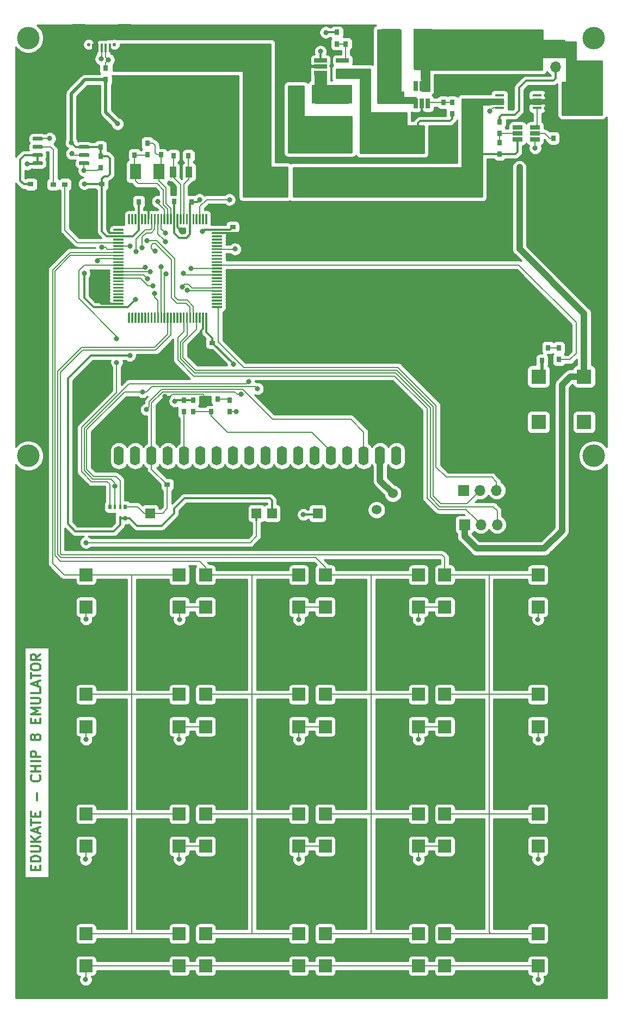
<source format=gbr>
G04 #@! TF.GenerationSoftware,KiCad,Pcbnew,5.0.2+dfsg1-1~bpo9+1*
G04 #@! TF.CreationDate,2019-07-30T16:59:57+07:00*
G04 #@! TF.ProjectId,edukate,6564756b-6174-4652-9e6b-696361645f70,rev?*
G04 #@! TF.SameCoordinates,Original*
G04 #@! TF.FileFunction,Copper,L1,Top*
G04 #@! TF.FilePolarity,Positive*
%FSLAX46Y46*%
G04 Gerber Fmt 4.6, Leading zero omitted, Abs format (unit mm)*
G04 Created by KiCad (PCBNEW 5.0.2+dfsg1-1~bpo9+1) date Tue 30 Jul 2019 04:59:57 PM +07*
%MOMM*%
%LPD*%
G01*
G04 APERTURE LIST*
G04 #@! TA.AperFunction,NonConductor*
%ADD10C,0.300000*%
G04 #@! TD*
G04 #@! TA.AperFunction,ComponentPad*
%ADD11R,1.600000X3.000000*%
G04 #@! TD*
G04 #@! TA.AperFunction,ComponentPad*
%ADD12O,1.600000X3.000000*%
G04 #@! TD*
G04 #@! TA.AperFunction,ComponentPad*
%ADD13C,3.500000*%
G04 #@! TD*
G04 #@! TA.AperFunction,SMDPad,CuDef*
%ADD14R,1.500000X1.600000*%
G04 #@! TD*
G04 #@! TA.AperFunction,SMDPad,CuDef*
%ADD15R,2.300000X2.300000*%
G04 #@! TD*
G04 #@! TA.AperFunction,SMDPad,CuDef*
%ADD16R,0.900000X0.800000*%
G04 #@! TD*
G04 #@! TA.AperFunction,SMDPad,CuDef*
%ADD17R,0.800000X0.900000*%
G04 #@! TD*
G04 #@! TA.AperFunction,SMDPad,CuDef*
%ADD18R,1.700000X2.000000*%
G04 #@! TD*
G04 #@! TA.AperFunction,SMDPad,CuDef*
%ADD19R,2.000000X1.700000*%
G04 #@! TD*
G04 #@! TA.AperFunction,SMDPad,CuDef*
%ADD20R,1.800000X3.500000*%
G04 #@! TD*
G04 #@! TA.AperFunction,SMDPad,CuDef*
%ADD21R,0.400000X1.350000*%
G04 #@! TD*
G04 #@! TA.AperFunction,SMDPad,CuDef*
%ADD22R,2.000000X2.000000*%
G04 #@! TD*
G04 #@! TA.AperFunction,ComponentPad*
%ADD23C,0.550000*%
G04 #@! TD*
G04 #@! TA.AperFunction,ComponentPad*
%ADD24O,1.700000X1.700000*%
G04 #@! TD*
G04 #@! TA.AperFunction,ComponentPad*
%ADD25R,1.700000X1.700000*%
G04 #@! TD*
G04 #@! TA.AperFunction,SMDPad,CuDef*
%ADD26R,3.000000X6.300000*%
G04 #@! TD*
G04 #@! TA.AperFunction,SMDPad,CuDef*
%ADD27R,6.300000X3.000000*%
G04 #@! TD*
G04 #@! TA.AperFunction,SMDPad,CuDef*
%ADD28R,0.500000X0.800000*%
G04 #@! TD*
G04 #@! TA.AperFunction,SMDPad,CuDef*
%ADD29R,0.400000X0.800000*%
G04 #@! TD*
G04 #@! TA.AperFunction,ComponentPad*
%ADD30C,1.524000*%
G04 #@! TD*
G04 #@! TA.AperFunction,Conductor*
%ADD31C,0.100000*%
G04 #@! TD*
G04 #@! TA.AperFunction,SMDPad,CuDef*
%ADD32C,0.600000*%
G04 #@! TD*
G04 #@! TA.AperFunction,SMDPad,CuDef*
%ADD33C,0.300000*%
G04 #@! TD*
G04 #@! TA.AperFunction,SMDPad,CuDef*
%ADD34R,0.650000X1.560000*%
G04 #@! TD*
G04 #@! TA.AperFunction,SMDPad,CuDef*
%ADD35R,2.000000X0.650000*%
G04 #@! TD*
G04 #@! TA.AperFunction,SMDPad,CuDef*
%ADD36R,1.560000X0.650000*%
G04 #@! TD*
G04 #@! TA.AperFunction,SMDPad,CuDef*
%ADD37R,1.450000X0.450000*%
G04 #@! TD*
G04 #@! TA.AperFunction,SMDPad,CuDef*
%ADD38R,1.700000X2.400000*%
G04 #@! TD*
G04 #@! TA.AperFunction,SMDPad,CuDef*
%ADD39R,1.000000X1.800000*%
G04 #@! TD*
G04 #@! TA.AperFunction,ViaPad*
%ADD40C,4.000000*%
G04 #@! TD*
G04 #@! TA.AperFunction,ViaPad*
%ADD41C,0.800000*%
G04 #@! TD*
G04 #@! TA.AperFunction,Conductor*
%ADD42C,0.200000*%
G04 #@! TD*
G04 #@! TA.AperFunction,Conductor*
%ADD43C,0.300000*%
G04 #@! TD*
G04 #@! TA.AperFunction,Conductor*
%ADD44C,0.500000*%
G04 #@! TD*
G04 #@! TA.AperFunction,Conductor*
%ADD45C,1.000000*%
G04 #@! TD*
G04 #@! TA.AperFunction,Conductor*
%ADD46C,0.254000*%
G04 #@! TD*
G04 APERTURE END LIST*
D10*
X64852857Y-158030000D02*
X64852857Y-157530000D01*
X65638571Y-157315714D02*
X65638571Y-158030000D01*
X64138571Y-158030000D01*
X64138571Y-157315714D01*
X65638571Y-156672857D02*
X64138571Y-156672857D01*
X64138571Y-156315714D01*
X64210000Y-156101428D01*
X64352857Y-155958571D01*
X64495714Y-155887142D01*
X64781428Y-155815714D01*
X64995714Y-155815714D01*
X65281428Y-155887142D01*
X65424285Y-155958571D01*
X65567142Y-156101428D01*
X65638571Y-156315714D01*
X65638571Y-156672857D01*
X64138571Y-155172857D02*
X65352857Y-155172857D01*
X65495714Y-155101428D01*
X65567142Y-155030000D01*
X65638571Y-154887142D01*
X65638571Y-154601428D01*
X65567142Y-154458571D01*
X65495714Y-154387142D01*
X65352857Y-154315714D01*
X64138571Y-154315714D01*
X65638571Y-153601428D02*
X64138571Y-153601428D01*
X65638571Y-152744285D02*
X64781428Y-153387142D01*
X64138571Y-152744285D02*
X64995714Y-153601428D01*
X65210000Y-152172857D02*
X65210000Y-151458571D01*
X65638571Y-152315714D02*
X64138571Y-151815714D01*
X65638571Y-151315714D01*
X64138571Y-151030000D02*
X64138571Y-150172857D01*
X65638571Y-150601428D02*
X64138571Y-150601428D01*
X64852857Y-149672857D02*
X64852857Y-149172857D01*
X65638571Y-148958571D02*
X65638571Y-149672857D01*
X64138571Y-149672857D01*
X64138571Y-148958571D01*
X65067142Y-147172857D02*
X65067142Y-146030000D01*
X65495714Y-143315714D02*
X65567142Y-143387142D01*
X65638571Y-143601428D01*
X65638571Y-143744285D01*
X65567142Y-143958571D01*
X65424285Y-144101428D01*
X65281428Y-144172857D01*
X64995714Y-144244285D01*
X64781428Y-144244285D01*
X64495714Y-144172857D01*
X64352857Y-144101428D01*
X64210000Y-143958571D01*
X64138571Y-143744285D01*
X64138571Y-143601428D01*
X64210000Y-143387142D01*
X64281428Y-143315714D01*
X65638571Y-142672857D02*
X64138571Y-142672857D01*
X64852857Y-142672857D02*
X64852857Y-141815714D01*
X65638571Y-141815714D02*
X64138571Y-141815714D01*
X65638571Y-141101428D02*
X64138571Y-141101428D01*
X65638571Y-140387142D02*
X64138571Y-140387142D01*
X64138571Y-139815714D01*
X64210000Y-139672857D01*
X64281428Y-139601428D01*
X64424285Y-139530000D01*
X64638571Y-139530000D01*
X64781428Y-139601428D01*
X64852857Y-139672857D01*
X64924285Y-139815714D01*
X64924285Y-140387142D01*
X64781428Y-137530000D02*
X64710000Y-137672857D01*
X64638571Y-137744285D01*
X64495714Y-137815714D01*
X64424285Y-137815714D01*
X64281428Y-137744285D01*
X64210000Y-137672857D01*
X64138571Y-137530000D01*
X64138571Y-137244285D01*
X64210000Y-137101428D01*
X64281428Y-137030000D01*
X64424285Y-136958571D01*
X64495714Y-136958571D01*
X64638571Y-137030000D01*
X64710000Y-137101428D01*
X64781428Y-137244285D01*
X64781428Y-137530000D01*
X64852857Y-137672857D01*
X64924285Y-137744285D01*
X65067142Y-137815714D01*
X65352857Y-137815714D01*
X65495714Y-137744285D01*
X65567142Y-137672857D01*
X65638571Y-137530000D01*
X65638571Y-137244285D01*
X65567142Y-137101428D01*
X65495714Y-137030000D01*
X65352857Y-136958571D01*
X65067142Y-136958571D01*
X64924285Y-137030000D01*
X64852857Y-137101428D01*
X64781428Y-137244285D01*
X64852857Y-135172857D02*
X64852857Y-134672857D01*
X65638571Y-134458571D02*
X65638571Y-135172857D01*
X64138571Y-135172857D01*
X64138571Y-134458571D01*
X65638571Y-133815714D02*
X64138571Y-133815714D01*
X65210000Y-133315714D01*
X64138571Y-132815714D01*
X65638571Y-132815714D01*
X64138571Y-132101428D02*
X65352857Y-132101428D01*
X65495714Y-132030000D01*
X65567142Y-131958571D01*
X65638571Y-131815714D01*
X65638571Y-131530000D01*
X65567142Y-131387142D01*
X65495714Y-131315714D01*
X65352857Y-131244285D01*
X64138571Y-131244285D01*
X65638571Y-129815714D02*
X65638571Y-130530000D01*
X64138571Y-130530000D01*
X65210000Y-129387142D02*
X65210000Y-128672857D01*
X65638571Y-129530000D02*
X64138571Y-129030000D01*
X65638571Y-128530000D01*
X64138571Y-128244285D02*
X64138571Y-127387142D01*
X65638571Y-127815714D02*
X64138571Y-127815714D01*
X64138571Y-126601428D02*
X64138571Y-126315714D01*
X64210000Y-126172857D01*
X64352857Y-126030000D01*
X64638571Y-125958571D01*
X65138571Y-125958571D01*
X65424285Y-126030000D01*
X65567142Y-126172857D01*
X65638571Y-126315714D01*
X65638571Y-126601428D01*
X65567142Y-126744285D01*
X65424285Y-126887142D01*
X65138571Y-126958571D01*
X64638571Y-126958571D01*
X64352857Y-126887142D01*
X64210000Y-126744285D01*
X64138571Y-126601428D01*
X65638571Y-124458571D02*
X64924285Y-124958571D01*
X65638571Y-125315714D02*
X64138571Y-125315714D01*
X64138571Y-124744285D01*
X64210000Y-124601428D01*
X64281428Y-124530000D01*
X64424285Y-124458571D01*
X64638571Y-124458571D01*
X64781428Y-124530000D01*
X64852857Y-124601428D01*
X64924285Y-124744285D01*
X64924285Y-125315714D01*
D11*
G04 #@! TO.P,J1,1*
G04 #@! TO.N,Earth*
X123560000Y-93600000D03*
D12*
G04 #@! TO.P,J1,2*
G04 #@! TO.N,+5V*
X121020000Y-93600000D03*
G04 #@! TO.P,J1,3*
G04 #@! TO.N,/LCD_V0*
X118480000Y-93600000D03*
G04 #@! TO.P,J1,4*
G04 #@! TO.N,/LCD_RS*
X115940000Y-93600000D03*
G04 #@! TO.P,J1,5*
G04 #@! TO.N,/FSMC_NWE*
X113400000Y-93600000D03*
G04 #@! TO.P,J1,6*
G04 #@! TO.N,/LCD_EN*
X110860000Y-93600000D03*
G04 #@! TO.P,J1,7*
G04 #@! TO.N,/LCD_DB0*
X108320000Y-93600000D03*
G04 #@! TO.P,J1,8*
G04 #@! TO.N,/LCD_DB1*
X105780000Y-93600000D03*
G04 #@! TO.P,J1,9*
G04 #@! TO.N,/LCD_DB2*
X103240000Y-93600000D03*
G04 #@! TO.P,J1,10*
G04 #@! TO.N,/LCD_DB3*
X100700000Y-93600000D03*
G04 #@! TO.P,J1,11*
G04 #@! TO.N,/LCD_DB4*
X98160000Y-93600000D03*
G04 #@! TO.P,J1,12*
G04 #@! TO.N,/LCD_DB5*
X95620000Y-93600000D03*
G04 #@! TO.P,J1,13*
G04 #@! TO.N,/LCD_DB6*
X93080000Y-93600000D03*
G04 #@! TO.P,J1,14*
G04 #@! TO.N,/LCD_DB7*
X90540000Y-93600000D03*
G04 #@! TO.P,J1,15*
G04 #@! TO.N,/LCD_PSB*
X88000000Y-93600000D03*
G04 #@! TO.P,J1,16*
G04 #@! TO.N,Net-(J1-Pad16)*
X85460000Y-93600000D03*
G04 #@! TO.P,J1,17*
G04 #@! TO.N,/LCD_RST*
X82920000Y-93600000D03*
G04 #@! TO.P,J1,18*
G04 #@! TO.N,/LCD_VOUT*
X80380000Y-93600000D03*
G04 #@! TO.P,J1,19*
G04 #@! TO.N,+5V*
X77840000Y-93600000D03*
G04 #@! TO.P,J1,20*
G04 #@! TO.N,Earth*
X75300000Y-93600000D03*
D13*
G04 #@! TO.P,J1,*
G04 #@! TO.N,*
X151740000Y-93600000D03*
X63740000Y-93600000D03*
X63740000Y-28600000D03*
X151740000Y-28600000D03*
G04 #@! TD*
D14*
G04 #@! TO.P,BOOT0,2*
G04 #@! TO.N,/BOOT0*
X108750000Y-102540000D03*
G04 #@! TO.P,BOOT0,1*
G04 #@! TO.N,+3V3*
X101660000Y-102540000D03*
G04 #@! TD*
D15*
G04 #@! TO.P,BZ1,1*
G04 #@! TO.N,+5V*
X150230000Y-81260000D03*
G04 #@! TO.P,BZ1,2*
G04 #@! TO.N,Net-(BZ1-Pad2)*
X143130000Y-81260000D03*
G04 #@! TO.P,BZ1,*
G04 #@! TO.N,*
X150230000Y-88360000D03*
X143130000Y-88360000D03*
G04 #@! TD*
D16*
G04 #@! TO.P,C1,2*
G04 #@! TO.N,/LCD_RST*
X85370000Y-98090000D03*
G04 #@! TO.P,C1,1*
G04 #@! TO.N,Earth*
X87170000Y-98090000D03*
G04 #@! TD*
D17*
G04 #@! TO.P,C2,1*
G04 #@! TO.N,Earth*
X84419500Y-44990131D03*
G04 #@! TO.P,C2,2*
G04 #@! TO.N,Net-(C2-Pad2)*
X84419500Y-46790131D03*
G04 #@! TD*
G04 #@! TO.P,C3,1*
G04 #@! TO.N,Net-(C3-Pad1)*
X80290501Y-46800000D03*
G04 #@! TO.P,C3,2*
G04 #@! TO.N,Earth*
X80290501Y-45000000D03*
G04 #@! TD*
G04 #@! TO.P,C4,1*
G04 #@! TO.N,+3V3*
X74970000Y-45580000D03*
G04 #@! TO.P,C4,2*
G04 #@! TO.N,Earth*
X74970000Y-43780000D03*
G04 #@! TD*
G04 #@! TO.P,C5,2*
G04 #@! TO.N,Earth*
X86400000Y-52280000D03*
G04 #@! TO.P,C5,1*
G04 #@! TO.N,+3V3*
X86400000Y-54080000D03*
G04 #@! TD*
G04 #@! TO.P,C6,2*
G04 #@! TO.N,Earth*
X80920000Y-52290000D03*
G04 #@! TO.P,C6,1*
G04 #@! TO.N,+3V3*
X80920000Y-54090000D03*
G04 #@! TD*
D16*
G04 #@! TO.P,C7,2*
G04 #@! TO.N,Earth*
X76990000Y-51370000D03*
G04 #@! TO.P,C7,1*
G04 #@! TO.N,+3V3*
X75190000Y-51370000D03*
G04 #@! TD*
G04 #@! TO.P,C8,2*
G04 #@! TO.N,Earth*
X65910000Y-51370000D03*
G04 #@! TO.P,C8,1*
G04 #@! TO.N,+3V3*
X64110000Y-51370000D03*
G04 #@! TD*
G04 #@! TO.P,C9,1*
G04 #@! TO.N,+3V3*
X92350000Y-76020000D03*
G04 #@! TO.P,C9,2*
G04 #@! TO.N,Earth*
X90550000Y-76020000D03*
G04 #@! TD*
G04 #@! TO.P,C10,1*
G04 #@! TO.N,+3V3*
X95560000Y-58040000D03*
G04 #@! TO.P,C10,2*
G04 #@! TO.N,Earth*
X97360000Y-58040000D03*
G04 #@! TD*
D17*
G04 #@! TO.P,C11,2*
G04 #@! TO.N,Earth*
X89180000Y-52290000D03*
G04 #@! TO.P,C11,1*
G04 #@! TO.N,+3V3*
X89180000Y-54090000D03*
G04 #@! TD*
G04 #@! TO.P,C12,1*
G04 #@! TO.N,/OSC32_IN(PC14)*
X88670000Y-46940000D03*
G04 #@! TO.P,C12,2*
G04 #@! TO.N,Earth*
X88670000Y-45140000D03*
G04 #@! TD*
G04 #@! TO.P,C13,2*
G04 #@! TO.N,/OSC32_OUT(PC15)*
X86331000Y-46930131D03*
G04 #@! TO.P,C13,1*
G04 #@! TO.N,Earth*
X86331000Y-45130131D03*
G04 #@! TD*
D18*
G04 #@! TO.P,C14,2*
G04 #@! TO.N,Earth*
X128670000Y-36280000D03*
G04 #@! TO.P,C14,1*
G04 #@! TO.N,+VSW*
X128670000Y-32280000D03*
G04 #@! TD*
D19*
G04 #@! TO.P,C15,1*
G04 #@! TO.N,+5V*
X124360000Y-43010000D03*
G04 #@! TO.P,C15,2*
G04 #@! TO.N,Earth*
X128360000Y-43010000D03*
G04 #@! TD*
D18*
G04 #@! TO.P,C16,1*
G04 #@! TO.N,+3V3*
X105930000Y-37070000D03*
G04 #@! TO.P,C16,2*
G04 #@! TO.N,Earth*
X105930000Y-33070000D03*
G04 #@! TD*
D17*
G04 #@! TO.P,C19,1*
G04 #@! TO.N,Net-(C19-Pad1)*
X137090000Y-44860000D03*
G04 #@! TO.P,C19,2*
G04 #@! TO.N,-BATT*
X137090000Y-46660000D03*
G04 #@! TD*
D16*
G04 #@! TO.P,C20,2*
G04 #@! TO.N,Earth*
X145510000Y-40090000D03*
G04 #@! TO.P,C20,1*
G04 #@! TO.N,+VSW*
X147310000Y-40090000D03*
G04 #@! TD*
G04 #@! TO.P,C21,1*
G04 #@! TO.N,+VSW*
X147300000Y-38730000D03*
G04 #@! TO.P,C21,2*
G04 #@! TO.N,Earth*
X145500000Y-38730000D03*
G04 #@! TD*
G04 #@! TO.P,C22,2*
G04 #@! TO.N,Earth*
X145490000Y-37370000D03*
G04 #@! TO.P,C22,1*
G04 #@! TO.N,+VSW*
X147290000Y-37370000D03*
G04 #@! TD*
D17*
G04 #@! TO.P,C23,1*
G04 #@! TO.N,+BATT*
X77200000Y-33310000D03*
G04 #@! TO.P,C23,2*
G04 #@! TO.N,Earth*
X77200000Y-35110000D03*
G04 #@! TD*
D20*
G04 #@! TO.P,D1,1*
G04 #@! TO.N,+5V*
X120450000Y-42120000D03*
G04 #@! TO.P,D1,2*
G04 #@! TO.N,Net-(D1-Pad2)*
X120450000Y-37120000D03*
G04 #@! TD*
D21*
G04 #@! TO.P,J2,3*
G04 #@! TO.N,/USB_DP(PA12)*
X75140000Y-30170000D03*
G04 #@! TO.P,J2,4*
G04 #@! TO.N,Earth*
X74490000Y-30170000D03*
G04 #@! TO.P,J2,5*
X73840000Y-30170000D03*
G04 #@! TO.P,J2,2*
G04 #@! TO.N,/USB_DM(PA11)*
X75790000Y-30170000D03*
G04 #@! TO.P,J2,1*
G04 #@! TO.N,+BATT*
X76440000Y-30170000D03*
D22*
G04 #@! TO.P,J2,6*
G04 #@! TO.N,Earth*
X71590000Y-27495000D03*
X78690000Y-27495000D03*
D23*
G04 #@! TO.P,J2,*
G04 #@! TO.N,*
X77140000Y-29620000D03*
X73140000Y-29620000D03*
G04 #@! TD*
D24*
G04 #@! TO.P,JLINK,4*
G04 #@! TO.N,Earth*
X139130000Y-98970000D03*
G04 #@! TO.P,JLINK,3*
G04 #@! TO.N,/SWDCLK*
X136590000Y-98970000D03*
G04 #@! TO.P,JLINK,2*
G04 #@! TO.N,/SWDIO*
X134050000Y-98970000D03*
D25*
G04 #@! TO.P,JLINK,1*
G04 #@! TO.N,+3V3*
X131510000Y-98970000D03*
G04 #@! TD*
D26*
G04 #@! TO.P,L1,2*
G04 #@! TO.N,Net-(D1-Pad2)*
X120174999Y-30360000D03*
G04 #@! TO.P,L1,1*
G04 #@! TO.N,+VSW*
X125164999Y-30360000D03*
G04 #@! TD*
D27*
G04 #@! TO.P,L2,1*
G04 #@! TO.N,Net-(L2-Pad1)*
X110970000Y-37360000D03*
G04 #@! TO.P,L2,2*
G04 #@! TO.N,+3V3*
X110970000Y-42350000D03*
G04 #@! TD*
D17*
G04 #@! TO.P,R1,2*
G04 #@! TO.N,/FLASH_CS*
X74970000Y-48790000D03*
G04 #@! TO.P,R1,1*
G04 #@! TO.N,+3V3*
X74970000Y-46990000D03*
G04 #@! TD*
G04 #@! TO.P,R2,2*
G04 #@! TO.N,Net-(Q1-Pad1)*
X146290000Y-76830000D03*
G04 #@! TO.P,R2,1*
G04 #@! TO.N,/BUZZ_PIN*
X146290000Y-78630000D03*
G04 #@! TD*
D16*
G04 #@! TO.P,R3,1*
G04 #@! TO.N,/SPI1_CLK*
X69450000Y-51380000D03*
G04 #@! TO.P,R3,2*
G04 #@! TO.N,Net-(R3-Pad2)*
X67650000Y-51380000D03*
G04 #@! TD*
D17*
G04 #@! TO.P,R4,2*
G04 #@! TO.N,Net-(C3-Pad1)*
X82290000Y-46789631D03*
G04 #@! TO.P,R4,1*
G04 #@! TO.N,Net-(C2-Pad2)*
X82290000Y-44989631D03*
G04 #@! TD*
G04 #@! TO.P,R5,1*
G04 #@! TO.N,Net-(R5-Pad1)*
X129690000Y-38630000D03*
G04 #@! TO.P,R5,2*
G04 #@! TO.N,+5V*
X129690000Y-40430000D03*
G04 #@! TD*
G04 #@! TO.P,R6,1*
G04 #@! TO.N,Earth*
X128330000Y-40440000D03*
G04 #@! TO.P,R6,2*
G04 #@! TO.N,Net-(R5-Pad1)*
X128330000Y-38640000D03*
G04 #@! TD*
G04 #@! TO.P,R7,2*
G04 #@! TO.N,/LCD_PSB*
X87970000Y-86730000D03*
G04 #@! TO.P,R7,1*
G04 #@! TO.N,+5V*
X87970000Y-84930000D03*
G04 #@! TD*
G04 #@! TO.P,R8,2*
G04 #@! TO.N,/LCD_EN*
X89370000Y-86730000D03*
G04 #@! TO.P,R8,1*
G04 #@! TO.N,+5V*
X89370000Y-84930000D03*
G04 #@! TD*
G04 #@! TO.P,R9,1*
G04 #@! TO.N,/FSMC_NE1*
X95040000Y-86720000D03*
G04 #@! TO.P,R9,2*
G04 #@! TO.N,Net-(Q2-Pad1)*
X95040000Y-84920000D03*
G04 #@! TD*
G04 #@! TO.P,R10,2*
G04 #@! TO.N,+3V3*
X111780000Y-27740000D03*
G04 #@! TO.P,R10,1*
G04 #@! TO.N,Net-(R10-Pad1)*
X111780000Y-29540000D03*
G04 #@! TD*
G04 #@! TO.P,R11,2*
G04 #@! TO.N,Earth*
X145420000Y-42390000D03*
G04 #@! TO.P,R11,1*
G04 #@! TO.N,Net-(R11-Pad1)*
X145420000Y-44190000D03*
G04 #@! TD*
G04 #@! TO.P,R12,1*
G04 #@! TO.N,Net-(C19-Pad1)*
X137090000Y-43450000D03*
G04 #@! TO.P,R12,2*
G04 #@! TO.N,+BATT*
X137090000Y-41650000D03*
G04 #@! TD*
G04 #@! TO.P,R13,1*
G04 #@! TO.N,+3V3*
X75800000Y-35110000D03*
G04 #@! TO.P,R13,2*
G04 #@! TO.N,/USB_DM(PA11)*
X75800000Y-33310000D03*
G04 #@! TD*
G04 #@! TO.P,R14,1*
G04 #@! TO.N,Earth*
X113140000Y-27730000D03*
G04 #@! TO.P,R14,2*
G04 #@! TO.N,Net-(R10-Pad1)*
X113140000Y-29530000D03*
G04 #@! TD*
D14*
G04 #@! TO.P,RESET,2*
G04 #@! TO.N,/LCD_RST*
X82710000Y-102540000D03*
G04 #@! TO.P,RESET,1*
G04 #@! TO.N,Earth*
X89800000Y-102540000D03*
G04 #@! TD*
D28*
G04 #@! TO.P,RN1,1*
G04 #@! TO.N,Earth*
X76430000Y-103320000D03*
D29*
G04 #@! TO.P,RN1,3*
G04 #@! TO.N,+3V3*
X78030000Y-103320000D03*
G04 #@! TO.P,RN1,2*
G04 #@! TO.N,Earth*
X77230000Y-103320000D03*
D28*
G04 #@! TO.P,RN1,4*
G04 #@! TO.N,+3V3*
X78830000Y-103320000D03*
D29*
G04 #@! TO.P,RN1,7*
G04 #@! TO.N,/BOOT0*
X77230000Y-101520000D03*
D28*
G04 #@! TO.P,RN1,8*
G04 #@! TO.N,/BOOT1*
X76430000Y-101520000D03*
D29*
G04 #@! TO.P,RN1,6*
G04 #@! TO.N,/SW_MNU*
X78030000Y-101520000D03*
D28*
G04 #@! TO.P,RN1,5*
G04 #@! TO.N,/LCD_RST*
X78830000Y-101520000D03*
G04 #@! TD*
D30*
G04 #@! TO.P,RV1,1*
G04 #@! TO.N,Earth*
X123010000Y-102000000D03*
G04 #@! TO.P,RV1,2*
G04 #@! TO.N,/LCD_V0*
X120470000Y-99460000D03*
G04 #@! TO.P,RV1,3*
G04 #@! TO.N,/LCD_VOUT*
X117930000Y-102000000D03*
G04 #@! TD*
D22*
G04 #@! TO.P,SW1,2*
G04 #@! TO.N,/KP_R1*
X87240000Y-117100000D03*
G04 #@! TO.P,SW1,1*
G04 #@! TO.N,/KP_C1*
X87240000Y-112100000D03*
G04 #@! TO.P,SW1,2*
G04 #@! TO.N,/KP_R1*
X72740000Y-117100000D03*
G04 #@! TO.P,SW1,1*
G04 #@! TO.N,/KP_C1*
X72740000Y-112100000D03*
G04 #@! TD*
G04 #@! TO.P,SW2,2*
G04 #@! TO.N,/KP_R2*
X87240000Y-135700000D03*
G04 #@! TO.P,SW2,1*
G04 #@! TO.N,/KP_C1*
X87240000Y-130700000D03*
G04 #@! TO.P,SW2,2*
G04 #@! TO.N,/KP_R2*
X72740000Y-135700000D03*
G04 #@! TO.P,SW2,1*
G04 #@! TO.N,/KP_C1*
X72740000Y-130700000D03*
G04 #@! TD*
G04 #@! TO.P,SW3,2*
G04 #@! TO.N,/KP_R3*
X87240000Y-154300000D03*
G04 #@! TO.P,SW3,1*
G04 #@! TO.N,/KP_C1*
X87240000Y-149300000D03*
G04 #@! TO.P,SW3,2*
G04 #@! TO.N,/KP_R3*
X72740000Y-154300000D03*
G04 #@! TO.P,SW3,1*
G04 #@! TO.N,/KP_C1*
X72740000Y-149300000D03*
G04 #@! TD*
G04 #@! TO.P,SW4,2*
G04 #@! TO.N,/KP_R4*
X87240000Y-172900000D03*
G04 #@! TO.P,SW4,1*
G04 #@! TO.N,/KP_C1*
X87240000Y-167900000D03*
G04 #@! TO.P,SW4,2*
G04 #@! TO.N,/KP_R4*
X72740000Y-172900000D03*
G04 #@! TO.P,SW4,1*
G04 #@! TO.N,/KP_C1*
X72740000Y-167900000D03*
G04 #@! TD*
G04 #@! TO.P,SW5,1*
G04 #@! TO.N,/KP_C2*
X91330000Y-112100000D03*
G04 #@! TO.P,SW5,2*
G04 #@! TO.N,/KP_R1*
X91330000Y-117100000D03*
G04 #@! TO.P,SW5,1*
G04 #@! TO.N,/KP_C2*
X105830000Y-112100000D03*
G04 #@! TO.P,SW5,2*
G04 #@! TO.N,/KP_R1*
X105830000Y-117100000D03*
G04 #@! TD*
G04 #@! TO.P,SW6,1*
G04 #@! TO.N,/KP_C2*
X91330000Y-130700000D03*
G04 #@! TO.P,SW6,2*
G04 #@! TO.N,/KP_R2*
X91330000Y-135700000D03*
G04 #@! TO.P,SW6,1*
G04 #@! TO.N,/KP_C2*
X105830000Y-130700000D03*
G04 #@! TO.P,SW6,2*
G04 #@! TO.N,/KP_R2*
X105830000Y-135700000D03*
G04 #@! TD*
G04 #@! TO.P,SW7,1*
G04 #@! TO.N,/KP_C2*
X91330000Y-149300000D03*
G04 #@! TO.P,SW7,2*
G04 #@! TO.N,/KP_R3*
X91330000Y-154300000D03*
G04 #@! TO.P,SW7,1*
G04 #@! TO.N,/KP_C2*
X105830000Y-149300000D03*
G04 #@! TO.P,SW7,2*
G04 #@! TO.N,/KP_R3*
X105830000Y-154300000D03*
G04 #@! TD*
G04 #@! TO.P,SW8,1*
G04 #@! TO.N,/KP_C2*
X91330000Y-167900000D03*
G04 #@! TO.P,SW8,2*
G04 #@! TO.N,/KP_R4*
X91330000Y-172900000D03*
G04 #@! TO.P,SW8,1*
G04 #@! TO.N,/KP_C2*
X105830000Y-167900000D03*
G04 #@! TO.P,SW8,2*
G04 #@! TO.N,/KP_R4*
X105830000Y-172900000D03*
G04 #@! TD*
G04 #@! TO.P,SW9,2*
G04 #@! TO.N,/KP_R1*
X124440000Y-117100000D03*
G04 #@! TO.P,SW9,1*
G04 #@! TO.N,/KP_C3*
X124440000Y-112100000D03*
G04 #@! TO.P,SW9,2*
G04 #@! TO.N,/KP_R1*
X109940000Y-117100000D03*
G04 #@! TO.P,SW9,1*
G04 #@! TO.N,/KP_C3*
X109940000Y-112100000D03*
G04 #@! TD*
G04 #@! TO.P,SW10,1*
G04 #@! TO.N,/KP_C3*
X109940000Y-130700000D03*
G04 #@! TO.P,SW10,2*
G04 #@! TO.N,/KP_R2*
X109940000Y-135700000D03*
G04 #@! TO.P,SW10,1*
G04 #@! TO.N,/KP_C3*
X124440000Y-130700000D03*
G04 #@! TO.P,SW10,2*
G04 #@! TO.N,/KP_R2*
X124440000Y-135700000D03*
G04 #@! TD*
G04 #@! TO.P,SW11,2*
G04 #@! TO.N,/KP_R3*
X124440000Y-154300000D03*
G04 #@! TO.P,SW11,1*
G04 #@! TO.N,/KP_C3*
X124440000Y-149300000D03*
G04 #@! TO.P,SW11,2*
G04 #@! TO.N,/KP_R3*
X109940000Y-154300000D03*
G04 #@! TO.P,SW11,1*
G04 #@! TO.N,/KP_C3*
X109940000Y-149300000D03*
G04 #@! TD*
G04 #@! TO.P,SW12,2*
G04 #@! TO.N,/KP_R4*
X124440000Y-172900000D03*
G04 #@! TO.P,SW12,1*
G04 #@! TO.N,/KP_C3*
X124440000Y-167900000D03*
G04 #@! TO.P,SW12,2*
G04 #@! TO.N,/KP_R4*
X109940000Y-172900000D03*
G04 #@! TO.P,SW12,1*
G04 #@! TO.N,/KP_C3*
X109940000Y-167900000D03*
G04 #@! TD*
G04 #@! TO.P,SW13,1*
G04 #@! TO.N,/KP_C4*
X128540000Y-112100000D03*
G04 #@! TO.P,SW13,2*
G04 #@! TO.N,/KP_R1*
X128540000Y-117100000D03*
G04 #@! TO.P,SW13,1*
G04 #@! TO.N,/KP_C4*
X143040000Y-112100000D03*
G04 #@! TO.P,SW13,2*
G04 #@! TO.N,/KP_R1*
X143040000Y-117100000D03*
G04 #@! TD*
G04 #@! TO.P,SW14,2*
G04 #@! TO.N,/KP_R2*
X143040000Y-135700000D03*
G04 #@! TO.P,SW14,1*
G04 #@! TO.N,/KP_C4*
X143040000Y-130700000D03*
G04 #@! TO.P,SW14,2*
G04 #@! TO.N,/KP_R2*
X128540000Y-135700000D03*
G04 #@! TO.P,SW14,1*
G04 #@! TO.N,/KP_C4*
X128540000Y-130700000D03*
G04 #@! TD*
G04 #@! TO.P,SW15,1*
G04 #@! TO.N,/KP_C4*
X128540000Y-149300000D03*
G04 #@! TO.P,SW15,2*
G04 #@! TO.N,/KP_R3*
X128540000Y-154300000D03*
G04 #@! TO.P,SW15,1*
G04 #@! TO.N,/KP_C4*
X143040000Y-149300000D03*
G04 #@! TO.P,SW15,2*
G04 #@! TO.N,/KP_R3*
X143040000Y-154300000D03*
G04 #@! TD*
G04 #@! TO.P,SW16,1*
G04 #@! TO.N,/KP_C4*
X128540000Y-167900000D03*
G04 #@! TO.P,SW16,2*
G04 #@! TO.N,/KP_R4*
X128540000Y-172900000D03*
G04 #@! TO.P,SW16,1*
G04 #@! TO.N,/KP_C4*
X143040000Y-167900000D03*
G04 #@! TO.P,SW16,2*
G04 #@! TO.N,/KP_R4*
X143040000Y-172900000D03*
G04 #@! TD*
D14*
G04 #@! TO.P,SW_MNU,1*
G04 #@! TO.N,Earth*
X92160000Y-102540000D03*
G04 #@! TO.P,SW_MNU,2*
G04 #@! TO.N,/SW_MNU*
X99250000Y-102540000D03*
G04 #@! TD*
D31*
G04 #@! TO.N,/FLASH_CS*
G04 #@! TO.C,U1*
G36*
X73064703Y-47805722D02*
X73079264Y-47807882D01*
X73093543Y-47811459D01*
X73107403Y-47816418D01*
X73120710Y-47822712D01*
X73133336Y-47830280D01*
X73145159Y-47839048D01*
X73156066Y-47848934D01*
X73165952Y-47859841D01*
X73174720Y-47871664D01*
X73182288Y-47884290D01*
X73188582Y-47897597D01*
X73193541Y-47911457D01*
X73197118Y-47925736D01*
X73199278Y-47940297D01*
X73200000Y-47955000D01*
X73200000Y-48255000D01*
X73199278Y-48269703D01*
X73197118Y-48284264D01*
X73193541Y-48298543D01*
X73188582Y-48312403D01*
X73182288Y-48325710D01*
X73174720Y-48338336D01*
X73165952Y-48350159D01*
X73156066Y-48361066D01*
X73145159Y-48370952D01*
X73133336Y-48379720D01*
X73120710Y-48387288D01*
X73107403Y-48393582D01*
X73093543Y-48398541D01*
X73079264Y-48402118D01*
X73064703Y-48404278D01*
X73050000Y-48405000D01*
X71750000Y-48405000D01*
X71735297Y-48404278D01*
X71720736Y-48402118D01*
X71706457Y-48398541D01*
X71692597Y-48393582D01*
X71679290Y-48387288D01*
X71666664Y-48379720D01*
X71654841Y-48370952D01*
X71643934Y-48361066D01*
X71634048Y-48350159D01*
X71625280Y-48338336D01*
X71617712Y-48325710D01*
X71611418Y-48312403D01*
X71606459Y-48298543D01*
X71602882Y-48284264D01*
X71600722Y-48269703D01*
X71600000Y-48255000D01*
X71600000Y-47955000D01*
X71600722Y-47940297D01*
X71602882Y-47925736D01*
X71606459Y-47911457D01*
X71611418Y-47897597D01*
X71617712Y-47884290D01*
X71625280Y-47871664D01*
X71634048Y-47859841D01*
X71643934Y-47848934D01*
X71654841Y-47839048D01*
X71666664Y-47830280D01*
X71679290Y-47822712D01*
X71692597Y-47816418D01*
X71706457Y-47811459D01*
X71720736Y-47807882D01*
X71735297Y-47805722D01*
X71750000Y-47805000D01*
X73050000Y-47805000D01*
X73064703Y-47805722D01*
X73064703Y-47805722D01*
G37*
D32*
G04 #@! TD*
G04 #@! TO.P,U1,1*
G04 #@! TO.N,/FLASH_CS*
X72400000Y-48105000D03*
D31*
G04 #@! TO.N,/SPI1_MISO*
G04 #@! TO.C,U1*
G36*
X73064703Y-46535722D02*
X73079264Y-46537882D01*
X73093543Y-46541459D01*
X73107403Y-46546418D01*
X73120710Y-46552712D01*
X73133336Y-46560280D01*
X73145159Y-46569048D01*
X73156066Y-46578934D01*
X73165952Y-46589841D01*
X73174720Y-46601664D01*
X73182288Y-46614290D01*
X73188582Y-46627597D01*
X73193541Y-46641457D01*
X73197118Y-46655736D01*
X73199278Y-46670297D01*
X73200000Y-46685000D01*
X73200000Y-46985000D01*
X73199278Y-46999703D01*
X73197118Y-47014264D01*
X73193541Y-47028543D01*
X73188582Y-47042403D01*
X73182288Y-47055710D01*
X73174720Y-47068336D01*
X73165952Y-47080159D01*
X73156066Y-47091066D01*
X73145159Y-47100952D01*
X73133336Y-47109720D01*
X73120710Y-47117288D01*
X73107403Y-47123582D01*
X73093543Y-47128541D01*
X73079264Y-47132118D01*
X73064703Y-47134278D01*
X73050000Y-47135000D01*
X71750000Y-47135000D01*
X71735297Y-47134278D01*
X71720736Y-47132118D01*
X71706457Y-47128541D01*
X71692597Y-47123582D01*
X71679290Y-47117288D01*
X71666664Y-47109720D01*
X71654841Y-47100952D01*
X71643934Y-47091066D01*
X71634048Y-47080159D01*
X71625280Y-47068336D01*
X71617712Y-47055710D01*
X71611418Y-47042403D01*
X71606459Y-47028543D01*
X71602882Y-47014264D01*
X71600722Y-46999703D01*
X71600000Y-46985000D01*
X71600000Y-46685000D01*
X71600722Y-46670297D01*
X71602882Y-46655736D01*
X71606459Y-46641457D01*
X71611418Y-46627597D01*
X71617712Y-46614290D01*
X71625280Y-46601664D01*
X71634048Y-46589841D01*
X71643934Y-46578934D01*
X71654841Y-46569048D01*
X71666664Y-46560280D01*
X71679290Y-46552712D01*
X71692597Y-46546418D01*
X71706457Y-46541459D01*
X71720736Y-46537882D01*
X71735297Y-46535722D01*
X71750000Y-46535000D01*
X73050000Y-46535000D01*
X73064703Y-46535722D01*
X73064703Y-46535722D01*
G37*
D32*
G04 #@! TD*
G04 #@! TO.P,U1,2*
G04 #@! TO.N,/SPI1_MISO*
X72400000Y-46835000D03*
D31*
G04 #@! TO.N,+3V3*
G04 #@! TO.C,U1*
G36*
X73064703Y-45265722D02*
X73079264Y-45267882D01*
X73093543Y-45271459D01*
X73107403Y-45276418D01*
X73120710Y-45282712D01*
X73133336Y-45290280D01*
X73145159Y-45299048D01*
X73156066Y-45308934D01*
X73165952Y-45319841D01*
X73174720Y-45331664D01*
X73182288Y-45344290D01*
X73188582Y-45357597D01*
X73193541Y-45371457D01*
X73197118Y-45385736D01*
X73199278Y-45400297D01*
X73200000Y-45415000D01*
X73200000Y-45715000D01*
X73199278Y-45729703D01*
X73197118Y-45744264D01*
X73193541Y-45758543D01*
X73188582Y-45772403D01*
X73182288Y-45785710D01*
X73174720Y-45798336D01*
X73165952Y-45810159D01*
X73156066Y-45821066D01*
X73145159Y-45830952D01*
X73133336Y-45839720D01*
X73120710Y-45847288D01*
X73107403Y-45853582D01*
X73093543Y-45858541D01*
X73079264Y-45862118D01*
X73064703Y-45864278D01*
X73050000Y-45865000D01*
X71750000Y-45865000D01*
X71735297Y-45864278D01*
X71720736Y-45862118D01*
X71706457Y-45858541D01*
X71692597Y-45853582D01*
X71679290Y-45847288D01*
X71666664Y-45839720D01*
X71654841Y-45830952D01*
X71643934Y-45821066D01*
X71634048Y-45810159D01*
X71625280Y-45798336D01*
X71617712Y-45785710D01*
X71611418Y-45772403D01*
X71606459Y-45758543D01*
X71602882Y-45744264D01*
X71600722Y-45729703D01*
X71600000Y-45715000D01*
X71600000Y-45415000D01*
X71600722Y-45400297D01*
X71602882Y-45385736D01*
X71606459Y-45371457D01*
X71611418Y-45357597D01*
X71617712Y-45344290D01*
X71625280Y-45331664D01*
X71634048Y-45319841D01*
X71643934Y-45308934D01*
X71654841Y-45299048D01*
X71666664Y-45290280D01*
X71679290Y-45282712D01*
X71692597Y-45276418D01*
X71706457Y-45271459D01*
X71720736Y-45267882D01*
X71735297Y-45265722D01*
X71750000Y-45265000D01*
X73050000Y-45265000D01*
X73064703Y-45265722D01*
X73064703Y-45265722D01*
G37*
D32*
G04 #@! TD*
G04 #@! TO.P,U1,3*
G04 #@! TO.N,+3V3*
X72400000Y-45565000D03*
D31*
G04 #@! TO.N,Earth*
G04 #@! TO.C,U1*
G36*
X73064703Y-43995722D02*
X73079264Y-43997882D01*
X73093543Y-44001459D01*
X73107403Y-44006418D01*
X73120710Y-44012712D01*
X73133336Y-44020280D01*
X73145159Y-44029048D01*
X73156066Y-44038934D01*
X73165952Y-44049841D01*
X73174720Y-44061664D01*
X73182288Y-44074290D01*
X73188582Y-44087597D01*
X73193541Y-44101457D01*
X73197118Y-44115736D01*
X73199278Y-44130297D01*
X73200000Y-44145000D01*
X73200000Y-44445000D01*
X73199278Y-44459703D01*
X73197118Y-44474264D01*
X73193541Y-44488543D01*
X73188582Y-44502403D01*
X73182288Y-44515710D01*
X73174720Y-44528336D01*
X73165952Y-44540159D01*
X73156066Y-44551066D01*
X73145159Y-44560952D01*
X73133336Y-44569720D01*
X73120710Y-44577288D01*
X73107403Y-44583582D01*
X73093543Y-44588541D01*
X73079264Y-44592118D01*
X73064703Y-44594278D01*
X73050000Y-44595000D01*
X71750000Y-44595000D01*
X71735297Y-44594278D01*
X71720736Y-44592118D01*
X71706457Y-44588541D01*
X71692597Y-44583582D01*
X71679290Y-44577288D01*
X71666664Y-44569720D01*
X71654841Y-44560952D01*
X71643934Y-44551066D01*
X71634048Y-44540159D01*
X71625280Y-44528336D01*
X71617712Y-44515710D01*
X71611418Y-44502403D01*
X71606459Y-44488543D01*
X71602882Y-44474264D01*
X71600722Y-44459703D01*
X71600000Y-44445000D01*
X71600000Y-44145000D01*
X71600722Y-44130297D01*
X71602882Y-44115736D01*
X71606459Y-44101457D01*
X71611418Y-44087597D01*
X71617712Y-44074290D01*
X71625280Y-44061664D01*
X71634048Y-44049841D01*
X71643934Y-44038934D01*
X71654841Y-44029048D01*
X71666664Y-44020280D01*
X71679290Y-44012712D01*
X71692597Y-44006418D01*
X71706457Y-44001459D01*
X71720736Y-43997882D01*
X71735297Y-43995722D01*
X71750000Y-43995000D01*
X73050000Y-43995000D01*
X73064703Y-43995722D01*
X73064703Y-43995722D01*
G37*
D32*
G04 #@! TD*
G04 #@! TO.P,U1,4*
G04 #@! TO.N,Earth*
X72400000Y-44295000D03*
D31*
G04 #@! TO.N,/SPI1_MOSI*
G04 #@! TO.C,U1*
G36*
X65864703Y-43995722D02*
X65879264Y-43997882D01*
X65893543Y-44001459D01*
X65907403Y-44006418D01*
X65920710Y-44012712D01*
X65933336Y-44020280D01*
X65945159Y-44029048D01*
X65956066Y-44038934D01*
X65965952Y-44049841D01*
X65974720Y-44061664D01*
X65982288Y-44074290D01*
X65988582Y-44087597D01*
X65993541Y-44101457D01*
X65997118Y-44115736D01*
X65999278Y-44130297D01*
X66000000Y-44145000D01*
X66000000Y-44445000D01*
X65999278Y-44459703D01*
X65997118Y-44474264D01*
X65993541Y-44488543D01*
X65988582Y-44502403D01*
X65982288Y-44515710D01*
X65974720Y-44528336D01*
X65965952Y-44540159D01*
X65956066Y-44551066D01*
X65945159Y-44560952D01*
X65933336Y-44569720D01*
X65920710Y-44577288D01*
X65907403Y-44583582D01*
X65893543Y-44588541D01*
X65879264Y-44592118D01*
X65864703Y-44594278D01*
X65850000Y-44595000D01*
X64550000Y-44595000D01*
X64535297Y-44594278D01*
X64520736Y-44592118D01*
X64506457Y-44588541D01*
X64492597Y-44583582D01*
X64479290Y-44577288D01*
X64466664Y-44569720D01*
X64454841Y-44560952D01*
X64443934Y-44551066D01*
X64434048Y-44540159D01*
X64425280Y-44528336D01*
X64417712Y-44515710D01*
X64411418Y-44502403D01*
X64406459Y-44488543D01*
X64402882Y-44474264D01*
X64400722Y-44459703D01*
X64400000Y-44445000D01*
X64400000Y-44145000D01*
X64400722Y-44130297D01*
X64402882Y-44115736D01*
X64406459Y-44101457D01*
X64411418Y-44087597D01*
X64417712Y-44074290D01*
X64425280Y-44061664D01*
X64434048Y-44049841D01*
X64443934Y-44038934D01*
X64454841Y-44029048D01*
X64466664Y-44020280D01*
X64479290Y-44012712D01*
X64492597Y-44006418D01*
X64506457Y-44001459D01*
X64520736Y-43997882D01*
X64535297Y-43995722D01*
X64550000Y-43995000D01*
X65850000Y-43995000D01*
X65864703Y-43995722D01*
X65864703Y-43995722D01*
G37*
D32*
G04 #@! TD*
G04 #@! TO.P,U1,5*
G04 #@! TO.N,/SPI1_MOSI*
X65200000Y-44295000D03*
D31*
G04 #@! TO.N,Net-(R3-Pad2)*
G04 #@! TO.C,U1*
G36*
X65864703Y-45265722D02*
X65879264Y-45267882D01*
X65893543Y-45271459D01*
X65907403Y-45276418D01*
X65920710Y-45282712D01*
X65933336Y-45290280D01*
X65945159Y-45299048D01*
X65956066Y-45308934D01*
X65965952Y-45319841D01*
X65974720Y-45331664D01*
X65982288Y-45344290D01*
X65988582Y-45357597D01*
X65993541Y-45371457D01*
X65997118Y-45385736D01*
X65999278Y-45400297D01*
X66000000Y-45415000D01*
X66000000Y-45715000D01*
X65999278Y-45729703D01*
X65997118Y-45744264D01*
X65993541Y-45758543D01*
X65988582Y-45772403D01*
X65982288Y-45785710D01*
X65974720Y-45798336D01*
X65965952Y-45810159D01*
X65956066Y-45821066D01*
X65945159Y-45830952D01*
X65933336Y-45839720D01*
X65920710Y-45847288D01*
X65907403Y-45853582D01*
X65893543Y-45858541D01*
X65879264Y-45862118D01*
X65864703Y-45864278D01*
X65850000Y-45865000D01*
X64550000Y-45865000D01*
X64535297Y-45864278D01*
X64520736Y-45862118D01*
X64506457Y-45858541D01*
X64492597Y-45853582D01*
X64479290Y-45847288D01*
X64466664Y-45839720D01*
X64454841Y-45830952D01*
X64443934Y-45821066D01*
X64434048Y-45810159D01*
X64425280Y-45798336D01*
X64417712Y-45785710D01*
X64411418Y-45772403D01*
X64406459Y-45758543D01*
X64402882Y-45744264D01*
X64400722Y-45729703D01*
X64400000Y-45715000D01*
X64400000Y-45415000D01*
X64400722Y-45400297D01*
X64402882Y-45385736D01*
X64406459Y-45371457D01*
X64411418Y-45357597D01*
X64417712Y-45344290D01*
X64425280Y-45331664D01*
X64434048Y-45319841D01*
X64443934Y-45308934D01*
X64454841Y-45299048D01*
X64466664Y-45290280D01*
X64479290Y-45282712D01*
X64492597Y-45276418D01*
X64506457Y-45271459D01*
X64520736Y-45267882D01*
X64535297Y-45265722D01*
X64550000Y-45265000D01*
X65850000Y-45265000D01*
X65864703Y-45265722D01*
X65864703Y-45265722D01*
G37*
D32*
G04 #@! TD*
G04 #@! TO.P,U1,6*
G04 #@! TO.N,Net-(R3-Pad2)*
X65200000Y-45565000D03*
D31*
G04 #@! TO.N,+3V3*
G04 #@! TO.C,U1*
G36*
X65864703Y-46535722D02*
X65879264Y-46537882D01*
X65893543Y-46541459D01*
X65907403Y-46546418D01*
X65920710Y-46552712D01*
X65933336Y-46560280D01*
X65945159Y-46569048D01*
X65956066Y-46578934D01*
X65965952Y-46589841D01*
X65974720Y-46601664D01*
X65982288Y-46614290D01*
X65988582Y-46627597D01*
X65993541Y-46641457D01*
X65997118Y-46655736D01*
X65999278Y-46670297D01*
X66000000Y-46685000D01*
X66000000Y-46985000D01*
X65999278Y-46999703D01*
X65997118Y-47014264D01*
X65993541Y-47028543D01*
X65988582Y-47042403D01*
X65982288Y-47055710D01*
X65974720Y-47068336D01*
X65965952Y-47080159D01*
X65956066Y-47091066D01*
X65945159Y-47100952D01*
X65933336Y-47109720D01*
X65920710Y-47117288D01*
X65907403Y-47123582D01*
X65893543Y-47128541D01*
X65879264Y-47132118D01*
X65864703Y-47134278D01*
X65850000Y-47135000D01*
X64550000Y-47135000D01*
X64535297Y-47134278D01*
X64520736Y-47132118D01*
X64506457Y-47128541D01*
X64492597Y-47123582D01*
X64479290Y-47117288D01*
X64466664Y-47109720D01*
X64454841Y-47100952D01*
X64443934Y-47091066D01*
X64434048Y-47080159D01*
X64425280Y-47068336D01*
X64417712Y-47055710D01*
X64411418Y-47042403D01*
X64406459Y-47028543D01*
X64402882Y-47014264D01*
X64400722Y-46999703D01*
X64400000Y-46985000D01*
X64400000Y-46685000D01*
X64400722Y-46670297D01*
X64402882Y-46655736D01*
X64406459Y-46641457D01*
X64411418Y-46627597D01*
X64417712Y-46614290D01*
X64425280Y-46601664D01*
X64434048Y-46589841D01*
X64443934Y-46578934D01*
X64454841Y-46569048D01*
X64466664Y-46560280D01*
X64479290Y-46552712D01*
X64492597Y-46546418D01*
X64506457Y-46541459D01*
X64520736Y-46537882D01*
X64535297Y-46535722D01*
X64550000Y-46535000D01*
X65850000Y-46535000D01*
X65864703Y-46535722D01*
X65864703Y-46535722D01*
G37*
D32*
G04 #@! TD*
G04 #@! TO.P,U1,7*
G04 #@! TO.N,+3V3*
X65200000Y-46835000D03*
D31*
G04 #@! TO.N,+3V3*
G04 #@! TO.C,U1*
G36*
X65864703Y-47805722D02*
X65879264Y-47807882D01*
X65893543Y-47811459D01*
X65907403Y-47816418D01*
X65920710Y-47822712D01*
X65933336Y-47830280D01*
X65945159Y-47839048D01*
X65956066Y-47848934D01*
X65965952Y-47859841D01*
X65974720Y-47871664D01*
X65982288Y-47884290D01*
X65988582Y-47897597D01*
X65993541Y-47911457D01*
X65997118Y-47925736D01*
X65999278Y-47940297D01*
X66000000Y-47955000D01*
X66000000Y-48255000D01*
X65999278Y-48269703D01*
X65997118Y-48284264D01*
X65993541Y-48298543D01*
X65988582Y-48312403D01*
X65982288Y-48325710D01*
X65974720Y-48338336D01*
X65965952Y-48350159D01*
X65956066Y-48361066D01*
X65945159Y-48370952D01*
X65933336Y-48379720D01*
X65920710Y-48387288D01*
X65907403Y-48393582D01*
X65893543Y-48398541D01*
X65879264Y-48402118D01*
X65864703Y-48404278D01*
X65850000Y-48405000D01*
X64550000Y-48405000D01*
X64535297Y-48404278D01*
X64520736Y-48402118D01*
X64506457Y-48398541D01*
X64492597Y-48393582D01*
X64479290Y-48387288D01*
X64466664Y-48379720D01*
X64454841Y-48370952D01*
X64443934Y-48361066D01*
X64434048Y-48350159D01*
X64425280Y-48338336D01*
X64417712Y-48325710D01*
X64411418Y-48312403D01*
X64406459Y-48298543D01*
X64402882Y-48284264D01*
X64400722Y-48269703D01*
X64400000Y-48255000D01*
X64400000Y-47955000D01*
X64400722Y-47940297D01*
X64402882Y-47925736D01*
X64406459Y-47911457D01*
X64411418Y-47897597D01*
X64417712Y-47884290D01*
X64425280Y-47871664D01*
X64434048Y-47859841D01*
X64443934Y-47848934D01*
X64454841Y-47839048D01*
X64466664Y-47830280D01*
X64479290Y-47822712D01*
X64492597Y-47816418D01*
X64506457Y-47811459D01*
X64520736Y-47807882D01*
X64535297Y-47805722D01*
X64550000Y-47805000D01*
X65850000Y-47805000D01*
X65864703Y-47805722D01*
X65864703Y-47805722D01*
G37*
D32*
G04 #@! TD*
G04 #@! TO.P,U1,8*
G04 #@! TO.N,+3V3*
X65200000Y-48105000D03*
D31*
G04 #@! TO.N,Net-(U2-Pad1)*
G04 #@! TO.C,U2*
G36*
X91512351Y-55985361D02*
X91519632Y-55986441D01*
X91526771Y-55988229D01*
X91533701Y-55990709D01*
X91540355Y-55993856D01*
X91546668Y-55997640D01*
X91552579Y-56002024D01*
X91558033Y-56006967D01*
X91562976Y-56012421D01*
X91567360Y-56018332D01*
X91571144Y-56024645D01*
X91574291Y-56031299D01*
X91576771Y-56038229D01*
X91578559Y-56045368D01*
X91579639Y-56052649D01*
X91580000Y-56060000D01*
X91580000Y-57510000D01*
X91579639Y-57517351D01*
X91578559Y-57524632D01*
X91576771Y-57531771D01*
X91574291Y-57538701D01*
X91571144Y-57545355D01*
X91567360Y-57551668D01*
X91562976Y-57557579D01*
X91558033Y-57563033D01*
X91552579Y-57567976D01*
X91546668Y-57572360D01*
X91540355Y-57576144D01*
X91533701Y-57579291D01*
X91526771Y-57581771D01*
X91519632Y-57583559D01*
X91512351Y-57584639D01*
X91505000Y-57585000D01*
X91355000Y-57585000D01*
X91347649Y-57584639D01*
X91340368Y-57583559D01*
X91333229Y-57581771D01*
X91326299Y-57579291D01*
X91319645Y-57576144D01*
X91313332Y-57572360D01*
X91307421Y-57567976D01*
X91301967Y-57563033D01*
X91297024Y-57557579D01*
X91292640Y-57551668D01*
X91288856Y-57545355D01*
X91285709Y-57538701D01*
X91283229Y-57531771D01*
X91281441Y-57524632D01*
X91280361Y-57517351D01*
X91280000Y-57510000D01*
X91280000Y-56060000D01*
X91280361Y-56052649D01*
X91281441Y-56045368D01*
X91283229Y-56038229D01*
X91285709Y-56031299D01*
X91288856Y-56024645D01*
X91292640Y-56018332D01*
X91297024Y-56012421D01*
X91301967Y-56006967D01*
X91307421Y-56002024D01*
X91313332Y-55997640D01*
X91319645Y-55993856D01*
X91326299Y-55990709D01*
X91333229Y-55988229D01*
X91340368Y-55986441D01*
X91347649Y-55985361D01*
X91355000Y-55985000D01*
X91505000Y-55985000D01*
X91512351Y-55985361D01*
X91512351Y-55985361D01*
G37*
D33*
G04 #@! TD*
G04 #@! TO.P,U2,1*
G04 #@! TO.N,Net-(U2-Pad1)*
X91430000Y-56785000D03*
D31*
G04 #@! TO.N,Net-(U2-Pad2)*
G04 #@! TO.C,U2*
G36*
X91012351Y-55985361D02*
X91019632Y-55986441D01*
X91026771Y-55988229D01*
X91033701Y-55990709D01*
X91040355Y-55993856D01*
X91046668Y-55997640D01*
X91052579Y-56002024D01*
X91058033Y-56006967D01*
X91062976Y-56012421D01*
X91067360Y-56018332D01*
X91071144Y-56024645D01*
X91074291Y-56031299D01*
X91076771Y-56038229D01*
X91078559Y-56045368D01*
X91079639Y-56052649D01*
X91080000Y-56060000D01*
X91080000Y-57510000D01*
X91079639Y-57517351D01*
X91078559Y-57524632D01*
X91076771Y-57531771D01*
X91074291Y-57538701D01*
X91071144Y-57545355D01*
X91067360Y-57551668D01*
X91062976Y-57557579D01*
X91058033Y-57563033D01*
X91052579Y-57567976D01*
X91046668Y-57572360D01*
X91040355Y-57576144D01*
X91033701Y-57579291D01*
X91026771Y-57581771D01*
X91019632Y-57583559D01*
X91012351Y-57584639D01*
X91005000Y-57585000D01*
X90855000Y-57585000D01*
X90847649Y-57584639D01*
X90840368Y-57583559D01*
X90833229Y-57581771D01*
X90826299Y-57579291D01*
X90819645Y-57576144D01*
X90813332Y-57572360D01*
X90807421Y-57567976D01*
X90801967Y-57563033D01*
X90797024Y-57557579D01*
X90792640Y-57551668D01*
X90788856Y-57545355D01*
X90785709Y-57538701D01*
X90783229Y-57531771D01*
X90781441Y-57524632D01*
X90780361Y-57517351D01*
X90780000Y-57510000D01*
X90780000Y-56060000D01*
X90780361Y-56052649D01*
X90781441Y-56045368D01*
X90783229Y-56038229D01*
X90785709Y-56031299D01*
X90788856Y-56024645D01*
X90792640Y-56018332D01*
X90797024Y-56012421D01*
X90801967Y-56006967D01*
X90807421Y-56002024D01*
X90813332Y-55997640D01*
X90819645Y-55993856D01*
X90826299Y-55990709D01*
X90833229Y-55988229D01*
X90840368Y-55986441D01*
X90847649Y-55985361D01*
X90855000Y-55985000D01*
X91005000Y-55985000D01*
X91012351Y-55985361D01*
X91012351Y-55985361D01*
G37*
D33*
G04 #@! TD*
G04 #@! TO.P,U2,2*
G04 #@! TO.N,Net-(U2-Pad2)*
X90930000Y-56785000D03*
D31*
G04 #@! TO.N,/SW_MNU*
G04 #@! TO.C,U2*
G36*
X90512351Y-55985361D02*
X90519632Y-55986441D01*
X90526771Y-55988229D01*
X90533701Y-55990709D01*
X90540355Y-55993856D01*
X90546668Y-55997640D01*
X90552579Y-56002024D01*
X90558033Y-56006967D01*
X90562976Y-56012421D01*
X90567360Y-56018332D01*
X90571144Y-56024645D01*
X90574291Y-56031299D01*
X90576771Y-56038229D01*
X90578559Y-56045368D01*
X90579639Y-56052649D01*
X90580000Y-56060000D01*
X90580000Y-57510000D01*
X90579639Y-57517351D01*
X90578559Y-57524632D01*
X90576771Y-57531771D01*
X90574291Y-57538701D01*
X90571144Y-57545355D01*
X90567360Y-57551668D01*
X90562976Y-57557579D01*
X90558033Y-57563033D01*
X90552579Y-57567976D01*
X90546668Y-57572360D01*
X90540355Y-57576144D01*
X90533701Y-57579291D01*
X90526771Y-57581771D01*
X90519632Y-57583559D01*
X90512351Y-57584639D01*
X90505000Y-57585000D01*
X90355000Y-57585000D01*
X90347649Y-57584639D01*
X90340368Y-57583559D01*
X90333229Y-57581771D01*
X90326299Y-57579291D01*
X90319645Y-57576144D01*
X90313332Y-57572360D01*
X90307421Y-57567976D01*
X90301967Y-57563033D01*
X90297024Y-57557579D01*
X90292640Y-57551668D01*
X90288856Y-57545355D01*
X90285709Y-57538701D01*
X90283229Y-57531771D01*
X90281441Y-57524632D01*
X90280361Y-57517351D01*
X90280000Y-57510000D01*
X90280000Y-56060000D01*
X90280361Y-56052649D01*
X90281441Y-56045368D01*
X90283229Y-56038229D01*
X90285709Y-56031299D01*
X90288856Y-56024645D01*
X90292640Y-56018332D01*
X90297024Y-56012421D01*
X90301967Y-56006967D01*
X90307421Y-56002024D01*
X90313332Y-55997640D01*
X90319645Y-55993856D01*
X90326299Y-55990709D01*
X90333229Y-55988229D01*
X90340368Y-55986441D01*
X90347649Y-55985361D01*
X90355000Y-55985000D01*
X90505000Y-55985000D01*
X90512351Y-55985361D01*
X90512351Y-55985361D01*
G37*
D33*
G04 #@! TD*
G04 #@! TO.P,U2,3*
G04 #@! TO.N,/SW_MNU*
X90430000Y-56785000D03*
D31*
G04 #@! TO.N,Net-(U2-Pad4)*
G04 #@! TO.C,U2*
G36*
X90012351Y-55985361D02*
X90019632Y-55986441D01*
X90026771Y-55988229D01*
X90033701Y-55990709D01*
X90040355Y-55993856D01*
X90046668Y-55997640D01*
X90052579Y-56002024D01*
X90058033Y-56006967D01*
X90062976Y-56012421D01*
X90067360Y-56018332D01*
X90071144Y-56024645D01*
X90074291Y-56031299D01*
X90076771Y-56038229D01*
X90078559Y-56045368D01*
X90079639Y-56052649D01*
X90080000Y-56060000D01*
X90080000Y-57510000D01*
X90079639Y-57517351D01*
X90078559Y-57524632D01*
X90076771Y-57531771D01*
X90074291Y-57538701D01*
X90071144Y-57545355D01*
X90067360Y-57551668D01*
X90062976Y-57557579D01*
X90058033Y-57563033D01*
X90052579Y-57567976D01*
X90046668Y-57572360D01*
X90040355Y-57576144D01*
X90033701Y-57579291D01*
X90026771Y-57581771D01*
X90019632Y-57583559D01*
X90012351Y-57584639D01*
X90005000Y-57585000D01*
X89855000Y-57585000D01*
X89847649Y-57584639D01*
X89840368Y-57583559D01*
X89833229Y-57581771D01*
X89826299Y-57579291D01*
X89819645Y-57576144D01*
X89813332Y-57572360D01*
X89807421Y-57567976D01*
X89801967Y-57563033D01*
X89797024Y-57557579D01*
X89792640Y-57551668D01*
X89788856Y-57545355D01*
X89785709Y-57538701D01*
X89783229Y-57531771D01*
X89781441Y-57524632D01*
X89780361Y-57517351D01*
X89780000Y-57510000D01*
X89780000Y-56060000D01*
X89780361Y-56052649D01*
X89781441Y-56045368D01*
X89783229Y-56038229D01*
X89785709Y-56031299D01*
X89788856Y-56024645D01*
X89792640Y-56018332D01*
X89797024Y-56012421D01*
X89801967Y-56006967D01*
X89807421Y-56002024D01*
X89813332Y-55997640D01*
X89819645Y-55993856D01*
X89826299Y-55990709D01*
X89833229Y-55988229D01*
X89840368Y-55986441D01*
X89847649Y-55985361D01*
X89855000Y-55985000D01*
X90005000Y-55985000D01*
X90012351Y-55985361D01*
X90012351Y-55985361D01*
G37*
D33*
G04 #@! TD*
G04 #@! TO.P,U2,4*
G04 #@! TO.N,Net-(U2-Pad4)*
X89930000Y-56785000D03*
D31*
G04 #@! TO.N,Net-(U2-Pad5)*
G04 #@! TO.C,U2*
G36*
X89512351Y-55985361D02*
X89519632Y-55986441D01*
X89526771Y-55988229D01*
X89533701Y-55990709D01*
X89540355Y-55993856D01*
X89546668Y-55997640D01*
X89552579Y-56002024D01*
X89558033Y-56006967D01*
X89562976Y-56012421D01*
X89567360Y-56018332D01*
X89571144Y-56024645D01*
X89574291Y-56031299D01*
X89576771Y-56038229D01*
X89578559Y-56045368D01*
X89579639Y-56052649D01*
X89580000Y-56060000D01*
X89580000Y-57510000D01*
X89579639Y-57517351D01*
X89578559Y-57524632D01*
X89576771Y-57531771D01*
X89574291Y-57538701D01*
X89571144Y-57545355D01*
X89567360Y-57551668D01*
X89562976Y-57557579D01*
X89558033Y-57563033D01*
X89552579Y-57567976D01*
X89546668Y-57572360D01*
X89540355Y-57576144D01*
X89533701Y-57579291D01*
X89526771Y-57581771D01*
X89519632Y-57583559D01*
X89512351Y-57584639D01*
X89505000Y-57585000D01*
X89355000Y-57585000D01*
X89347649Y-57584639D01*
X89340368Y-57583559D01*
X89333229Y-57581771D01*
X89326299Y-57579291D01*
X89319645Y-57576144D01*
X89313332Y-57572360D01*
X89307421Y-57567976D01*
X89301967Y-57563033D01*
X89297024Y-57557579D01*
X89292640Y-57551668D01*
X89288856Y-57545355D01*
X89285709Y-57538701D01*
X89283229Y-57531771D01*
X89281441Y-57524632D01*
X89280361Y-57517351D01*
X89280000Y-57510000D01*
X89280000Y-56060000D01*
X89280361Y-56052649D01*
X89281441Y-56045368D01*
X89283229Y-56038229D01*
X89285709Y-56031299D01*
X89288856Y-56024645D01*
X89292640Y-56018332D01*
X89297024Y-56012421D01*
X89301967Y-56006967D01*
X89307421Y-56002024D01*
X89313332Y-55997640D01*
X89319645Y-55993856D01*
X89326299Y-55990709D01*
X89333229Y-55988229D01*
X89340368Y-55986441D01*
X89347649Y-55985361D01*
X89355000Y-55985000D01*
X89505000Y-55985000D01*
X89512351Y-55985361D01*
X89512351Y-55985361D01*
G37*
D33*
G04 #@! TD*
G04 #@! TO.P,U2,5*
G04 #@! TO.N,Net-(U2-Pad5)*
X89430000Y-56785000D03*
D31*
G04 #@! TO.N,+3V3*
G04 #@! TO.C,U2*
G36*
X89012351Y-55985361D02*
X89019632Y-55986441D01*
X89026771Y-55988229D01*
X89033701Y-55990709D01*
X89040355Y-55993856D01*
X89046668Y-55997640D01*
X89052579Y-56002024D01*
X89058033Y-56006967D01*
X89062976Y-56012421D01*
X89067360Y-56018332D01*
X89071144Y-56024645D01*
X89074291Y-56031299D01*
X89076771Y-56038229D01*
X89078559Y-56045368D01*
X89079639Y-56052649D01*
X89080000Y-56060000D01*
X89080000Y-57510000D01*
X89079639Y-57517351D01*
X89078559Y-57524632D01*
X89076771Y-57531771D01*
X89074291Y-57538701D01*
X89071144Y-57545355D01*
X89067360Y-57551668D01*
X89062976Y-57557579D01*
X89058033Y-57563033D01*
X89052579Y-57567976D01*
X89046668Y-57572360D01*
X89040355Y-57576144D01*
X89033701Y-57579291D01*
X89026771Y-57581771D01*
X89019632Y-57583559D01*
X89012351Y-57584639D01*
X89005000Y-57585000D01*
X88855000Y-57585000D01*
X88847649Y-57584639D01*
X88840368Y-57583559D01*
X88833229Y-57581771D01*
X88826299Y-57579291D01*
X88819645Y-57576144D01*
X88813332Y-57572360D01*
X88807421Y-57567976D01*
X88801967Y-57563033D01*
X88797024Y-57557579D01*
X88792640Y-57551668D01*
X88788856Y-57545355D01*
X88785709Y-57538701D01*
X88783229Y-57531771D01*
X88781441Y-57524632D01*
X88780361Y-57517351D01*
X88780000Y-57510000D01*
X88780000Y-56060000D01*
X88780361Y-56052649D01*
X88781441Y-56045368D01*
X88783229Y-56038229D01*
X88785709Y-56031299D01*
X88788856Y-56024645D01*
X88792640Y-56018332D01*
X88797024Y-56012421D01*
X88801967Y-56006967D01*
X88807421Y-56002024D01*
X88813332Y-55997640D01*
X88819645Y-55993856D01*
X88826299Y-55990709D01*
X88833229Y-55988229D01*
X88840368Y-55986441D01*
X88847649Y-55985361D01*
X88855000Y-55985000D01*
X89005000Y-55985000D01*
X89012351Y-55985361D01*
X89012351Y-55985361D01*
G37*
D33*
G04 #@! TD*
G04 #@! TO.P,U2,6*
G04 #@! TO.N,+3V3*
X88930000Y-56785000D03*
D31*
G04 #@! TO.N,Net-(U2-Pad7)*
G04 #@! TO.C,U2*
G36*
X88512351Y-55985361D02*
X88519632Y-55986441D01*
X88526771Y-55988229D01*
X88533701Y-55990709D01*
X88540355Y-55993856D01*
X88546668Y-55997640D01*
X88552579Y-56002024D01*
X88558033Y-56006967D01*
X88562976Y-56012421D01*
X88567360Y-56018332D01*
X88571144Y-56024645D01*
X88574291Y-56031299D01*
X88576771Y-56038229D01*
X88578559Y-56045368D01*
X88579639Y-56052649D01*
X88580000Y-56060000D01*
X88580000Y-57510000D01*
X88579639Y-57517351D01*
X88578559Y-57524632D01*
X88576771Y-57531771D01*
X88574291Y-57538701D01*
X88571144Y-57545355D01*
X88567360Y-57551668D01*
X88562976Y-57557579D01*
X88558033Y-57563033D01*
X88552579Y-57567976D01*
X88546668Y-57572360D01*
X88540355Y-57576144D01*
X88533701Y-57579291D01*
X88526771Y-57581771D01*
X88519632Y-57583559D01*
X88512351Y-57584639D01*
X88505000Y-57585000D01*
X88355000Y-57585000D01*
X88347649Y-57584639D01*
X88340368Y-57583559D01*
X88333229Y-57581771D01*
X88326299Y-57579291D01*
X88319645Y-57576144D01*
X88313332Y-57572360D01*
X88307421Y-57567976D01*
X88301967Y-57563033D01*
X88297024Y-57557579D01*
X88292640Y-57551668D01*
X88288856Y-57545355D01*
X88285709Y-57538701D01*
X88283229Y-57531771D01*
X88281441Y-57524632D01*
X88280361Y-57517351D01*
X88280000Y-57510000D01*
X88280000Y-56060000D01*
X88280361Y-56052649D01*
X88281441Y-56045368D01*
X88283229Y-56038229D01*
X88285709Y-56031299D01*
X88288856Y-56024645D01*
X88292640Y-56018332D01*
X88297024Y-56012421D01*
X88301967Y-56006967D01*
X88307421Y-56002024D01*
X88313332Y-55997640D01*
X88319645Y-55993856D01*
X88326299Y-55990709D01*
X88333229Y-55988229D01*
X88340368Y-55986441D01*
X88347649Y-55985361D01*
X88355000Y-55985000D01*
X88505000Y-55985000D01*
X88512351Y-55985361D01*
X88512351Y-55985361D01*
G37*
D33*
G04 #@! TD*
G04 #@! TO.P,U2,7*
G04 #@! TO.N,Net-(U2-Pad7)*
X88430000Y-56785000D03*
D31*
G04 #@! TO.N,/OSC32_IN(PC14)*
G04 #@! TO.C,U2*
G36*
X88012351Y-55985361D02*
X88019632Y-55986441D01*
X88026771Y-55988229D01*
X88033701Y-55990709D01*
X88040355Y-55993856D01*
X88046668Y-55997640D01*
X88052579Y-56002024D01*
X88058033Y-56006967D01*
X88062976Y-56012421D01*
X88067360Y-56018332D01*
X88071144Y-56024645D01*
X88074291Y-56031299D01*
X88076771Y-56038229D01*
X88078559Y-56045368D01*
X88079639Y-56052649D01*
X88080000Y-56060000D01*
X88080000Y-57510000D01*
X88079639Y-57517351D01*
X88078559Y-57524632D01*
X88076771Y-57531771D01*
X88074291Y-57538701D01*
X88071144Y-57545355D01*
X88067360Y-57551668D01*
X88062976Y-57557579D01*
X88058033Y-57563033D01*
X88052579Y-57567976D01*
X88046668Y-57572360D01*
X88040355Y-57576144D01*
X88033701Y-57579291D01*
X88026771Y-57581771D01*
X88019632Y-57583559D01*
X88012351Y-57584639D01*
X88005000Y-57585000D01*
X87855000Y-57585000D01*
X87847649Y-57584639D01*
X87840368Y-57583559D01*
X87833229Y-57581771D01*
X87826299Y-57579291D01*
X87819645Y-57576144D01*
X87813332Y-57572360D01*
X87807421Y-57567976D01*
X87801967Y-57563033D01*
X87797024Y-57557579D01*
X87792640Y-57551668D01*
X87788856Y-57545355D01*
X87785709Y-57538701D01*
X87783229Y-57531771D01*
X87781441Y-57524632D01*
X87780361Y-57517351D01*
X87780000Y-57510000D01*
X87780000Y-56060000D01*
X87780361Y-56052649D01*
X87781441Y-56045368D01*
X87783229Y-56038229D01*
X87785709Y-56031299D01*
X87788856Y-56024645D01*
X87792640Y-56018332D01*
X87797024Y-56012421D01*
X87801967Y-56006967D01*
X87807421Y-56002024D01*
X87813332Y-55997640D01*
X87819645Y-55993856D01*
X87826299Y-55990709D01*
X87833229Y-55988229D01*
X87840368Y-55986441D01*
X87847649Y-55985361D01*
X87855000Y-55985000D01*
X88005000Y-55985000D01*
X88012351Y-55985361D01*
X88012351Y-55985361D01*
G37*
D33*
G04 #@! TD*
G04 #@! TO.P,U2,8*
G04 #@! TO.N,/OSC32_IN(PC14)*
X87930000Y-56785000D03*
D31*
G04 #@! TO.N,/OSC32_OUT(PC15)*
G04 #@! TO.C,U2*
G36*
X87512351Y-55985361D02*
X87519632Y-55986441D01*
X87526771Y-55988229D01*
X87533701Y-55990709D01*
X87540355Y-55993856D01*
X87546668Y-55997640D01*
X87552579Y-56002024D01*
X87558033Y-56006967D01*
X87562976Y-56012421D01*
X87567360Y-56018332D01*
X87571144Y-56024645D01*
X87574291Y-56031299D01*
X87576771Y-56038229D01*
X87578559Y-56045368D01*
X87579639Y-56052649D01*
X87580000Y-56060000D01*
X87580000Y-57510000D01*
X87579639Y-57517351D01*
X87578559Y-57524632D01*
X87576771Y-57531771D01*
X87574291Y-57538701D01*
X87571144Y-57545355D01*
X87567360Y-57551668D01*
X87562976Y-57557579D01*
X87558033Y-57563033D01*
X87552579Y-57567976D01*
X87546668Y-57572360D01*
X87540355Y-57576144D01*
X87533701Y-57579291D01*
X87526771Y-57581771D01*
X87519632Y-57583559D01*
X87512351Y-57584639D01*
X87505000Y-57585000D01*
X87355000Y-57585000D01*
X87347649Y-57584639D01*
X87340368Y-57583559D01*
X87333229Y-57581771D01*
X87326299Y-57579291D01*
X87319645Y-57576144D01*
X87313332Y-57572360D01*
X87307421Y-57567976D01*
X87301967Y-57563033D01*
X87297024Y-57557579D01*
X87292640Y-57551668D01*
X87288856Y-57545355D01*
X87285709Y-57538701D01*
X87283229Y-57531771D01*
X87281441Y-57524632D01*
X87280361Y-57517351D01*
X87280000Y-57510000D01*
X87280000Y-56060000D01*
X87280361Y-56052649D01*
X87281441Y-56045368D01*
X87283229Y-56038229D01*
X87285709Y-56031299D01*
X87288856Y-56024645D01*
X87292640Y-56018332D01*
X87297024Y-56012421D01*
X87301967Y-56006967D01*
X87307421Y-56002024D01*
X87313332Y-55997640D01*
X87319645Y-55993856D01*
X87326299Y-55990709D01*
X87333229Y-55988229D01*
X87340368Y-55986441D01*
X87347649Y-55985361D01*
X87355000Y-55985000D01*
X87505000Y-55985000D01*
X87512351Y-55985361D01*
X87512351Y-55985361D01*
G37*
D33*
G04 #@! TD*
G04 #@! TO.P,U2,9*
G04 #@! TO.N,/OSC32_OUT(PC15)*
X87430000Y-56785000D03*
D31*
G04 #@! TO.N,Earth*
G04 #@! TO.C,U2*
G36*
X87012351Y-55985361D02*
X87019632Y-55986441D01*
X87026771Y-55988229D01*
X87033701Y-55990709D01*
X87040355Y-55993856D01*
X87046668Y-55997640D01*
X87052579Y-56002024D01*
X87058033Y-56006967D01*
X87062976Y-56012421D01*
X87067360Y-56018332D01*
X87071144Y-56024645D01*
X87074291Y-56031299D01*
X87076771Y-56038229D01*
X87078559Y-56045368D01*
X87079639Y-56052649D01*
X87080000Y-56060000D01*
X87080000Y-57510000D01*
X87079639Y-57517351D01*
X87078559Y-57524632D01*
X87076771Y-57531771D01*
X87074291Y-57538701D01*
X87071144Y-57545355D01*
X87067360Y-57551668D01*
X87062976Y-57557579D01*
X87058033Y-57563033D01*
X87052579Y-57567976D01*
X87046668Y-57572360D01*
X87040355Y-57576144D01*
X87033701Y-57579291D01*
X87026771Y-57581771D01*
X87019632Y-57583559D01*
X87012351Y-57584639D01*
X87005000Y-57585000D01*
X86855000Y-57585000D01*
X86847649Y-57584639D01*
X86840368Y-57583559D01*
X86833229Y-57581771D01*
X86826299Y-57579291D01*
X86819645Y-57576144D01*
X86813332Y-57572360D01*
X86807421Y-57567976D01*
X86801967Y-57563033D01*
X86797024Y-57557579D01*
X86792640Y-57551668D01*
X86788856Y-57545355D01*
X86785709Y-57538701D01*
X86783229Y-57531771D01*
X86781441Y-57524632D01*
X86780361Y-57517351D01*
X86780000Y-57510000D01*
X86780000Y-56060000D01*
X86780361Y-56052649D01*
X86781441Y-56045368D01*
X86783229Y-56038229D01*
X86785709Y-56031299D01*
X86788856Y-56024645D01*
X86792640Y-56018332D01*
X86797024Y-56012421D01*
X86801967Y-56006967D01*
X86807421Y-56002024D01*
X86813332Y-55997640D01*
X86819645Y-55993856D01*
X86826299Y-55990709D01*
X86833229Y-55988229D01*
X86840368Y-55986441D01*
X86847649Y-55985361D01*
X86855000Y-55985000D01*
X87005000Y-55985000D01*
X87012351Y-55985361D01*
X87012351Y-55985361D01*
G37*
D33*
G04 #@! TD*
G04 #@! TO.P,U2,10*
G04 #@! TO.N,Earth*
X86930000Y-56785000D03*
D31*
G04 #@! TO.N,+3V3*
G04 #@! TO.C,U2*
G36*
X86512351Y-55985361D02*
X86519632Y-55986441D01*
X86526771Y-55988229D01*
X86533701Y-55990709D01*
X86540355Y-55993856D01*
X86546668Y-55997640D01*
X86552579Y-56002024D01*
X86558033Y-56006967D01*
X86562976Y-56012421D01*
X86567360Y-56018332D01*
X86571144Y-56024645D01*
X86574291Y-56031299D01*
X86576771Y-56038229D01*
X86578559Y-56045368D01*
X86579639Y-56052649D01*
X86580000Y-56060000D01*
X86580000Y-57510000D01*
X86579639Y-57517351D01*
X86578559Y-57524632D01*
X86576771Y-57531771D01*
X86574291Y-57538701D01*
X86571144Y-57545355D01*
X86567360Y-57551668D01*
X86562976Y-57557579D01*
X86558033Y-57563033D01*
X86552579Y-57567976D01*
X86546668Y-57572360D01*
X86540355Y-57576144D01*
X86533701Y-57579291D01*
X86526771Y-57581771D01*
X86519632Y-57583559D01*
X86512351Y-57584639D01*
X86505000Y-57585000D01*
X86355000Y-57585000D01*
X86347649Y-57584639D01*
X86340368Y-57583559D01*
X86333229Y-57581771D01*
X86326299Y-57579291D01*
X86319645Y-57576144D01*
X86313332Y-57572360D01*
X86307421Y-57567976D01*
X86301967Y-57563033D01*
X86297024Y-57557579D01*
X86292640Y-57551668D01*
X86288856Y-57545355D01*
X86285709Y-57538701D01*
X86283229Y-57531771D01*
X86281441Y-57524632D01*
X86280361Y-57517351D01*
X86280000Y-57510000D01*
X86280000Y-56060000D01*
X86280361Y-56052649D01*
X86281441Y-56045368D01*
X86283229Y-56038229D01*
X86285709Y-56031299D01*
X86288856Y-56024645D01*
X86292640Y-56018332D01*
X86297024Y-56012421D01*
X86301967Y-56006967D01*
X86307421Y-56002024D01*
X86313332Y-55997640D01*
X86319645Y-55993856D01*
X86326299Y-55990709D01*
X86333229Y-55988229D01*
X86340368Y-55986441D01*
X86347649Y-55985361D01*
X86355000Y-55985000D01*
X86505000Y-55985000D01*
X86512351Y-55985361D01*
X86512351Y-55985361D01*
G37*
D33*
G04 #@! TD*
G04 #@! TO.P,U2,11*
G04 #@! TO.N,+3V3*
X86430000Y-56785000D03*
D31*
G04 #@! TO.N,Net-(C2-Pad2)*
G04 #@! TO.C,U2*
G36*
X86012351Y-55985361D02*
X86019632Y-55986441D01*
X86026771Y-55988229D01*
X86033701Y-55990709D01*
X86040355Y-55993856D01*
X86046668Y-55997640D01*
X86052579Y-56002024D01*
X86058033Y-56006967D01*
X86062976Y-56012421D01*
X86067360Y-56018332D01*
X86071144Y-56024645D01*
X86074291Y-56031299D01*
X86076771Y-56038229D01*
X86078559Y-56045368D01*
X86079639Y-56052649D01*
X86080000Y-56060000D01*
X86080000Y-57510000D01*
X86079639Y-57517351D01*
X86078559Y-57524632D01*
X86076771Y-57531771D01*
X86074291Y-57538701D01*
X86071144Y-57545355D01*
X86067360Y-57551668D01*
X86062976Y-57557579D01*
X86058033Y-57563033D01*
X86052579Y-57567976D01*
X86046668Y-57572360D01*
X86040355Y-57576144D01*
X86033701Y-57579291D01*
X86026771Y-57581771D01*
X86019632Y-57583559D01*
X86012351Y-57584639D01*
X86005000Y-57585000D01*
X85855000Y-57585000D01*
X85847649Y-57584639D01*
X85840368Y-57583559D01*
X85833229Y-57581771D01*
X85826299Y-57579291D01*
X85819645Y-57576144D01*
X85813332Y-57572360D01*
X85807421Y-57567976D01*
X85801967Y-57563033D01*
X85797024Y-57557579D01*
X85792640Y-57551668D01*
X85788856Y-57545355D01*
X85785709Y-57538701D01*
X85783229Y-57531771D01*
X85781441Y-57524632D01*
X85780361Y-57517351D01*
X85780000Y-57510000D01*
X85780000Y-56060000D01*
X85780361Y-56052649D01*
X85781441Y-56045368D01*
X85783229Y-56038229D01*
X85785709Y-56031299D01*
X85788856Y-56024645D01*
X85792640Y-56018332D01*
X85797024Y-56012421D01*
X85801967Y-56006967D01*
X85807421Y-56002024D01*
X85813332Y-55997640D01*
X85819645Y-55993856D01*
X85826299Y-55990709D01*
X85833229Y-55988229D01*
X85840368Y-55986441D01*
X85847649Y-55985361D01*
X85855000Y-55985000D01*
X86005000Y-55985000D01*
X86012351Y-55985361D01*
X86012351Y-55985361D01*
G37*
D33*
G04 #@! TD*
G04 #@! TO.P,U2,12*
G04 #@! TO.N,Net-(C2-Pad2)*
X85930000Y-56785000D03*
D31*
G04 #@! TO.N,Net-(C3-Pad1)*
G04 #@! TO.C,U2*
G36*
X85512351Y-55985361D02*
X85519632Y-55986441D01*
X85526771Y-55988229D01*
X85533701Y-55990709D01*
X85540355Y-55993856D01*
X85546668Y-55997640D01*
X85552579Y-56002024D01*
X85558033Y-56006967D01*
X85562976Y-56012421D01*
X85567360Y-56018332D01*
X85571144Y-56024645D01*
X85574291Y-56031299D01*
X85576771Y-56038229D01*
X85578559Y-56045368D01*
X85579639Y-56052649D01*
X85580000Y-56060000D01*
X85580000Y-57510000D01*
X85579639Y-57517351D01*
X85578559Y-57524632D01*
X85576771Y-57531771D01*
X85574291Y-57538701D01*
X85571144Y-57545355D01*
X85567360Y-57551668D01*
X85562976Y-57557579D01*
X85558033Y-57563033D01*
X85552579Y-57567976D01*
X85546668Y-57572360D01*
X85540355Y-57576144D01*
X85533701Y-57579291D01*
X85526771Y-57581771D01*
X85519632Y-57583559D01*
X85512351Y-57584639D01*
X85505000Y-57585000D01*
X85355000Y-57585000D01*
X85347649Y-57584639D01*
X85340368Y-57583559D01*
X85333229Y-57581771D01*
X85326299Y-57579291D01*
X85319645Y-57576144D01*
X85313332Y-57572360D01*
X85307421Y-57567976D01*
X85301967Y-57563033D01*
X85297024Y-57557579D01*
X85292640Y-57551668D01*
X85288856Y-57545355D01*
X85285709Y-57538701D01*
X85283229Y-57531771D01*
X85281441Y-57524632D01*
X85280361Y-57517351D01*
X85280000Y-57510000D01*
X85280000Y-56060000D01*
X85280361Y-56052649D01*
X85281441Y-56045368D01*
X85283229Y-56038229D01*
X85285709Y-56031299D01*
X85288856Y-56024645D01*
X85292640Y-56018332D01*
X85297024Y-56012421D01*
X85301967Y-56006967D01*
X85307421Y-56002024D01*
X85313332Y-55997640D01*
X85319645Y-55993856D01*
X85326299Y-55990709D01*
X85333229Y-55988229D01*
X85340368Y-55986441D01*
X85347649Y-55985361D01*
X85355000Y-55985000D01*
X85505000Y-55985000D01*
X85512351Y-55985361D01*
X85512351Y-55985361D01*
G37*
D33*
G04 #@! TD*
G04 #@! TO.P,U2,13*
G04 #@! TO.N,Net-(C3-Pad1)*
X85430000Y-56785000D03*
D31*
G04 #@! TO.N,/LCD_RST*
G04 #@! TO.C,U2*
G36*
X85012351Y-55985361D02*
X85019632Y-55986441D01*
X85026771Y-55988229D01*
X85033701Y-55990709D01*
X85040355Y-55993856D01*
X85046668Y-55997640D01*
X85052579Y-56002024D01*
X85058033Y-56006967D01*
X85062976Y-56012421D01*
X85067360Y-56018332D01*
X85071144Y-56024645D01*
X85074291Y-56031299D01*
X85076771Y-56038229D01*
X85078559Y-56045368D01*
X85079639Y-56052649D01*
X85080000Y-56060000D01*
X85080000Y-57510000D01*
X85079639Y-57517351D01*
X85078559Y-57524632D01*
X85076771Y-57531771D01*
X85074291Y-57538701D01*
X85071144Y-57545355D01*
X85067360Y-57551668D01*
X85062976Y-57557579D01*
X85058033Y-57563033D01*
X85052579Y-57567976D01*
X85046668Y-57572360D01*
X85040355Y-57576144D01*
X85033701Y-57579291D01*
X85026771Y-57581771D01*
X85019632Y-57583559D01*
X85012351Y-57584639D01*
X85005000Y-57585000D01*
X84855000Y-57585000D01*
X84847649Y-57584639D01*
X84840368Y-57583559D01*
X84833229Y-57581771D01*
X84826299Y-57579291D01*
X84819645Y-57576144D01*
X84813332Y-57572360D01*
X84807421Y-57567976D01*
X84801967Y-57563033D01*
X84797024Y-57557579D01*
X84792640Y-57551668D01*
X84788856Y-57545355D01*
X84785709Y-57538701D01*
X84783229Y-57531771D01*
X84781441Y-57524632D01*
X84780361Y-57517351D01*
X84780000Y-57510000D01*
X84780000Y-56060000D01*
X84780361Y-56052649D01*
X84781441Y-56045368D01*
X84783229Y-56038229D01*
X84785709Y-56031299D01*
X84788856Y-56024645D01*
X84792640Y-56018332D01*
X84797024Y-56012421D01*
X84801967Y-56006967D01*
X84807421Y-56002024D01*
X84813332Y-55997640D01*
X84819645Y-55993856D01*
X84826299Y-55990709D01*
X84833229Y-55988229D01*
X84840368Y-55986441D01*
X84847649Y-55985361D01*
X84855000Y-55985000D01*
X85005000Y-55985000D01*
X85012351Y-55985361D01*
X85012351Y-55985361D01*
G37*
D33*
G04 #@! TD*
G04 #@! TO.P,U2,14*
G04 #@! TO.N,/LCD_RST*
X84930000Y-56785000D03*
D31*
G04 #@! TO.N,/KP_R1*
G04 #@! TO.C,U2*
G36*
X84512351Y-55985361D02*
X84519632Y-55986441D01*
X84526771Y-55988229D01*
X84533701Y-55990709D01*
X84540355Y-55993856D01*
X84546668Y-55997640D01*
X84552579Y-56002024D01*
X84558033Y-56006967D01*
X84562976Y-56012421D01*
X84567360Y-56018332D01*
X84571144Y-56024645D01*
X84574291Y-56031299D01*
X84576771Y-56038229D01*
X84578559Y-56045368D01*
X84579639Y-56052649D01*
X84580000Y-56060000D01*
X84580000Y-57510000D01*
X84579639Y-57517351D01*
X84578559Y-57524632D01*
X84576771Y-57531771D01*
X84574291Y-57538701D01*
X84571144Y-57545355D01*
X84567360Y-57551668D01*
X84562976Y-57557579D01*
X84558033Y-57563033D01*
X84552579Y-57567976D01*
X84546668Y-57572360D01*
X84540355Y-57576144D01*
X84533701Y-57579291D01*
X84526771Y-57581771D01*
X84519632Y-57583559D01*
X84512351Y-57584639D01*
X84505000Y-57585000D01*
X84355000Y-57585000D01*
X84347649Y-57584639D01*
X84340368Y-57583559D01*
X84333229Y-57581771D01*
X84326299Y-57579291D01*
X84319645Y-57576144D01*
X84313332Y-57572360D01*
X84307421Y-57567976D01*
X84301967Y-57563033D01*
X84297024Y-57557579D01*
X84292640Y-57551668D01*
X84288856Y-57545355D01*
X84285709Y-57538701D01*
X84283229Y-57531771D01*
X84281441Y-57524632D01*
X84280361Y-57517351D01*
X84280000Y-57510000D01*
X84280000Y-56060000D01*
X84280361Y-56052649D01*
X84281441Y-56045368D01*
X84283229Y-56038229D01*
X84285709Y-56031299D01*
X84288856Y-56024645D01*
X84292640Y-56018332D01*
X84297024Y-56012421D01*
X84301967Y-56006967D01*
X84307421Y-56002024D01*
X84313332Y-55997640D01*
X84319645Y-55993856D01*
X84326299Y-55990709D01*
X84333229Y-55988229D01*
X84340368Y-55986441D01*
X84347649Y-55985361D01*
X84355000Y-55985000D01*
X84505000Y-55985000D01*
X84512351Y-55985361D01*
X84512351Y-55985361D01*
G37*
D33*
G04 #@! TD*
G04 #@! TO.P,U2,15*
G04 #@! TO.N,/KP_R1*
X84430000Y-56785000D03*
D31*
G04 #@! TO.N,/KP_R2*
G04 #@! TO.C,U2*
G36*
X84012351Y-55985361D02*
X84019632Y-55986441D01*
X84026771Y-55988229D01*
X84033701Y-55990709D01*
X84040355Y-55993856D01*
X84046668Y-55997640D01*
X84052579Y-56002024D01*
X84058033Y-56006967D01*
X84062976Y-56012421D01*
X84067360Y-56018332D01*
X84071144Y-56024645D01*
X84074291Y-56031299D01*
X84076771Y-56038229D01*
X84078559Y-56045368D01*
X84079639Y-56052649D01*
X84080000Y-56060000D01*
X84080000Y-57510000D01*
X84079639Y-57517351D01*
X84078559Y-57524632D01*
X84076771Y-57531771D01*
X84074291Y-57538701D01*
X84071144Y-57545355D01*
X84067360Y-57551668D01*
X84062976Y-57557579D01*
X84058033Y-57563033D01*
X84052579Y-57567976D01*
X84046668Y-57572360D01*
X84040355Y-57576144D01*
X84033701Y-57579291D01*
X84026771Y-57581771D01*
X84019632Y-57583559D01*
X84012351Y-57584639D01*
X84005000Y-57585000D01*
X83855000Y-57585000D01*
X83847649Y-57584639D01*
X83840368Y-57583559D01*
X83833229Y-57581771D01*
X83826299Y-57579291D01*
X83819645Y-57576144D01*
X83813332Y-57572360D01*
X83807421Y-57567976D01*
X83801967Y-57563033D01*
X83797024Y-57557579D01*
X83792640Y-57551668D01*
X83788856Y-57545355D01*
X83785709Y-57538701D01*
X83783229Y-57531771D01*
X83781441Y-57524632D01*
X83780361Y-57517351D01*
X83780000Y-57510000D01*
X83780000Y-56060000D01*
X83780361Y-56052649D01*
X83781441Y-56045368D01*
X83783229Y-56038229D01*
X83785709Y-56031299D01*
X83788856Y-56024645D01*
X83792640Y-56018332D01*
X83797024Y-56012421D01*
X83801967Y-56006967D01*
X83807421Y-56002024D01*
X83813332Y-55997640D01*
X83819645Y-55993856D01*
X83826299Y-55990709D01*
X83833229Y-55988229D01*
X83840368Y-55986441D01*
X83847649Y-55985361D01*
X83855000Y-55985000D01*
X84005000Y-55985000D01*
X84012351Y-55985361D01*
X84012351Y-55985361D01*
G37*
D33*
G04 #@! TD*
G04 #@! TO.P,U2,16*
G04 #@! TO.N,/KP_R2*
X83930000Y-56785000D03*
D31*
G04 #@! TO.N,/KP_R3*
G04 #@! TO.C,U2*
G36*
X83512351Y-55985361D02*
X83519632Y-55986441D01*
X83526771Y-55988229D01*
X83533701Y-55990709D01*
X83540355Y-55993856D01*
X83546668Y-55997640D01*
X83552579Y-56002024D01*
X83558033Y-56006967D01*
X83562976Y-56012421D01*
X83567360Y-56018332D01*
X83571144Y-56024645D01*
X83574291Y-56031299D01*
X83576771Y-56038229D01*
X83578559Y-56045368D01*
X83579639Y-56052649D01*
X83580000Y-56060000D01*
X83580000Y-57510000D01*
X83579639Y-57517351D01*
X83578559Y-57524632D01*
X83576771Y-57531771D01*
X83574291Y-57538701D01*
X83571144Y-57545355D01*
X83567360Y-57551668D01*
X83562976Y-57557579D01*
X83558033Y-57563033D01*
X83552579Y-57567976D01*
X83546668Y-57572360D01*
X83540355Y-57576144D01*
X83533701Y-57579291D01*
X83526771Y-57581771D01*
X83519632Y-57583559D01*
X83512351Y-57584639D01*
X83505000Y-57585000D01*
X83355000Y-57585000D01*
X83347649Y-57584639D01*
X83340368Y-57583559D01*
X83333229Y-57581771D01*
X83326299Y-57579291D01*
X83319645Y-57576144D01*
X83313332Y-57572360D01*
X83307421Y-57567976D01*
X83301967Y-57563033D01*
X83297024Y-57557579D01*
X83292640Y-57551668D01*
X83288856Y-57545355D01*
X83285709Y-57538701D01*
X83283229Y-57531771D01*
X83281441Y-57524632D01*
X83280361Y-57517351D01*
X83280000Y-57510000D01*
X83280000Y-56060000D01*
X83280361Y-56052649D01*
X83281441Y-56045368D01*
X83283229Y-56038229D01*
X83285709Y-56031299D01*
X83288856Y-56024645D01*
X83292640Y-56018332D01*
X83297024Y-56012421D01*
X83301967Y-56006967D01*
X83307421Y-56002024D01*
X83313332Y-55997640D01*
X83319645Y-55993856D01*
X83326299Y-55990709D01*
X83333229Y-55988229D01*
X83340368Y-55986441D01*
X83347649Y-55985361D01*
X83355000Y-55985000D01*
X83505000Y-55985000D01*
X83512351Y-55985361D01*
X83512351Y-55985361D01*
G37*
D33*
G04 #@! TD*
G04 #@! TO.P,U2,17*
G04 #@! TO.N,/KP_R3*
X83430000Y-56785000D03*
D31*
G04 #@! TO.N,/KP_R4*
G04 #@! TO.C,U2*
G36*
X83012351Y-55985361D02*
X83019632Y-55986441D01*
X83026771Y-55988229D01*
X83033701Y-55990709D01*
X83040355Y-55993856D01*
X83046668Y-55997640D01*
X83052579Y-56002024D01*
X83058033Y-56006967D01*
X83062976Y-56012421D01*
X83067360Y-56018332D01*
X83071144Y-56024645D01*
X83074291Y-56031299D01*
X83076771Y-56038229D01*
X83078559Y-56045368D01*
X83079639Y-56052649D01*
X83080000Y-56060000D01*
X83080000Y-57510000D01*
X83079639Y-57517351D01*
X83078559Y-57524632D01*
X83076771Y-57531771D01*
X83074291Y-57538701D01*
X83071144Y-57545355D01*
X83067360Y-57551668D01*
X83062976Y-57557579D01*
X83058033Y-57563033D01*
X83052579Y-57567976D01*
X83046668Y-57572360D01*
X83040355Y-57576144D01*
X83033701Y-57579291D01*
X83026771Y-57581771D01*
X83019632Y-57583559D01*
X83012351Y-57584639D01*
X83005000Y-57585000D01*
X82855000Y-57585000D01*
X82847649Y-57584639D01*
X82840368Y-57583559D01*
X82833229Y-57581771D01*
X82826299Y-57579291D01*
X82819645Y-57576144D01*
X82813332Y-57572360D01*
X82807421Y-57567976D01*
X82801967Y-57563033D01*
X82797024Y-57557579D01*
X82792640Y-57551668D01*
X82788856Y-57545355D01*
X82785709Y-57538701D01*
X82783229Y-57531771D01*
X82781441Y-57524632D01*
X82780361Y-57517351D01*
X82780000Y-57510000D01*
X82780000Y-56060000D01*
X82780361Y-56052649D01*
X82781441Y-56045368D01*
X82783229Y-56038229D01*
X82785709Y-56031299D01*
X82788856Y-56024645D01*
X82792640Y-56018332D01*
X82797024Y-56012421D01*
X82801967Y-56006967D01*
X82807421Y-56002024D01*
X82813332Y-55997640D01*
X82819645Y-55993856D01*
X82826299Y-55990709D01*
X82833229Y-55988229D01*
X82840368Y-55986441D01*
X82847649Y-55985361D01*
X82855000Y-55985000D01*
X83005000Y-55985000D01*
X83012351Y-55985361D01*
X83012351Y-55985361D01*
G37*
D33*
G04 #@! TD*
G04 #@! TO.P,U2,18*
G04 #@! TO.N,/KP_R4*
X82930000Y-56785000D03*
D31*
G04 #@! TO.N,Earth*
G04 #@! TO.C,U2*
G36*
X82512351Y-55985361D02*
X82519632Y-55986441D01*
X82526771Y-55988229D01*
X82533701Y-55990709D01*
X82540355Y-55993856D01*
X82546668Y-55997640D01*
X82552579Y-56002024D01*
X82558033Y-56006967D01*
X82562976Y-56012421D01*
X82567360Y-56018332D01*
X82571144Y-56024645D01*
X82574291Y-56031299D01*
X82576771Y-56038229D01*
X82578559Y-56045368D01*
X82579639Y-56052649D01*
X82580000Y-56060000D01*
X82580000Y-57510000D01*
X82579639Y-57517351D01*
X82578559Y-57524632D01*
X82576771Y-57531771D01*
X82574291Y-57538701D01*
X82571144Y-57545355D01*
X82567360Y-57551668D01*
X82562976Y-57557579D01*
X82558033Y-57563033D01*
X82552579Y-57567976D01*
X82546668Y-57572360D01*
X82540355Y-57576144D01*
X82533701Y-57579291D01*
X82526771Y-57581771D01*
X82519632Y-57583559D01*
X82512351Y-57584639D01*
X82505000Y-57585000D01*
X82355000Y-57585000D01*
X82347649Y-57584639D01*
X82340368Y-57583559D01*
X82333229Y-57581771D01*
X82326299Y-57579291D01*
X82319645Y-57576144D01*
X82313332Y-57572360D01*
X82307421Y-57567976D01*
X82301967Y-57563033D01*
X82297024Y-57557579D01*
X82292640Y-57551668D01*
X82288856Y-57545355D01*
X82285709Y-57538701D01*
X82283229Y-57531771D01*
X82281441Y-57524632D01*
X82280361Y-57517351D01*
X82280000Y-57510000D01*
X82280000Y-56060000D01*
X82280361Y-56052649D01*
X82281441Y-56045368D01*
X82283229Y-56038229D01*
X82285709Y-56031299D01*
X82288856Y-56024645D01*
X82292640Y-56018332D01*
X82297024Y-56012421D01*
X82301967Y-56006967D01*
X82307421Y-56002024D01*
X82313332Y-55997640D01*
X82319645Y-55993856D01*
X82326299Y-55990709D01*
X82333229Y-55988229D01*
X82340368Y-55986441D01*
X82347649Y-55985361D01*
X82355000Y-55985000D01*
X82505000Y-55985000D01*
X82512351Y-55985361D01*
X82512351Y-55985361D01*
G37*
D33*
G04 #@! TD*
G04 #@! TO.P,U2,19*
G04 #@! TO.N,Earth*
X82430000Y-56785000D03*
D31*
G04 #@! TO.N,Net-(U2-Pad20)*
G04 #@! TO.C,U2*
G36*
X82012351Y-55985361D02*
X82019632Y-55986441D01*
X82026771Y-55988229D01*
X82033701Y-55990709D01*
X82040355Y-55993856D01*
X82046668Y-55997640D01*
X82052579Y-56002024D01*
X82058033Y-56006967D01*
X82062976Y-56012421D01*
X82067360Y-56018332D01*
X82071144Y-56024645D01*
X82074291Y-56031299D01*
X82076771Y-56038229D01*
X82078559Y-56045368D01*
X82079639Y-56052649D01*
X82080000Y-56060000D01*
X82080000Y-57510000D01*
X82079639Y-57517351D01*
X82078559Y-57524632D01*
X82076771Y-57531771D01*
X82074291Y-57538701D01*
X82071144Y-57545355D01*
X82067360Y-57551668D01*
X82062976Y-57557579D01*
X82058033Y-57563033D01*
X82052579Y-57567976D01*
X82046668Y-57572360D01*
X82040355Y-57576144D01*
X82033701Y-57579291D01*
X82026771Y-57581771D01*
X82019632Y-57583559D01*
X82012351Y-57584639D01*
X82005000Y-57585000D01*
X81855000Y-57585000D01*
X81847649Y-57584639D01*
X81840368Y-57583559D01*
X81833229Y-57581771D01*
X81826299Y-57579291D01*
X81819645Y-57576144D01*
X81813332Y-57572360D01*
X81807421Y-57567976D01*
X81801967Y-57563033D01*
X81797024Y-57557579D01*
X81792640Y-57551668D01*
X81788856Y-57545355D01*
X81785709Y-57538701D01*
X81783229Y-57531771D01*
X81781441Y-57524632D01*
X81780361Y-57517351D01*
X81780000Y-57510000D01*
X81780000Y-56060000D01*
X81780361Y-56052649D01*
X81781441Y-56045368D01*
X81783229Y-56038229D01*
X81785709Y-56031299D01*
X81788856Y-56024645D01*
X81792640Y-56018332D01*
X81797024Y-56012421D01*
X81801967Y-56006967D01*
X81807421Y-56002024D01*
X81813332Y-55997640D01*
X81819645Y-55993856D01*
X81826299Y-55990709D01*
X81833229Y-55988229D01*
X81840368Y-55986441D01*
X81847649Y-55985361D01*
X81855000Y-55985000D01*
X82005000Y-55985000D01*
X82012351Y-55985361D01*
X82012351Y-55985361D01*
G37*
D33*
G04 #@! TD*
G04 #@! TO.P,U2,20*
G04 #@! TO.N,Net-(U2-Pad20)*
X81930000Y-56785000D03*
D31*
G04 #@! TO.N,Net-(U2-Pad21)*
G04 #@! TO.C,U2*
G36*
X81512351Y-55985361D02*
X81519632Y-55986441D01*
X81526771Y-55988229D01*
X81533701Y-55990709D01*
X81540355Y-55993856D01*
X81546668Y-55997640D01*
X81552579Y-56002024D01*
X81558033Y-56006967D01*
X81562976Y-56012421D01*
X81567360Y-56018332D01*
X81571144Y-56024645D01*
X81574291Y-56031299D01*
X81576771Y-56038229D01*
X81578559Y-56045368D01*
X81579639Y-56052649D01*
X81580000Y-56060000D01*
X81580000Y-57510000D01*
X81579639Y-57517351D01*
X81578559Y-57524632D01*
X81576771Y-57531771D01*
X81574291Y-57538701D01*
X81571144Y-57545355D01*
X81567360Y-57551668D01*
X81562976Y-57557579D01*
X81558033Y-57563033D01*
X81552579Y-57567976D01*
X81546668Y-57572360D01*
X81540355Y-57576144D01*
X81533701Y-57579291D01*
X81526771Y-57581771D01*
X81519632Y-57583559D01*
X81512351Y-57584639D01*
X81505000Y-57585000D01*
X81355000Y-57585000D01*
X81347649Y-57584639D01*
X81340368Y-57583559D01*
X81333229Y-57581771D01*
X81326299Y-57579291D01*
X81319645Y-57576144D01*
X81313332Y-57572360D01*
X81307421Y-57567976D01*
X81301967Y-57563033D01*
X81297024Y-57557579D01*
X81292640Y-57551668D01*
X81288856Y-57545355D01*
X81285709Y-57538701D01*
X81283229Y-57531771D01*
X81281441Y-57524632D01*
X81280361Y-57517351D01*
X81280000Y-57510000D01*
X81280000Y-56060000D01*
X81280361Y-56052649D01*
X81281441Y-56045368D01*
X81283229Y-56038229D01*
X81285709Y-56031299D01*
X81288856Y-56024645D01*
X81292640Y-56018332D01*
X81297024Y-56012421D01*
X81301967Y-56006967D01*
X81307421Y-56002024D01*
X81313332Y-55997640D01*
X81319645Y-55993856D01*
X81326299Y-55990709D01*
X81333229Y-55988229D01*
X81340368Y-55986441D01*
X81347649Y-55985361D01*
X81355000Y-55985000D01*
X81505000Y-55985000D01*
X81512351Y-55985361D01*
X81512351Y-55985361D01*
G37*
D33*
G04 #@! TD*
G04 #@! TO.P,U2,21*
G04 #@! TO.N,Net-(U2-Pad21)*
X81430000Y-56785000D03*
D31*
G04 #@! TO.N,+3V3*
G04 #@! TO.C,U2*
G36*
X81012351Y-55985361D02*
X81019632Y-55986441D01*
X81026771Y-55988229D01*
X81033701Y-55990709D01*
X81040355Y-55993856D01*
X81046668Y-55997640D01*
X81052579Y-56002024D01*
X81058033Y-56006967D01*
X81062976Y-56012421D01*
X81067360Y-56018332D01*
X81071144Y-56024645D01*
X81074291Y-56031299D01*
X81076771Y-56038229D01*
X81078559Y-56045368D01*
X81079639Y-56052649D01*
X81080000Y-56060000D01*
X81080000Y-57510000D01*
X81079639Y-57517351D01*
X81078559Y-57524632D01*
X81076771Y-57531771D01*
X81074291Y-57538701D01*
X81071144Y-57545355D01*
X81067360Y-57551668D01*
X81062976Y-57557579D01*
X81058033Y-57563033D01*
X81052579Y-57567976D01*
X81046668Y-57572360D01*
X81040355Y-57576144D01*
X81033701Y-57579291D01*
X81026771Y-57581771D01*
X81019632Y-57583559D01*
X81012351Y-57584639D01*
X81005000Y-57585000D01*
X80855000Y-57585000D01*
X80847649Y-57584639D01*
X80840368Y-57583559D01*
X80833229Y-57581771D01*
X80826299Y-57579291D01*
X80819645Y-57576144D01*
X80813332Y-57572360D01*
X80807421Y-57567976D01*
X80801967Y-57563033D01*
X80797024Y-57557579D01*
X80792640Y-57551668D01*
X80788856Y-57545355D01*
X80785709Y-57538701D01*
X80783229Y-57531771D01*
X80781441Y-57524632D01*
X80780361Y-57517351D01*
X80780000Y-57510000D01*
X80780000Y-56060000D01*
X80780361Y-56052649D01*
X80781441Y-56045368D01*
X80783229Y-56038229D01*
X80785709Y-56031299D01*
X80788856Y-56024645D01*
X80792640Y-56018332D01*
X80797024Y-56012421D01*
X80801967Y-56006967D01*
X80807421Y-56002024D01*
X80813332Y-55997640D01*
X80819645Y-55993856D01*
X80826299Y-55990709D01*
X80833229Y-55988229D01*
X80840368Y-55986441D01*
X80847649Y-55985361D01*
X80855000Y-55985000D01*
X81005000Y-55985000D01*
X81012351Y-55985361D01*
X81012351Y-55985361D01*
G37*
D33*
G04 #@! TD*
G04 #@! TO.P,U2,22*
G04 #@! TO.N,+3V3*
X80930000Y-56785000D03*
D31*
G04 #@! TO.N,/SYS_WKUP*
G04 #@! TO.C,U2*
G36*
X80512351Y-55985361D02*
X80519632Y-55986441D01*
X80526771Y-55988229D01*
X80533701Y-55990709D01*
X80540355Y-55993856D01*
X80546668Y-55997640D01*
X80552579Y-56002024D01*
X80558033Y-56006967D01*
X80562976Y-56012421D01*
X80567360Y-56018332D01*
X80571144Y-56024645D01*
X80574291Y-56031299D01*
X80576771Y-56038229D01*
X80578559Y-56045368D01*
X80579639Y-56052649D01*
X80580000Y-56060000D01*
X80580000Y-57510000D01*
X80579639Y-57517351D01*
X80578559Y-57524632D01*
X80576771Y-57531771D01*
X80574291Y-57538701D01*
X80571144Y-57545355D01*
X80567360Y-57551668D01*
X80562976Y-57557579D01*
X80558033Y-57563033D01*
X80552579Y-57567976D01*
X80546668Y-57572360D01*
X80540355Y-57576144D01*
X80533701Y-57579291D01*
X80526771Y-57581771D01*
X80519632Y-57583559D01*
X80512351Y-57584639D01*
X80505000Y-57585000D01*
X80355000Y-57585000D01*
X80347649Y-57584639D01*
X80340368Y-57583559D01*
X80333229Y-57581771D01*
X80326299Y-57579291D01*
X80319645Y-57576144D01*
X80313332Y-57572360D01*
X80307421Y-57567976D01*
X80301967Y-57563033D01*
X80297024Y-57557579D01*
X80292640Y-57551668D01*
X80288856Y-57545355D01*
X80285709Y-57538701D01*
X80283229Y-57531771D01*
X80281441Y-57524632D01*
X80280361Y-57517351D01*
X80280000Y-57510000D01*
X80280000Y-56060000D01*
X80280361Y-56052649D01*
X80281441Y-56045368D01*
X80283229Y-56038229D01*
X80285709Y-56031299D01*
X80288856Y-56024645D01*
X80292640Y-56018332D01*
X80297024Y-56012421D01*
X80301967Y-56006967D01*
X80307421Y-56002024D01*
X80313332Y-55997640D01*
X80319645Y-55993856D01*
X80326299Y-55990709D01*
X80333229Y-55988229D01*
X80340368Y-55986441D01*
X80347649Y-55985361D01*
X80355000Y-55985000D01*
X80505000Y-55985000D01*
X80512351Y-55985361D01*
X80512351Y-55985361D01*
G37*
D33*
G04 #@! TD*
G04 #@! TO.P,U2,23*
G04 #@! TO.N,/SYS_WKUP*
X80430000Y-56785000D03*
D31*
G04 #@! TO.N,/ADC1_IN1*
G04 #@! TO.C,U2*
G36*
X80012351Y-55985361D02*
X80019632Y-55986441D01*
X80026771Y-55988229D01*
X80033701Y-55990709D01*
X80040355Y-55993856D01*
X80046668Y-55997640D01*
X80052579Y-56002024D01*
X80058033Y-56006967D01*
X80062976Y-56012421D01*
X80067360Y-56018332D01*
X80071144Y-56024645D01*
X80074291Y-56031299D01*
X80076771Y-56038229D01*
X80078559Y-56045368D01*
X80079639Y-56052649D01*
X80080000Y-56060000D01*
X80080000Y-57510000D01*
X80079639Y-57517351D01*
X80078559Y-57524632D01*
X80076771Y-57531771D01*
X80074291Y-57538701D01*
X80071144Y-57545355D01*
X80067360Y-57551668D01*
X80062976Y-57557579D01*
X80058033Y-57563033D01*
X80052579Y-57567976D01*
X80046668Y-57572360D01*
X80040355Y-57576144D01*
X80033701Y-57579291D01*
X80026771Y-57581771D01*
X80019632Y-57583559D01*
X80012351Y-57584639D01*
X80005000Y-57585000D01*
X79855000Y-57585000D01*
X79847649Y-57584639D01*
X79840368Y-57583559D01*
X79833229Y-57581771D01*
X79826299Y-57579291D01*
X79819645Y-57576144D01*
X79813332Y-57572360D01*
X79807421Y-57567976D01*
X79801967Y-57563033D01*
X79797024Y-57557579D01*
X79792640Y-57551668D01*
X79788856Y-57545355D01*
X79785709Y-57538701D01*
X79783229Y-57531771D01*
X79781441Y-57524632D01*
X79780361Y-57517351D01*
X79780000Y-57510000D01*
X79780000Y-56060000D01*
X79780361Y-56052649D01*
X79781441Y-56045368D01*
X79783229Y-56038229D01*
X79785709Y-56031299D01*
X79788856Y-56024645D01*
X79792640Y-56018332D01*
X79797024Y-56012421D01*
X79801967Y-56006967D01*
X79807421Y-56002024D01*
X79813332Y-55997640D01*
X79819645Y-55993856D01*
X79826299Y-55990709D01*
X79833229Y-55988229D01*
X79840368Y-55986441D01*
X79847649Y-55985361D01*
X79855000Y-55985000D01*
X80005000Y-55985000D01*
X80012351Y-55985361D01*
X80012351Y-55985361D01*
G37*
D33*
G04 #@! TD*
G04 #@! TO.P,U2,24*
G04 #@! TO.N,/ADC1_IN1*
X79930000Y-56785000D03*
D31*
G04 #@! TO.N,/TIM2_CH3*
G04 #@! TO.C,U2*
G36*
X79512351Y-55985361D02*
X79519632Y-55986441D01*
X79526771Y-55988229D01*
X79533701Y-55990709D01*
X79540355Y-55993856D01*
X79546668Y-55997640D01*
X79552579Y-56002024D01*
X79558033Y-56006967D01*
X79562976Y-56012421D01*
X79567360Y-56018332D01*
X79571144Y-56024645D01*
X79574291Y-56031299D01*
X79576771Y-56038229D01*
X79578559Y-56045368D01*
X79579639Y-56052649D01*
X79580000Y-56060000D01*
X79580000Y-57510000D01*
X79579639Y-57517351D01*
X79578559Y-57524632D01*
X79576771Y-57531771D01*
X79574291Y-57538701D01*
X79571144Y-57545355D01*
X79567360Y-57551668D01*
X79562976Y-57557579D01*
X79558033Y-57563033D01*
X79552579Y-57567976D01*
X79546668Y-57572360D01*
X79540355Y-57576144D01*
X79533701Y-57579291D01*
X79526771Y-57581771D01*
X79519632Y-57583559D01*
X79512351Y-57584639D01*
X79505000Y-57585000D01*
X79355000Y-57585000D01*
X79347649Y-57584639D01*
X79340368Y-57583559D01*
X79333229Y-57581771D01*
X79326299Y-57579291D01*
X79319645Y-57576144D01*
X79313332Y-57572360D01*
X79307421Y-57567976D01*
X79301967Y-57563033D01*
X79297024Y-57557579D01*
X79292640Y-57551668D01*
X79288856Y-57545355D01*
X79285709Y-57538701D01*
X79283229Y-57531771D01*
X79281441Y-57524632D01*
X79280361Y-57517351D01*
X79280000Y-57510000D01*
X79280000Y-56060000D01*
X79280361Y-56052649D01*
X79281441Y-56045368D01*
X79283229Y-56038229D01*
X79285709Y-56031299D01*
X79288856Y-56024645D01*
X79292640Y-56018332D01*
X79297024Y-56012421D01*
X79301967Y-56006967D01*
X79307421Y-56002024D01*
X79313332Y-55997640D01*
X79319645Y-55993856D01*
X79326299Y-55990709D01*
X79333229Y-55988229D01*
X79340368Y-55986441D01*
X79347649Y-55985361D01*
X79355000Y-55985000D01*
X79505000Y-55985000D01*
X79512351Y-55985361D01*
X79512351Y-55985361D01*
G37*
D33*
G04 #@! TD*
G04 #@! TO.P,U2,25*
G04 #@! TO.N,/TIM2_CH3*
X79430000Y-56785000D03*
D31*
G04 #@! TO.N,Net-(U2-Pad26)*
G04 #@! TO.C,U2*
G36*
X78487351Y-58310361D02*
X78494632Y-58311441D01*
X78501771Y-58313229D01*
X78508701Y-58315709D01*
X78515355Y-58318856D01*
X78521668Y-58322640D01*
X78527579Y-58327024D01*
X78533033Y-58331967D01*
X78537976Y-58337421D01*
X78542360Y-58343332D01*
X78546144Y-58349645D01*
X78549291Y-58356299D01*
X78551771Y-58363229D01*
X78553559Y-58370368D01*
X78554639Y-58377649D01*
X78555000Y-58385000D01*
X78555000Y-58535000D01*
X78554639Y-58542351D01*
X78553559Y-58549632D01*
X78551771Y-58556771D01*
X78549291Y-58563701D01*
X78546144Y-58570355D01*
X78542360Y-58576668D01*
X78537976Y-58582579D01*
X78533033Y-58588033D01*
X78527579Y-58592976D01*
X78521668Y-58597360D01*
X78515355Y-58601144D01*
X78508701Y-58604291D01*
X78501771Y-58606771D01*
X78494632Y-58608559D01*
X78487351Y-58609639D01*
X78480000Y-58610000D01*
X77030000Y-58610000D01*
X77022649Y-58609639D01*
X77015368Y-58608559D01*
X77008229Y-58606771D01*
X77001299Y-58604291D01*
X76994645Y-58601144D01*
X76988332Y-58597360D01*
X76982421Y-58592976D01*
X76976967Y-58588033D01*
X76972024Y-58582579D01*
X76967640Y-58576668D01*
X76963856Y-58570355D01*
X76960709Y-58563701D01*
X76958229Y-58556771D01*
X76956441Y-58549632D01*
X76955361Y-58542351D01*
X76955000Y-58535000D01*
X76955000Y-58385000D01*
X76955361Y-58377649D01*
X76956441Y-58370368D01*
X76958229Y-58363229D01*
X76960709Y-58356299D01*
X76963856Y-58349645D01*
X76967640Y-58343332D01*
X76972024Y-58337421D01*
X76976967Y-58331967D01*
X76982421Y-58327024D01*
X76988332Y-58322640D01*
X76994645Y-58318856D01*
X77001299Y-58315709D01*
X77008229Y-58313229D01*
X77015368Y-58311441D01*
X77022649Y-58310361D01*
X77030000Y-58310000D01*
X78480000Y-58310000D01*
X78487351Y-58310361D01*
X78487351Y-58310361D01*
G37*
D33*
G04 #@! TD*
G04 #@! TO.P,U2,26*
G04 #@! TO.N,Net-(U2-Pad26)*
X77755000Y-58460000D03*
D31*
G04 #@! TO.N,Earth*
G04 #@! TO.C,U2*
G36*
X78487351Y-58810361D02*
X78494632Y-58811441D01*
X78501771Y-58813229D01*
X78508701Y-58815709D01*
X78515355Y-58818856D01*
X78521668Y-58822640D01*
X78527579Y-58827024D01*
X78533033Y-58831967D01*
X78537976Y-58837421D01*
X78542360Y-58843332D01*
X78546144Y-58849645D01*
X78549291Y-58856299D01*
X78551771Y-58863229D01*
X78553559Y-58870368D01*
X78554639Y-58877649D01*
X78555000Y-58885000D01*
X78555000Y-59035000D01*
X78554639Y-59042351D01*
X78553559Y-59049632D01*
X78551771Y-59056771D01*
X78549291Y-59063701D01*
X78546144Y-59070355D01*
X78542360Y-59076668D01*
X78537976Y-59082579D01*
X78533033Y-59088033D01*
X78527579Y-59092976D01*
X78521668Y-59097360D01*
X78515355Y-59101144D01*
X78508701Y-59104291D01*
X78501771Y-59106771D01*
X78494632Y-59108559D01*
X78487351Y-59109639D01*
X78480000Y-59110000D01*
X77030000Y-59110000D01*
X77022649Y-59109639D01*
X77015368Y-59108559D01*
X77008229Y-59106771D01*
X77001299Y-59104291D01*
X76994645Y-59101144D01*
X76988332Y-59097360D01*
X76982421Y-59092976D01*
X76976967Y-59088033D01*
X76972024Y-59082579D01*
X76967640Y-59076668D01*
X76963856Y-59070355D01*
X76960709Y-59063701D01*
X76958229Y-59056771D01*
X76956441Y-59049632D01*
X76955361Y-59042351D01*
X76955000Y-59035000D01*
X76955000Y-58885000D01*
X76955361Y-58877649D01*
X76956441Y-58870368D01*
X76958229Y-58863229D01*
X76960709Y-58856299D01*
X76963856Y-58849645D01*
X76967640Y-58843332D01*
X76972024Y-58837421D01*
X76976967Y-58831967D01*
X76982421Y-58827024D01*
X76988332Y-58822640D01*
X76994645Y-58818856D01*
X77001299Y-58815709D01*
X77008229Y-58813229D01*
X77015368Y-58811441D01*
X77022649Y-58810361D01*
X77030000Y-58810000D01*
X78480000Y-58810000D01*
X78487351Y-58810361D01*
X78487351Y-58810361D01*
G37*
D33*
G04 #@! TD*
G04 #@! TO.P,U2,27*
G04 #@! TO.N,Earth*
X77755000Y-58960000D03*
D31*
G04 #@! TO.N,+3V3*
G04 #@! TO.C,U2*
G36*
X78487351Y-59310361D02*
X78494632Y-59311441D01*
X78501771Y-59313229D01*
X78508701Y-59315709D01*
X78515355Y-59318856D01*
X78521668Y-59322640D01*
X78527579Y-59327024D01*
X78533033Y-59331967D01*
X78537976Y-59337421D01*
X78542360Y-59343332D01*
X78546144Y-59349645D01*
X78549291Y-59356299D01*
X78551771Y-59363229D01*
X78553559Y-59370368D01*
X78554639Y-59377649D01*
X78555000Y-59385000D01*
X78555000Y-59535000D01*
X78554639Y-59542351D01*
X78553559Y-59549632D01*
X78551771Y-59556771D01*
X78549291Y-59563701D01*
X78546144Y-59570355D01*
X78542360Y-59576668D01*
X78537976Y-59582579D01*
X78533033Y-59588033D01*
X78527579Y-59592976D01*
X78521668Y-59597360D01*
X78515355Y-59601144D01*
X78508701Y-59604291D01*
X78501771Y-59606771D01*
X78494632Y-59608559D01*
X78487351Y-59609639D01*
X78480000Y-59610000D01*
X77030000Y-59610000D01*
X77022649Y-59609639D01*
X77015368Y-59608559D01*
X77008229Y-59606771D01*
X77001299Y-59604291D01*
X76994645Y-59601144D01*
X76988332Y-59597360D01*
X76982421Y-59592976D01*
X76976967Y-59588033D01*
X76972024Y-59582579D01*
X76967640Y-59576668D01*
X76963856Y-59570355D01*
X76960709Y-59563701D01*
X76958229Y-59556771D01*
X76956441Y-59549632D01*
X76955361Y-59542351D01*
X76955000Y-59535000D01*
X76955000Y-59385000D01*
X76955361Y-59377649D01*
X76956441Y-59370368D01*
X76958229Y-59363229D01*
X76960709Y-59356299D01*
X76963856Y-59349645D01*
X76967640Y-59343332D01*
X76972024Y-59337421D01*
X76976967Y-59331967D01*
X76982421Y-59327024D01*
X76988332Y-59322640D01*
X76994645Y-59318856D01*
X77001299Y-59315709D01*
X77008229Y-59313229D01*
X77015368Y-59311441D01*
X77022649Y-59310361D01*
X77030000Y-59310000D01*
X78480000Y-59310000D01*
X78487351Y-59310361D01*
X78487351Y-59310361D01*
G37*
D33*
G04 #@! TD*
G04 #@! TO.P,U2,28*
G04 #@! TO.N,+3V3*
X77755000Y-59460000D03*
D31*
G04 #@! TO.N,Net-(U2-Pad29)*
G04 #@! TO.C,U2*
G36*
X78487351Y-59810361D02*
X78494632Y-59811441D01*
X78501771Y-59813229D01*
X78508701Y-59815709D01*
X78515355Y-59818856D01*
X78521668Y-59822640D01*
X78527579Y-59827024D01*
X78533033Y-59831967D01*
X78537976Y-59837421D01*
X78542360Y-59843332D01*
X78546144Y-59849645D01*
X78549291Y-59856299D01*
X78551771Y-59863229D01*
X78553559Y-59870368D01*
X78554639Y-59877649D01*
X78555000Y-59885000D01*
X78555000Y-60035000D01*
X78554639Y-60042351D01*
X78553559Y-60049632D01*
X78551771Y-60056771D01*
X78549291Y-60063701D01*
X78546144Y-60070355D01*
X78542360Y-60076668D01*
X78537976Y-60082579D01*
X78533033Y-60088033D01*
X78527579Y-60092976D01*
X78521668Y-60097360D01*
X78515355Y-60101144D01*
X78508701Y-60104291D01*
X78501771Y-60106771D01*
X78494632Y-60108559D01*
X78487351Y-60109639D01*
X78480000Y-60110000D01*
X77030000Y-60110000D01*
X77022649Y-60109639D01*
X77015368Y-60108559D01*
X77008229Y-60106771D01*
X77001299Y-60104291D01*
X76994645Y-60101144D01*
X76988332Y-60097360D01*
X76982421Y-60092976D01*
X76976967Y-60088033D01*
X76972024Y-60082579D01*
X76967640Y-60076668D01*
X76963856Y-60070355D01*
X76960709Y-60063701D01*
X76958229Y-60056771D01*
X76956441Y-60049632D01*
X76955361Y-60042351D01*
X76955000Y-60035000D01*
X76955000Y-59885000D01*
X76955361Y-59877649D01*
X76956441Y-59870368D01*
X76958229Y-59863229D01*
X76960709Y-59856299D01*
X76963856Y-59849645D01*
X76967640Y-59843332D01*
X76972024Y-59837421D01*
X76976967Y-59831967D01*
X76982421Y-59827024D01*
X76988332Y-59822640D01*
X76994645Y-59818856D01*
X77001299Y-59815709D01*
X77008229Y-59813229D01*
X77015368Y-59811441D01*
X77022649Y-59810361D01*
X77030000Y-59810000D01*
X78480000Y-59810000D01*
X78487351Y-59810361D01*
X78487351Y-59810361D01*
G37*
D33*
G04 #@! TD*
G04 #@! TO.P,U2,29*
G04 #@! TO.N,Net-(U2-Pad29)*
X77755000Y-59960000D03*
D31*
G04 #@! TO.N,/SPI1_CLK*
G04 #@! TO.C,U2*
G36*
X78487351Y-60310361D02*
X78494632Y-60311441D01*
X78501771Y-60313229D01*
X78508701Y-60315709D01*
X78515355Y-60318856D01*
X78521668Y-60322640D01*
X78527579Y-60327024D01*
X78533033Y-60331967D01*
X78537976Y-60337421D01*
X78542360Y-60343332D01*
X78546144Y-60349645D01*
X78549291Y-60356299D01*
X78551771Y-60363229D01*
X78553559Y-60370368D01*
X78554639Y-60377649D01*
X78555000Y-60385000D01*
X78555000Y-60535000D01*
X78554639Y-60542351D01*
X78553559Y-60549632D01*
X78551771Y-60556771D01*
X78549291Y-60563701D01*
X78546144Y-60570355D01*
X78542360Y-60576668D01*
X78537976Y-60582579D01*
X78533033Y-60588033D01*
X78527579Y-60592976D01*
X78521668Y-60597360D01*
X78515355Y-60601144D01*
X78508701Y-60604291D01*
X78501771Y-60606771D01*
X78494632Y-60608559D01*
X78487351Y-60609639D01*
X78480000Y-60610000D01*
X77030000Y-60610000D01*
X77022649Y-60609639D01*
X77015368Y-60608559D01*
X77008229Y-60606771D01*
X77001299Y-60604291D01*
X76994645Y-60601144D01*
X76988332Y-60597360D01*
X76982421Y-60592976D01*
X76976967Y-60588033D01*
X76972024Y-60582579D01*
X76967640Y-60576668D01*
X76963856Y-60570355D01*
X76960709Y-60563701D01*
X76958229Y-60556771D01*
X76956441Y-60549632D01*
X76955361Y-60542351D01*
X76955000Y-60535000D01*
X76955000Y-60385000D01*
X76955361Y-60377649D01*
X76956441Y-60370368D01*
X76958229Y-60363229D01*
X76960709Y-60356299D01*
X76963856Y-60349645D01*
X76967640Y-60343332D01*
X76972024Y-60337421D01*
X76976967Y-60331967D01*
X76982421Y-60327024D01*
X76988332Y-60322640D01*
X76994645Y-60318856D01*
X77001299Y-60315709D01*
X77008229Y-60313229D01*
X77015368Y-60311441D01*
X77022649Y-60310361D01*
X77030000Y-60310000D01*
X78480000Y-60310000D01*
X78487351Y-60310361D01*
X78487351Y-60310361D01*
G37*
D33*
G04 #@! TD*
G04 #@! TO.P,U2,30*
G04 #@! TO.N,/SPI1_CLK*
X77755000Y-60460000D03*
D31*
G04 #@! TO.N,/SPI1_MISO*
G04 #@! TO.C,U2*
G36*
X78487351Y-60810361D02*
X78494632Y-60811441D01*
X78501771Y-60813229D01*
X78508701Y-60815709D01*
X78515355Y-60818856D01*
X78521668Y-60822640D01*
X78527579Y-60827024D01*
X78533033Y-60831967D01*
X78537976Y-60837421D01*
X78542360Y-60843332D01*
X78546144Y-60849645D01*
X78549291Y-60856299D01*
X78551771Y-60863229D01*
X78553559Y-60870368D01*
X78554639Y-60877649D01*
X78555000Y-60885000D01*
X78555000Y-61035000D01*
X78554639Y-61042351D01*
X78553559Y-61049632D01*
X78551771Y-61056771D01*
X78549291Y-61063701D01*
X78546144Y-61070355D01*
X78542360Y-61076668D01*
X78537976Y-61082579D01*
X78533033Y-61088033D01*
X78527579Y-61092976D01*
X78521668Y-61097360D01*
X78515355Y-61101144D01*
X78508701Y-61104291D01*
X78501771Y-61106771D01*
X78494632Y-61108559D01*
X78487351Y-61109639D01*
X78480000Y-61110000D01*
X77030000Y-61110000D01*
X77022649Y-61109639D01*
X77015368Y-61108559D01*
X77008229Y-61106771D01*
X77001299Y-61104291D01*
X76994645Y-61101144D01*
X76988332Y-61097360D01*
X76982421Y-61092976D01*
X76976967Y-61088033D01*
X76972024Y-61082579D01*
X76967640Y-61076668D01*
X76963856Y-61070355D01*
X76960709Y-61063701D01*
X76958229Y-61056771D01*
X76956441Y-61049632D01*
X76955361Y-61042351D01*
X76955000Y-61035000D01*
X76955000Y-60885000D01*
X76955361Y-60877649D01*
X76956441Y-60870368D01*
X76958229Y-60863229D01*
X76960709Y-60856299D01*
X76963856Y-60849645D01*
X76967640Y-60843332D01*
X76972024Y-60837421D01*
X76976967Y-60831967D01*
X76982421Y-60827024D01*
X76988332Y-60822640D01*
X76994645Y-60818856D01*
X77001299Y-60815709D01*
X77008229Y-60813229D01*
X77015368Y-60811441D01*
X77022649Y-60810361D01*
X77030000Y-60810000D01*
X78480000Y-60810000D01*
X78487351Y-60810361D01*
X78487351Y-60810361D01*
G37*
D33*
G04 #@! TD*
G04 #@! TO.P,U2,31*
G04 #@! TO.N,/SPI1_MISO*
X77755000Y-60960000D03*
D31*
G04 #@! TO.N,/SPI1_MOSI*
G04 #@! TO.C,U2*
G36*
X78487351Y-61310361D02*
X78494632Y-61311441D01*
X78501771Y-61313229D01*
X78508701Y-61315709D01*
X78515355Y-61318856D01*
X78521668Y-61322640D01*
X78527579Y-61327024D01*
X78533033Y-61331967D01*
X78537976Y-61337421D01*
X78542360Y-61343332D01*
X78546144Y-61349645D01*
X78549291Y-61356299D01*
X78551771Y-61363229D01*
X78553559Y-61370368D01*
X78554639Y-61377649D01*
X78555000Y-61385000D01*
X78555000Y-61535000D01*
X78554639Y-61542351D01*
X78553559Y-61549632D01*
X78551771Y-61556771D01*
X78549291Y-61563701D01*
X78546144Y-61570355D01*
X78542360Y-61576668D01*
X78537976Y-61582579D01*
X78533033Y-61588033D01*
X78527579Y-61592976D01*
X78521668Y-61597360D01*
X78515355Y-61601144D01*
X78508701Y-61604291D01*
X78501771Y-61606771D01*
X78494632Y-61608559D01*
X78487351Y-61609639D01*
X78480000Y-61610000D01*
X77030000Y-61610000D01*
X77022649Y-61609639D01*
X77015368Y-61608559D01*
X77008229Y-61606771D01*
X77001299Y-61604291D01*
X76994645Y-61601144D01*
X76988332Y-61597360D01*
X76982421Y-61592976D01*
X76976967Y-61588033D01*
X76972024Y-61582579D01*
X76967640Y-61576668D01*
X76963856Y-61570355D01*
X76960709Y-61563701D01*
X76958229Y-61556771D01*
X76956441Y-61549632D01*
X76955361Y-61542351D01*
X76955000Y-61535000D01*
X76955000Y-61385000D01*
X76955361Y-61377649D01*
X76956441Y-61370368D01*
X76958229Y-61363229D01*
X76960709Y-61356299D01*
X76963856Y-61349645D01*
X76967640Y-61343332D01*
X76972024Y-61337421D01*
X76976967Y-61331967D01*
X76982421Y-61327024D01*
X76988332Y-61322640D01*
X76994645Y-61318856D01*
X77001299Y-61315709D01*
X77008229Y-61313229D01*
X77015368Y-61311441D01*
X77022649Y-61310361D01*
X77030000Y-61310000D01*
X78480000Y-61310000D01*
X78487351Y-61310361D01*
X78487351Y-61310361D01*
G37*
D33*
G04 #@! TD*
G04 #@! TO.P,U2,32*
G04 #@! TO.N,/SPI1_MOSI*
X77755000Y-61460000D03*
D31*
G04 #@! TO.N,/KP_C1*
G04 #@! TO.C,U2*
G36*
X78487351Y-61810361D02*
X78494632Y-61811441D01*
X78501771Y-61813229D01*
X78508701Y-61815709D01*
X78515355Y-61818856D01*
X78521668Y-61822640D01*
X78527579Y-61827024D01*
X78533033Y-61831967D01*
X78537976Y-61837421D01*
X78542360Y-61843332D01*
X78546144Y-61849645D01*
X78549291Y-61856299D01*
X78551771Y-61863229D01*
X78553559Y-61870368D01*
X78554639Y-61877649D01*
X78555000Y-61885000D01*
X78555000Y-62035000D01*
X78554639Y-62042351D01*
X78553559Y-62049632D01*
X78551771Y-62056771D01*
X78549291Y-62063701D01*
X78546144Y-62070355D01*
X78542360Y-62076668D01*
X78537976Y-62082579D01*
X78533033Y-62088033D01*
X78527579Y-62092976D01*
X78521668Y-62097360D01*
X78515355Y-62101144D01*
X78508701Y-62104291D01*
X78501771Y-62106771D01*
X78494632Y-62108559D01*
X78487351Y-62109639D01*
X78480000Y-62110000D01*
X77030000Y-62110000D01*
X77022649Y-62109639D01*
X77015368Y-62108559D01*
X77008229Y-62106771D01*
X77001299Y-62104291D01*
X76994645Y-62101144D01*
X76988332Y-62097360D01*
X76982421Y-62092976D01*
X76976967Y-62088033D01*
X76972024Y-62082579D01*
X76967640Y-62076668D01*
X76963856Y-62070355D01*
X76960709Y-62063701D01*
X76958229Y-62056771D01*
X76956441Y-62049632D01*
X76955361Y-62042351D01*
X76955000Y-62035000D01*
X76955000Y-61885000D01*
X76955361Y-61877649D01*
X76956441Y-61870368D01*
X76958229Y-61863229D01*
X76960709Y-61856299D01*
X76963856Y-61849645D01*
X76967640Y-61843332D01*
X76972024Y-61837421D01*
X76976967Y-61831967D01*
X76982421Y-61827024D01*
X76988332Y-61822640D01*
X76994645Y-61818856D01*
X77001299Y-61815709D01*
X77008229Y-61813229D01*
X77015368Y-61811441D01*
X77022649Y-61810361D01*
X77030000Y-61810000D01*
X78480000Y-61810000D01*
X78487351Y-61810361D01*
X78487351Y-61810361D01*
G37*
D33*
G04 #@! TD*
G04 #@! TO.P,U2,33*
G04 #@! TO.N,/KP_C1*
X77755000Y-61960000D03*
D31*
G04 #@! TO.N,/KP_C2*
G04 #@! TO.C,U2*
G36*
X78487351Y-62310361D02*
X78494632Y-62311441D01*
X78501771Y-62313229D01*
X78508701Y-62315709D01*
X78515355Y-62318856D01*
X78521668Y-62322640D01*
X78527579Y-62327024D01*
X78533033Y-62331967D01*
X78537976Y-62337421D01*
X78542360Y-62343332D01*
X78546144Y-62349645D01*
X78549291Y-62356299D01*
X78551771Y-62363229D01*
X78553559Y-62370368D01*
X78554639Y-62377649D01*
X78555000Y-62385000D01*
X78555000Y-62535000D01*
X78554639Y-62542351D01*
X78553559Y-62549632D01*
X78551771Y-62556771D01*
X78549291Y-62563701D01*
X78546144Y-62570355D01*
X78542360Y-62576668D01*
X78537976Y-62582579D01*
X78533033Y-62588033D01*
X78527579Y-62592976D01*
X78521668Y-62597360D01*
X78515355Y-62601144D01*
X78508701Y-62604291D01*
X78501771Y-62606771D01*
X78494632Y-62608559D01*
X78487351Y-62609639D01*
X78480000Y-62610000D01*
X77030000Y-62610000D01*
X77022649Y-62609639D01*
X77015368Y-62608559D01*
X77008229Y-62606771D01*
X77001299Y-62604291D01*
X76994645Y-62601144D01*
X76988332Y-62597360D01*
X76982421Y-62592976D01*
X76976967Y-62588033D01*
X76972024Y-62582579D01*
X76967640Y-62576668D01*
X76963856Y-62570355D01*
X76960709Y-62563701D01*
X76958229Y-62556771D01*
X76956441Y-62549632D01*
X76955361Y-62542351D01*
X76955000Y-62535000D01*
X76955000Y-62385000D01*
X76955361Y-62377649D01*
X76956441Y-62370368D01*
X76958229Y-62363229D01*
X76960709Y-62356299D01*
X76963856Y-62349645D01*
X76967640Y-62343332D01*
X76972024Y-62337421D01*
X76976967Y-62331967D01*
X76982421Y-62327024D01*
X76988332Y-62322640D01*
X76994645Y-62318856D01*
X77001299Y-62315709D01*
X77008229Y-62313229D01*
X77015368Y-62311441D01*
X77022649Y-62310361D01*
X77030000Y-62310000D01*
X78480000Y-62310000D01*
X78487351Y-62310361D01*
X78487351Y-62310361D01*
G37*
D33*
G04 #@! TD*
G04 #@! TO.P,U2,34*
G04 #@! TO.N,/KP_C2*
X77755000Y-62460000D03*
D31*
G04 #@! TO.N,/FLASH_CS*
G04 #@! TO.C,U2*
G36*
X78487351Y-62810361D02*
X78494632Y-62811441D01*
X78501771Y-62813229D01*
X78508701Y-62815709D01*
X78515355Y-62818856D01*
X78521668Y-62822640D01*
X78527579Y-62827024D01*
X78533033Y-62831967D01*
X78537976Y-62837421D01*
X78542360Y-62843332D01*
X78546144Y-62849645D01*
X78549291Y-62856299D01*
X78551771Y-62863229D01*
X78553559Y-62870368D01*
X78554639Y-62877649D01*
X78555000Y-62885000D01*
X78555000Y-63035000D01*
X78554639Y-63042351D01*
X78553559Y-63049632D01*
X78551771Y-63056771D01*
X78549291Y-63063701D01*
X78546144Y-63070355D01*
X78542360Y-63076668D01*
X78537976Y-63082579D01*
X78533033Y-63088033D01*
X78527579Y-63092976D01*
X78521668Y-63097360D01*
X78515355Y-63101144D01*
X78508701Y-63104291D01*
X78501771Y-63106771D01*
X78494632Y-63108559D01*
X78487351Y-63109639D01*
X78480000Y-63110000D01*
X77030000Y-63110000D01*
X77022649Y-63109639D01*
X77015368Y-63108559D01*
X77008229Y-63106771D01*
X77001299Y-63104291D01*
X76994645Y-63101144D01*
X76988332Y-63097360D01*
X76982421Y-63092976D01*
X76976967Y-63088033D01*
X76972024Y-63082579D01*
X76967640Y-63076668D01*
X76963856Y-63070355D01*
X76960709Y-63063701D01*
X76958229Y-63056771D01*
X76956441Y-63049632D01*
X76955361Y-63042351D01*
X76955000Y-63035000D01*
X76955000Y-62885000D01*
X76955361Y-62877649D01*
X76956441Y-62870368D01*
X76958229Y-62863229D01*
X76960709Y-62856299D01*
X76963856Y-62849645D01*
X76967640Y-62843332D01*
X76972024Y-62837421D01*
X76976967Y-62831967D01*
X76982421Y-62827024D01*
X76988332Y-62822640D01*
X76994645Y-62818856D01*
X77001299Y-62815709D01*
X77008229Y-62813229D01*
X77015368Y-62811441D01*
X77022649Y-62810361D01*
X77030000Y-62810000D01*
X78480000Y-62810000D01*
X78487351Y-62810361D01*
X78487351Y-62810361D01*
G37*
D33*
G04 #@! TD*
G04 #@! TO.P,U2,35*
G04 #@! TO.N,/FLASH_CS*
X77755000Y-62960000D03*
D31*
G04 #@! TO.N,Net-(U2-Pad36)*
G04 #@! TO.C,U2*
G36*
X78487351Y-63310361D02*
X78494632Y-63311441D01*
X78501771Y-63313229D01*
X78508701Y-63315709D01*
X78515355Y-63318856D01*
X78521668Y-63322640D01*
X78527579Y-63327024D01*
X78533033Y-63331967D01*
X78537976Y-63337421D01*
X78542360Y-63343332D01*
X78546144Y-63349645D01*
X78549291Y-63356299D01*
X78551771Y-63363229D01*
X78553559Y-63370368D01*
X78554639Y-63377649D01*
X78555000Y-63385000D01*
X78555000Y-63535000D01*
X78554639Y-63542351D01*
X78553559Y-63549632D01*
X78551771Y-63556771D01*
X78549291Y-63563701D01*
X78546144Y-63570355D01*
X78542360Y-63576668D01*
X78537976Y-63582579D01*
X78533033Y-63588033D01*
X78527579Y-63592976D01*
X78521668Y-63597360D01*
X78515355Y-63601144D01*
X78508701Y-63604291D01*
X78501771Y-63606771D01*
X78494632Y-63608559D01*
X78487351Y-63609639D01*
X78480000Y-63610000D01*
X77030000Y-63610000D01*
X77022649Y-63609639D01*
X77015368Y-63608559D01*
X77008229Y-63606771D01*
X77001299Y-63604291D01*
X76994645Y-63601144D01*
X76988332Y-63597360D01*
X76982421Y-63592976D01*
X76976967Y-63588033D01*
X76972024Y-63582579D01*
X76967640Y-63576668D01*
X76963856Y-63570355D01*
X76960709Y-63563701D01*
X76958229Y-63556771D01*
X76956441Y-63549632D01*
X76955361Y-63542351D01*
X76955000Y-63535000D01*
X76955000Y-63385000D01*
X76955361Y-63377649D01*
X76956441Y-63370368D01*
X76958229Y-63363229D01*
X76960709Y-63356299D01*
X76963856Y-63349645D01*
X76967640Y-63343332D01*
X76972024Y-63337421D01*
X76976967Y-63331967D01*
X76982421Y-63327024D01*
X76988332Y-63322640D01*
X76994645Y-63318856D01*
X77001299Y-63315709D01*
X77008229Y-63313229D01*
X77015368Y-63311441D01*
X77022649Y-63310361D01*
X77030000Y-63310000D01*
X78480000Y-63310000D01*
X78487351Y-63310361D01*
X78487351Y-63310361D01*
G37*
D33*
G04 #@! TD*
G04 #@! TO.P,U2,36*
G04 #@! TO.N,Net-(U2-Pad36)*
X77755000Y-63460000D03*
D31*
G04 #@! TO.N,/BOOT1*
G04 #@! TO.C,U2*
G36*
X78487351Y-63810361D02*
X78494632Y-63811441D01*
X78501771Y-63813229D01*
X78508701Y-63815709D01*
X78515355Y-63818856D01*
X78521668Y-63822640D01*
X78527579Y-63827024D01*
X78533033Y-63831967D01*
X78537976Y-63837421D01*
X78542360Y-63843332D01*
X78546144Y-63849645D01*
X78549291Y-63856299D01*
X78551771Y-63863229D01*
X78553559Y-63870368D01*
X78554639Y-63877649D01*
X78555000Y-63885000D01*
X78555000Y-64035000D01*
X78554639Y-64042351D01*
X78553559Y-64049632D01*
X78551771Y-64056771D01*
X78549291Y-64063701D01*
X78546144Y-64070355D01*
X78542360Y-64076668D01*
X78537976Y-64082579D01*
X78533033Y-64088033D01*
X78527579Y-64092976D01*
X78521668Y-64097360D01*
X78515355Y-64101144D01*
X78508701Y-64104291D01*
X78501771Y-64106771D01*
X78494632Y-64108559D01*
X78487351Y-64109639D01*
X78480000Y-64110000D01*
X77030000Y-64110000D01*
X77022649Y-64109639D01*
X77015368Y-64108559D01*
X77008229Y-64106771D01*
X77001299Y-64104291D01*
X76994645Y-64101144D01*
X76988332Y-64097360D01*
X76982421Y-64092976D01*
X76976967Y-64088033D01*
X76972024Y-64082579D01*
X76967640Y-64076668D01*
X76963856Y-64070355D01*
X76960709Y-64063701D01*
X76958229Y-64056771D01*
X76956441Y-64049632D01*
X76955361Y-64042351D01*
X76955000Y-64035000D01*
X76955000Y-63885000D01*
X76955361Y-63877649D01*
X76956441Y-63870368D01*
X76958229Y-63863229D01*
X76960709Y-63856299D01*
X76963856Y-63849645D01*
X76967640Y-63843332D01*
X76972024Y-63837421D01*
X76976967Y-63831967D01*
X76982421Y-63827024D01*
X76988332Y-63822640D01*
X76994645Y-63818856D01*
X77001299Y-63815709D01*
X77008229Y-63813229D01*
X77015368Y-63811441D01*
X77022649Y-63810361D01*
X77030000Y-63810000D01*
X78480000Y-63810000D01*
X78487351Y-63810361D01*
X78487351Y-63810361D01*
G37*
D33*
G04 #@! TD*
G04 #@! TO.P,U2,37*
G04 #@! TO.N,/BOOT1*
X77755000Y-63960000D03*
D31*
G04 #@! TO.N,/LCD_DB4*
G04 #@! TO.C,U2*
G36*
X78487351Y-64310361D02*
X78494632Y-64311441D01*
X78501771Y-64313229D01*
X78508701Y-64315709D01*
X78515355Y-64318856D01*
X78521668Y-64322640D01*
X78527579Y-64327024D01*
X78533033Y-64331967D01*
X78537976Y-64337421D01*
X78542360Y-64343332D01*
X78546144Y-64349645D01*
X78549291Y-64356299D01*
X78551771Y-64363229D01*
X78553559Y-64370368D01*
X78554639Y-64377649D01*
X78555000Y-64385000D01*
X78555000Y-64535000D01*
X78554639Y-64542351D01*
X78553559Y-64549632D01*
X78551771Y-64556771D01*
X78549291Y-64563701D01*
X78546144Y-64570355D01*
X78542360Y-64576668D01*
X78537976Y-64582579D01*
X78533033Y-64588033D01*
X78527579Y-64592976D01*
X78521668Y-64597360D01*
X78515355Y-64601144D01*
X78508701Y-64604291D01*
X78501771Y-64606771D01*
X78494632Y-64608559D01*
X78487351Y-64609639D01*
X78480000Y-64610000D01*
X77030000Y-64610000D01*
X77022649Y-64609639D01*
X77015368Y-64608559D01*
X77008229Y-64606771D01*
X77001299Y-64604291D01*
X76994645Y-64601144D01*
X76988332Y-64597360D01*
X76982421Y-64592976D01*
X76976967Y-64588033D01*
X76972024Y-64582579D01*
X76967640Y-64576668D01*
X76963856Y-64570355D01*
X76960709Y-64563701D01*
X76958229Y-64556771D01*
X76956441Y-64549632D01*
X76955361Y-64542351D01*
X76955000Y-64535000D01*
X76955000Y-64385000D01*
X76955361Y-64377649D01*
X76956441Y-64370368D01*
X76958229Y-64363229D01*
X76960709Y-64356299D01*
X76963856Y-64349645D01*
X76967640Y-64343332D01*
X76972024Y-64337421D01*
X76976967Y-64331967D01*
X76982421Y-64327024D01*
X76988332Y-64322640D01*
X76994645Y-64318856D01*
X77001299Y-64315709D01*
X77008229Y-64313229D01*
X77015368Y-64311441D01*
X77022649Y-64310361D01*
X77030000Y-64310000D01*
X78480000Y-64310000D01*
X78487351Y-64310361D01*
X78487351Y-64310361D01*
G37*
D33*
G04 #@! TD*
G04 #@! TO.P,U2,38*
G04 #@! TO.N,/LCD_DB4*
X77755000Y-64460000D03*
D31*
G04 #@! TO.N,/LCD_DB5*
G04 #@! TO.C,U2*
G36*
X78487351Y-64810361D02*
X78494632Y-64811441D01*
X78501771Y-64813229D01*
X78508701Y-64815709D01*
X78515355Y-64818856D01*
X78521668Y-64822640D01*
X78527579Y-64827024D01*
X78533033Y-64831967D01*
X78537976Y-64837421D01*
X78542360Y-64843332D01*
X78546144Y-64849645D01*
X78549291Y-64856299D01*
X78551771Y-64863229D01*
X78553559Y-64870368D01*
X78554639Y-64877649D01*
X78555000Y-64885000D01*
X78555000Y-65035000D01*
X78554639Y-65042351D01*
X78553559Y-65049632D01*
X78551771Y-65056771D01*
X78549291Y-65063701D01*
X78546144Y-65070355D01*
X78542360Y-65076668D01*
X78537976Y-65082579D01*
X78533033Y-65088033D01*
X78527579Y-65092976D01*
X78521668Y-65097360D01*
X78515355Y-65101144D01*
X78508701Y-65104291D01*
X78501771Y-65106771D01*
X78494632Y-65108559D01*
X78487351Y-65109639D01*
X78480000Y-65110000D01*
X77030000Y-65110000D01*
X77022649Y-65109639D01*
X77015368Y-65108559D01*
X77008229Y-65106771D01*
X77001299Y-65104291D01*
X76994645Y-65101144D01*
X76988332Y-65097360D01*
X76982421Y-65092976D01*
X76976967Y-65088033D01*
X76972024Y-65082579D01*
X76967640Y-65076668D01*
X76963856Y-65070355D01*
X76960709Y-65063701D01*
X76958229Y-65056771D01*
X76956441Y-65049632D01*
X76955361Y-65042351D01*
X76955000Y-65035000D01*
X76955000Y-64885000D01*
X76955361Y-64877649D01*
X76956441Y-64870368D01*
X76958229Y-64863229D01*
X76960709Y-64856299D01*
X76963856Y-64849645D01*
X76967640Y-64843332D01*
X76972024Y-64837421D01*
X76976967Y-64831967D01*
X76982421Y-64827024D01*
X76988332Y-64822640D01*
X76994645Y-64818856D01*
X77001299Y-64815709D01*
X77008229Y-64813229D01*
X77015368Y-64811441D01*
X77022649Y-64810361D01*
X77030000Y-64810000D01*
X78480000Y-64810000D01*
X78487351Y-64810361D01*
X78487351Y-64810361D01*
G37*
D33*
G04 #@! TD*
G04 #@! TO.P,U2,39*
G04 #@! TO.N,/LCD_DB5*
X77755000Y-64960000D03*
D31*
G04 #@! TO.N,/LCD_DB6*
G04 #@! TO.C,U2*
G36*
X78487351Y-65310361D02*
X78494632Y-65311441D01*
X78501771Y-65313229D01*
X78508701Y-65315709D01*
X78515355Y-65318856D01*
X78521668Y-65322640D01*
X78527579Y-65327024D01*
X78533033Y-65331967D01*
X78537976Y-65337421D01*
X78542360Y-65343332D01*
X78546144Y-65349645D01*
X78549291Y-65356299D01*
X78551771Y-65363229D01*
X78553559Y-65370368D01*
X78554639Y-65377649D01*
X78555000Y-65385000D01*
X78555000Y-65535000D01*
X78554639Y-65542351D01*
X78553559Y-65549632D01*
X78551771Y-65556771D01*
X78549291Y-65563701D01*
X78546144Y-65570355D01*
X78542360Y-65576668D01*
X78537976Y-65582579D01*
X78533033Y-65588033D01*
X78527579Y-65592976D01*
X78521668Y-65597360D01*
X78515355Y-65601144D01*
X78508701Y-65604291D01*
X78501771Y-65606771D01*
X78494632Y-65608559D01*
X78487351Y-65609639D01*
X78480000Y-65610000D01*
X77030000Y-65610000D01*
X77022649Y-65609639D01*
X77015368Y-65608559D01*
X77008229Y-65606771D01*
X77001299Y-65604291D01*
X76994645Y-65601144D01*
X76988332Y-65597360D01*
X76982421Y-65592976D01*
X76976967Y-65588033D01*
X76972024Y-65582579D01*
X76967640Y-65576668D01*
X76963856Y-65570355D01*
X76960709Y-65563701D01*
X76958229Y-65556771D01*
X76956441Y-65549632D01*
X76955361Y-65542351D01*
X76955000Y-65535000D01*
X76955000Y-65385000D01*
X76955361Y-65377649D01*
X76956441Y-65370368D01*
X76958229Y-65363229D01*
X76960709Y-65356299D01*
X76963856Y-65349645D01*
X76967640Y-65343332D01*
X76972024Y-65337421D01*
X76976967Y-65331967D01*
X76982421Y-65327024D01*
X76988332Y-65322640D01*
X76994645Y-65318856D01*
X77001299Y-65315709D01*
X77008229Y-65313229D01*
X77015368Y-65311441D01*
X77022649Y-65310361D01*
X77030000Y-65310000D01*
X78480000Y-65310000D01*
X78487351Y-65310361D01*
X78487351Y-65310361D01*
G37*
D33*
G04 #@! TD*
G04 #@! TO.P,U2,40*
G04 #@! TO.N,/LCD_DB6*
X77755000Y-65460000D03*
D31*
G04 #@! TO.N,/LCD_DB7*
G04 #@! TO.C,U2*
G36*
X78487351Y-65810361D02*
X78494632Y-65811441D01*
X78501771Y-65813229D01*
X78508701Y-65815709D01*
X78515355Y-65818856D01*
X78521668Y-65822640D01*
X78527579Y-65827024D01*
X78533033Y-65831967D01*
X78537976Y-65837421D01*
X78542360Y-65843332D01*
X78546144Y-65849645D01*
X78549291Y-65856299D01*
X78551771Y-65863229D01*
X78553559Y-65870368D01*
X78554639Y-65877649D01*
X78555000Y-65885000D01*
X78555000Y-66035000D01*
X78554639Y-66042351D01*
X78553559Y-66049632D01*
X78551771Y-66056771D01*
X78549291Y-66063701D01*
X78546144Y-66070355D01*
X78542360Y-66076668D01*
X78537976Y-66082579D01*
X78533033Y-66088033D01*
X78527579Y-66092976D01*
X78521668Y-66097360D01*
X78515355Y-66101144D01*
X78508701Y-66104291D01*
X78501771Y-66106771D01*
X78494632Y-66108559D01*
X78487351Y-66109639D01*
X78480000Y-66110000D01*
X77030000Y-66110000D01*
X77022649Y-66109639D01*
X77015368Y-66108559D01*
X77008229Y-66106771D01*
X77001299Y-66104291D01*
X76994645Y-66101144D01*
X76988332Y-66097360D01*
X76982421Y-66092976D01*
X76976967Y-66088033D01*
X76972024Y-66082579D01*
X76967640Y-66076668D01*
X76963856Y-66070355D01*
X76960709Y-66063701D01*
X76958229Y-66056771D01*
X76956441Y-66049632D01*
X76955361Y-66042351D01*
X76955000Y-66035000D01*
X76955000Y-65885000D01*
X76955361Y-65877649D01*
X76956441Y-65870368D01*
X76958229Y-65863229D01*
X76960709Y-65856299D01*
X76963856Y-65849645D01*
X76967640Y-65843332D01*
X76972024Y-65837421D01*
X76976967Y-65831967D01*
X76982421Y-65827024D01*
X76988332Y-65822640D01*
X76994645Y-65818856D01*
X77001299Y-65815709D01*
X77008229Y-65813229D01*
X77015368Y-65811441D01*
X77022649Y-65810361D01*
X77030000Y-65810000D01*
X78480000Y-65810000D01*
X78487351Y-65810361D01*
X78487351Y-65810361D01*
G37*
D33*
G04 #@! TD*
G04 #@! TO.P,U2,41*
G04 #@! TO.N,/LCD_DB7*
X77755000Y-65960000D03*
D31*
G04 #@! TO.N,Net-(U2-Pad42)*
G04 #@! TO.C,U2*
G36*
X78487351Y-66310361D02*
X78494632Y-66311441D01*
X78501771Y-66313229D01*
X78508701Y-66315709D01*
X78515355Y-66318856D01*
X78521668Y-66322640D01*
X78527579Y-66327024D01*
X78533033Y-66331967D01*
X78537976Y-66337421D01*
X78542360Y-66343332D01*
X78546144Y-66349645D01*
X78549291Y-66356299D01*
X78551771Y-66363229D01*
X78553559Y-66370368D01*
X78554639Y-66377649D01*
X78555000Y-66385000D01*
X78555000Y-66535000D01*
X78554639Y-66542351D01*
X78553559Y-66549632D01*
X78551771Y-66556771D01*
X78549291Y-66563701D01*
X78546144Y-66570355D01*
X78542360Y-66576668D01*
X78537976Y-66582579D01*
X78533033Y-66588033D01*
X78527579Y-66592976D01*
X78521668Y-66597360D01*
X78515355Y-66601144D01*
X78508701Y-66604291D01*
X78501771Y-66606771D01*
X78494632Y-66608559D01*
X78487351Y-66609639D01*
X78480000Y-66610000D01*
X77030000Y-66610000D01*
X77022649Y-66609639D01*
X77015368Y-66608559D01*
X77008229Y-66606771D01*
X77001299Y-66604291D01*
X76994645Y-66601144D01*
X76988332Y-66597360D01*
X76982421Y-66592976D01*
X76976967Y-66588033D01*
X76972024Y-66582579D01*
X76967640Y-66576668D01*
X76963856Y-66570355D01*
X76960709Y-66563701D01*
X76958229Y-66556771D01*
X76956441Y-66549632D01*
X76955361Y-66542351D01*
X76955000Y-66535000D01*
X76955000Y-66385000D01*
X76955361Y-66377649D01*
X76956441Y-66370368D01*
X76958229Y-66363229D01*
X76960709Y-66356299D01*
X76963856Y-66349645D01*
X76967640Y-66343332D01*
X76972024Y-66337421D01*
X76976967Y-66331967D01*
X76982421Y-66327024D01*
X76988332Y-66322640D01*
X76994645Y-66318856D01*
X77001299Y-66315709D01*
X77008229Y-66313229D01*
X77015368Y-66311441D01*
X77022649Y-66310361D01*
X77030000Y-66310000D01*
X78480000Y-66310000D01*
X78487351Y-66310361D01*
X78487351Y-66310361D01*
G37*
D33*
G04 #@! TD*
G04 #@! TO.P,U2,42*
G04 #@! TO.N,Net-(U2-Pad42)*
X77755000Y-66460000D03*
D31*
G04 #@! TO.N,Net-(U2-Pad43)*
G04 #@! TO.C,U2*
G36*
X78487351Y-66810361D02*
X78494632Y-66811441D01*
X78501771Y-66813229D01*
X78508701Y-66815709D01*
X78515355Y-66818856D01*
X78521668Y-66822640D01*
X78527579Y-66827024D01*
X78533033Y-66831967D01*
X78537976Y-66837421D01*
X78542360Y-66843332D01*
X78546144Y-66849645D01*
X78549291Y-66856299D01*
X78551771Y-66863229D01*
X78553559Y-66870368D01*
X78554639Y-66877649D01*
X78555000Y-66885000D01*
X78555000Y-67035000D01*
X78554639Y-67042351D01*
X78553559Y-67049632D01*
X78551771Y-67056771D01*
X78549291Y-67063701D01*
X78546144Y-67070355D01*
X78542360Y-67076668D01*
X78537976Y-67082579D01*
X78533033Y-67088033D01*
X78527579Y-67092976D01*
X78521668Y-67097360D01*
X78515355Y-67101144D01*
X78508701Y-67104291D01*
X78501771Y-67106771D01*
X78494632Y-67108559D01*
X78487351Y-67109639D01*
X78480000Y-67110000D01*
X77030000Y-67110000D01*
X77022649Y-67109639D01*
X77015368Y-67108559D01*
X77008229Y-67106771D01*
X77001299Y-67104291D01*
X76994645Y-67101144D01*
X76988332Y-67097360D01*
X76982421Y-67092976D01*
X76976967Y-67088033D01*
X76972024Y-67082579D01*
X76967640Y-67076668D01*
X76963856Y-67070355D01*
X76960709Y-67063701D01*
X76958229Y-67056771D01*
X76956441Y-67049632D01*
X76955361Y-67042351D01*
X76955000Y-67035000D01*
X76955000Y-66885000D01*
X76955361Y-66877649D01*
X76956441Y-66870368D01*
X76958229Y-66863229D01*
X76960709Y-66856299D01*
X76963856Y-66849645D01*
X76967640Y-66843332D01*
X76972024Y-66837421D01*
X76976967Y-66831967D01*
X76982421Y-66827024D01*
X76988332Y-66822640D01*
X76994645Y-66818856D01*
X77001299Y-66815709D01*
X77008229Y-66813229D01*
X77015368Y-66811441D01*
X77022649Y-66810361D01*
X77030000Y-66810000D01*
X78480000Y-66810000D01*
X78487351Y-66810361D01*
X78487351Y-66810361D01*
G37*
D33*
G04 #@! TD*
G04 #@! TO.P,U2,43*
G04 #@! TO.N,Net-(U2-Pad43)*
X77755000Y-66960000D03*
D31*
G04 #@! TO.N,Net-(U2-Pad44)*
G04 #@! TO.C,U2*
G36*
X78487351Y-67310361D02*
X78494632Y-67311441D01*
X78501771Y-67313229D01*
X78508701Y-67315709D01*
X78515355Y-67318856D01*
X78521668Y-67322640D01*
X78527579Y-67327024D01*
X78533033Y-67331967D01*
X78537976Y-67337421D01*
X78542360Y-67343332D01*
X78546144Y-67349645D01*
X78549291Y-67356299D01*
X78551771Y-67363229D01*
X78553559Y-67370368D01*
X78554639Y-67377649D01*
X78555000Y-67385000D01*
X78555000Y-67535000D01*
X78554639Y-67542351D01*
X78553559Y-67549632D01*
X78551771Y-67556771D01*
X78549291Y-67563701D01*
X78546144Y-67570355D01*
X78542360Y-67576668D01*
X78537976Y-67582579D01*
X78533033Y-67588033D01*
X78527579Y-67592976D01*
X78521668Y-67597360D01*
X78515355Y-67601144D01*
X78508701Y-67604291D01*
X78501771Y-67606771D01*
X78494632Y-67608559D01*
X78487351Y-67609639D01*
X78480000Y-67610000D01*
X77030000Y-67610000D01*
X77022649Y-67609639D01*
X77015368Y-67608559D01*
X77008229Y-67606771D01*
X77001299Y-67604291D01*
X76994645Y-67601144D01*
X76988332Y-67597360D01*
X76982421Y-67592976D01*
X76976967Y-67588033D01*
X76972024Y-67582579D01*
X76967640Y-67576668D01*
X76963856Y-67570355D01*
X76960709Y-67563701D01*
X76958229Y-67556771D01*
X76956441Y-67549632D01*
X76955361Y-67542351D01*
X76955000Y-67535000D01*
X76955000Y-67385000D01*
X76955361Y-67377649D01*
X76956441Y-67370368D01*
X76958229Y-67363229D01*
X76960709Y-67356299D01*
X76963856Y-67349645D01*
X76967640Y-67343332D01*
X76972024Y-67337421D01*
X76976967Y-67331967D01*
X76982421Y-67327024D01*
X76988332Y-67322640D01*
X76994645Y-67318856D01*
X77001299Y-67315709D01*
X77008229Y-67313229D01*
X77015368Y-67311441D01*
X77022649Y-67310361D01*
X77030000Y-67310000D01*
X78480000Y-67310000D01*
X78487351Y-67310361D01*
X78487351Y-67310361D01*
G37*
D33*
G04 #@! TD*
G04 #@! TO.P,U2,44*
G04 #@! TO.N,Net-(U2-Pad44)*
X77755000Y-67460000D03*
D31*
G04 #@! TO.N,Net-(U2-Pad45)*
G04 #@! TO.C,U2*
G36*
X78487351Y-67810361D02*
X78494632Y-67811441D01*
X78501771Y-67813229D01*
X78508701Y-67815709D01*
X78515355Y-67818856D01*
X78521668Y-67822640D01*
X78527579Y-67827024D01*
X78533033Y-67831967D01*
X78537976Y-67837421D01*
X78542360Y-67843332D01*
X78546144Y-67849645D01*
X78549291Y-67856299D01*
X78551771Y-67863229D01*
X78553559Y-67870368D01*
X78554639Y-67877649D01*
X78555000Y-67885000D01*
X78555000Y-68035000D01*
X78554639Y-68042351D01*
X78553559Y-68049632D01*
X78551771Y-68056771D01*
X78549291Y-68063701D01*
X78546144Y-68070355D01*
X78542360Y-68076668D01*
X78537976Y-68082579D01*
X78533033Y-68088033D01*
X78527579Y-68092976D01*
X78521668Y-68097360D01*
X78515355Y-68101144D01*
X78508701Y-68104291D01*
X78501771Y-68106771D01*
X78494632Y-68108559D01*
X78487351Y-68109639D01*
X78480000Y-68110000D01*
X77030000Y-68110000D01*
X77022649Y-68109639D01*
X77015368Y-68108559D01*
X77008229Y-68106771D01*
X77001299Y-68104291D01*
X76994645Y-68101144D01*
X76988332Y-68097360D01*
X76982421Y-68092976D01*
X76976967Y-68088033D01*
X76972024Y-68082579D01*
X76967640Y-68076668D01*
X76963856Y-68070355D01*
X76960709Y-68063701D01*
X76958229Y-68056771D01*
X76956441Y-68049632D01*
X76955361Y-68042351D01*
X76955000Y-68035000D01*
X76955000Y-67885000D01*
X76955361Y-67877649D01*
X76956441Y-67870368D01*
X76958229Y-67863229D01*
X76960709Y-67856299D01*
X76963856Y-67849645D01*
X76967640Y-67843332D01*
X76972024Y-67837421D01*
X76976967Y-67831967D01*
X76982421Y-67827024D01*
X76988332Y-67822640D01*
X76994645Y-67818856D01*
X77001299Y-67815709D01*
X77008229Y-67813229D01*
X77015368Y-67811441D01*
X77022649Y-67810361D01*
X77030000Y-67810000D01*
X78480000Y-67810000D01*
X78487351Y-67810361D01*
X78487351Y-67810361D01*
G37*
D33*
G04 #@! TD*
G04 #@! TO.P,U2,45*
G04 #@! TO.N,Net-(U2-Pad45)*
X77755000Y-67960000D03*
D31*
G04 #@! TO.N,Net-(U2-Pad46)*
G04 #@! TO.C,U2*
G36*
X78487351Y-68310361D02*
X78494632Y-68311441D01*
X78501771Y-68313229D01*
X78508701Y-68315709D01*
X78515355Y-68318856D01*
X78521668Y-68322640D01*
X78527579Y-68327024D01*
X78533033Y-68331967D01*
X78537976Y-68337421D01*
X78542360Y-68343332D01*
X78546144Y-68349645D01*
X78549291Y-68356299D01*
X78551771Y-68363229D01*
X78553559Y-68370368D01*
X78554639Y-68377649D01*
X78555000Y-68385000D01*
X78555000Y-68535000D01*
X78554639Y-68542351D01*
X78553559Y-68549632D01*
X78551771Y-68556771D01*
X78549291Y-68563701D01*
X78546144Y-68570355D01*
X78542360Y-68576668D01*
X78537976Y-68582579D01*
X78533033Y-68588033D01*
X78527579Y-68592976D01*
X78521668Y-68597360D01*
X78515355Y-68601144D01*
X78508701Y-68604291D01*
X78501771Y-68606771D01*
X78494632Y-68608559D01*
X78487351Y-68609639D01*
X78480000Y-68610000D01*
X77030000Y-68610000D01*
X77022649Y-68609639D01*
X77015368Y-68608559D01*
X77008229Y-68606771D01*
X77001299Y-68604291D01*
X76994645Y-68601144D01*
X76988332Y-68597360D01*
X76982421Y-68592976D01*
X76976967Y-68588033D01*
X76972024Y-68582579D01*
X76967640Y-68576668D01*
X76963856Y-68570355D01*
X76960709Y-68563701D01*
X76958229Y-68556771D01*
X76956441Y-68549632D01*
X76955361Y-68542351D01*
X76955000Y-68535000D01*
X76955000Y-68385000D01*
X76955361Y-68377649D01*
X76956441Y-68370368D01*
X76958229Y-68363229D01*
X76960709Y-68356299D01*
X76963856Y-68349645D01*
X76967640Y-68343332D01*
X76972024Y-68337421D01*
X76976967Y-68331967D01*
X76982421Y-68327024D01*
X76988332Y-68322640D01*
X76994645Y-68318856D01*
X77001299Y-68315709D01*
X77008229Y-68313229D01*
X77015368Y-68311441D01*
X77022649Y-68310361D01*
X77030000Y-68310000D01*
X78480000Y-68310000D01*
X78487351Y-68310361D01*
X78487351Y-68310361D01*
G37*
D33*
G04 #@! TD*
G04 #@! TO.P,U2,46*
G04 #@! TO.N,Net-(U2-Pad46)*
X77755000Y-68460000D03*
D31*
G04 #@! TO.N,Net-(U2-Pad47)*
G04 #@! TO.C,U2*
G36*
X78487351Y-68810361D02*
X78494632Y-68811441D01*
X78501771Y-68813229D01*
X78508701Y-68815709D01*
X78515355Y-68818856D01*
X78521668Y-68822640D01*
X78527579Y-68827024D01*
X78533033Y-68831967D01*
X78537976Y-68837421D01*
X78542360Y-68843332D01*
X78546144Y-68849645D01*
X78549291Y-68856299D01*
X78551771Y-68863229D01*
X78553559Y-68870368D01*
X78554639Y-68877649D01*
X78555000Y-68885000D01*
X78555000Y-69035000D01*
X78554639Y-69042351D01*
X78553559Y-69049632D01*
X78551771Y-69056771D01*
X78549291Y-69063701D01*
X78546144Y-69070355D01*
X78542360Y-69076668D01*
X78537976Y-69082579D01*
X78533033Y-69088033D01*
X78527579Y-69092976D01*
X78521668Y-69097360D01*
X78515355Y-69101144D01*
X78508701Y-69104291D01*
X78501771Y-69106771D01*
X78494632Y-69108559D01*
X78487351Y-69109639D01*
X78480000Y-69110000D01*
X77030000Y-69110000D01*
X77022649Y-69109639D01*
X77015368Y-69108559D01*
X77008229Y-69106771D01*
X77001299Y-69104291D01*
X76994645Y-69101144D01*
X76988332Y-69097360D01*
X76982421Y-69092976D01*
X76976967Y-69088033D01*
X76972024Y-69082579D01*
X76967640Y-69076668D01*
X76963856Y-69070355D01*
X76960709Y-69063701D01*
X76958229Y-69056771D01*
X76956441Y-69049632D01*
X76955361Y-69042351D01*
X76955000Y-69035000D01*
X76955000Y-68885000D01*
X76955361Y-68877649D01*
X76956441Y-68870368D01*
X76958229Y-68863229D01*
X76960709Y-68856299D01*
X76963856Y-68849645D01*
X76967640Y-68843332D01*
X76972024Y-68837421D01*
X76976967Y-68831967D01*
X76982421Y-68827024D01*
X76988332Y-68822640D01*
X76994645Y-68818856D01*
X77001299Y-68815709D01*
X77008229Y-68813229D01*
X77015368Y-68811441D01*
X77022649Y-68810361D01*
X77030000Y-68810000D01*
X78480000Y-68810000D01*
X78487351Y-68810361D01*
X78487351Y-68810361D01*
G37*
D33*
G04 #@! TD*
G04 #@! TO.P,U2,47*
G04 #@! TO.N,Net-(U2-Pad47)*
X77755000Y-68960000D03*
D31*
G04 #@! TO.N,Net-(U2-Pad48)*
G04 #@! TO.C,U2*
G36*
X78487351Y-69310361D02*
X78494632Y-69311441D01*
X78501771Y-69313229D01*
X78508701Y-69315709D01*
X78515355Y-69318856D01*
X78521668Y-69322640D01*
X78527579Y-69327024D01*
X78533033Y-69331967D01*
X78537976Y-69337421D01*
X78542360Y-69343332D01*
X78546144Y-69349645D01*
X78549291Y-69356299D01*
X78551771Y-69363229D01*
X78553559Y-69370368D01*
X78554639Y-69377649D01*
X78555000Y-69385000D01*
X78555000Y-69535000D01*
X78554639Y-69542351D01*
X78553559Y-69549632D01*
X78551771Y-69556771D01*
X78549291Y-69563701D01*
X78546144Y-69570355D01*
X78542360Y-69576668D01*
X78537976Y-69582579D01*
X78533033Y-69588033D01*
X78527579Y-69592976D01*
X78521668Y-69597360D01*
X78515355Y-69601144D01*
X78508701Y-69604291D01*
X78501771Y-69606771D01*
X78494632Y-69608559D01*
X78487351Y-69609639D01*
X78480000Y-69610000D01*
X77030000Y-69610000D01*
X77022649Y-69609639D01*
X77015368Y-69608559D01*
X77008229Y-69606771D01*
X77001299Y-69604291D01*
X76994645Y-69601144D01*
X76988332Y-69597360D01*
X76982421Y-69592976D01*
X76976967Y-69588033D01*
X76972024Y-69582579D01*
X76967640Y-69576668D01*
X76963856Y-69570355D01*
X76960709Y-69563701D01*
X76958229Y-69556771D01*
X76956441Y-69549632D01*
X76955361Y-69542351D01*
X76955000Y-69535000D01*
X76955000Y-69385000D01*
X76955361Y-69377649D01*
X76956441Y-69370368D01*
X76958229Y-69363229D01*
X76960709Y-69356299D01*
X76963856Y-69349645D01*
X76967640Y-69343332D01*
X76972024Y-69337421D01*
X76976967Y-69331967D01*
X76982421Y-69327024D01*
X76988332Y-69322640D01*
X76994645Y-69318856D01*
X77001299Y-69315709D01*
X77008229Y-69313229D01*
X77015368Y-69311441D01*
X77022649Y-69310361D01*
X77030000Y-69310000D01*
X78480000Y-69310000D01*
X78487351Y-69310361D01*
X78487351Y-69310361D01*
G37*
D33*
G04 #@! TD*
G04 #@! TO.P,U2,48*
G04 #@! TO.N,Net-(U2-Pad48)*
X77755000Y-69460000D03*
D31*
G04 #@! TO.N,Earth*
G04 #@! TO.C,U2*
G36*
X78487351Y-69810361D02*
X78494632Y-69811441D01*
X78501771Y-69813229D01*
X78508701Y-69815709D01*
X78515355Y-69818856D01*
X78521668Y-69822640D01*
X78527579Y-69827024D01*
X78533033Y-69831967D01*
X78537976Y-69837421D01*
X78542360Y-69843332D01*
X78546144Y-69849645D01*
X78549291Y-69856299D01*
X78551771Y-69863229D01*
X78553559Y-69870368D01*
X78554639Y-69877649D01*
X78555000Y-69885000D01*
X78555000Y-70035000D01*
X78554639Y-70042351D01*
X78553559Y-70049632D01*
X78551771Y-70056771D01*
X78549291Y-70063701D01*
X78546144Y-70070355D01*
X78542360Y-70076668D01*
X78537976Y-70082579D01*
X78533033Y-70088033D01*
X78527579Y-70092976D01*
X78521668Y-70097360D01*
X78515355Y-70101144D01*
X78508701Y-70104291D01*
X78501771Y-70106771D01*
X78494632Y-70108559D01*
X78487351Y-70109639D01*
X78480000Y-70110000D01*
X77030000Y-70110000D01*
X77022649Y-70109639D01*
X77015368Y-70108559D01*
X77008229Y-70106771D01*
X77001299Y-70104291D01*
X76994645Y-70101144D01*
X76988332Y-70097360D01*
X76982421Y-70092976D01*
X76976967Y-70088033D01*
X76972024Y-70082579D01*
X76967640Y-70076668D01*
X76963856Y-70070355D01*
X76960709Y-70063701D01*
X76958229Y-70056771D01*
X76956441Y-70049632D01*
X76955361Y-70042351D01*
X76955000Y-70035000D01*
X76955000Y-69885000D01*
X76955361Y-69877649D01*
X76956441Y-69870368D01*
X76958229Y-69863229D01*
X76960709Y-69856299D01*
X76963856Y-69849645D01*
X76967640Y-69843332D01*
X76972024Y-69837421D01*
X76976967Y-69831967D01*
X76982421Y-69827024D01*
X76988332Y-69822640D01*
X76994645Y-69818856D01*
X77001299Y-69815709D01*
X77008229Y-69813229D01*
X77015368Y-69811441D01*
X77022649Y-69810361D01*
X77030000Y-69810000D01*
X78480000Y-69810000D01*
X78487351Y-69810361D01*
X78487351Y-69810361D01*
G37*
D33*
G04 #@! TD*
G04 #@! TO.P,U2,49*
G04 #@! TO.N,Earth*
X77755000Y-69960000D03*
D31*
G04 #@! TO.N,+3V3*
G04 #@! TO.C,U2*
G36*
X78487351Y-70310361D02*
X78494632Y-70311441D01*
X78501771Y-70313229D01*
X78508701Y-70315709D01*
X78515355Y-70318856D01*
X78521668Y-70322640D01*
X78527579Y-70327024D01*
X78533033Y-70331967D01*
X78537976Y-70337421D01*
X78542360Y-70343332D01*
X78546144Y-70349645D01*
X78549291Y-70356299D01*
X78551771Y-70363229D01*
X78553559Y-70370368D01*
X78554639Y-70377649D01*
X78555000Y-70385000D01*
X78555000Y-70535000D01*
X78554639Y-70542351D01*
X78553559Y-70549632D01*
X78551771Y-70556771D01*
X78549291Y-70563701D01*
X78546144Y-70570355D01*
X78542360Y-70576668D01*
X78537976Y-70582579D01*
X78533033Y-70588033D01*
X78527579Y-70592976D01*
X78521668Y-70597360D01*
X78515355Y-70601144D01*
X78508701Y-70604291D01*
X78501771Y-70606771D01*
X78494632Y-70608559D01*
X78487351Y-70609639D01*
X78480000Y-70610000D01*
X77030000Y-70610000D01*
X77022649Y-70609639D01*
X77015368Y-70608559D01*
X77008229Y-70606771D01*
X77001299Y-70604291D01*
X76994645Y-70601144D01*
X76988332Y-70597360D01*
X76982421Y-70592976D01*
X76976967Y-70588033D01*
X76972024Y-70582579D01*
X76967640Y-70576668D01*
X76963856Y-70570355D01*
X76960709Y-70563701D01*
X76958229Y-70556771D01*
X76956441Y-70549632D01*
X76955361Y-70542351D01*
X76955000Y-70535000D01*
X76955000Y-70385000D01*
X76955361Y-70377649D01*
X76956441Y-70370368D01*
X76958229Y-70363229D01*
X76960709Y-70356299D01*
X76963856Y-70349645D01*
X76967640Y-70343332D01*
X76972024Y-70337421D01*
X76976967Y-70331967D01*
X76982421Y-70327024D01*
X76988332Y-70322640D01*
X76994645Y-70318856D01*
X77001299Y-70315709D01*
X77008229Y-70313229D01*
X77015368Y-70311441D01*
X77022649Y-70310361D01*
X77030000Y-70310000D01*
X78480000Y-70310000D01*
X78487351Y-70310361D01*
X78487351Y-70310361D01*
G37*
D33*
G04 #@! TD*
G04 #@! TO.P,U2,50*
G04 #@! TO.N,+3V3*
X77755000Y-70460000D03*
D31*
G04 #@! TO.N,Net-(U2-Pad51)*
G04 #@! TO.C,U2*
G36*
X79512351Y-71335361D02*
X79519632Y-71336441D01*
X79526771Y-71338229D01*
X79533701Y-71340709D01*
X79540355Y-71343856D01*
X79546668Y-71347640D01*
X79552579Y-71352024D01*
X79558033Y-71356967D01*
X79562976Y-71362421D01*
X79567360Y-71368332D01*
X79571144Y-71374645D01*
X79574291Y-71381299D01*
X79576771Y-71388229D01*
X79578559Y-71395368D01*
X79579639Y-71402649D01*
X79580000Y-71410000D01*
X79580000Y-72860000D01*
X79579639Y-72867351D01*
X79578559Y-72874632D01*
X79576771Y-72881771D01*
X79574291Y-72888701D01*
X79571144Y-72895355D01*
X79567360Y-72901668D01*
X79562976Y-72907579D01*
X79558033Y-72913033D01*
X79552579Y-72917976D01*
X79546668Y-72922360D01*
X79540355Y-72926144D01*
X79533701Y-72929291D01*
X79526771Y-72931771D01*
X79519632Y-72933559D01*
X79512351Y-72934639D01*
X79505000Y-72935000D01*
X79355000Y-72935000D01*
X79347649Y-72934639D01*
X79340368Y-72933559D01*
X79333229Y-72931771D01*
X79326299Y-72929291D01*
X79319645Y-72926144D01*
X79313332Y-72922360D01*
X79307421Y-72917976D01*
X79301967Y-72913033D01*
X79297024Y-72907579D01*
X79292640Y-72901668D01*
X79288856Y-72895355D01*
X79285709Y-72888701D01*
X79283229Y-72881771D01*
X79281441Y-72874632D01*
X79280361Y-72867351D01*
X79280000Y-72860000D01*
X79280000Y-71410000D01*
X79280361Y-71402649D01*
X79281441Y-71395368D01*
X79283229Y-71388229D01*
X79285709Y-71381299D01*
X79288856Y-71374645D01*
X79292640Y-71368332D01*
X79297024Y-71362421D01*
X79301967Y-71356967D01*
X79307421Y-71352024D01*
X79313332Y-71347640D01*
X79319645Y-71343856D01*
X79326299Y-71340709D01*
X79333229Y-71338229D01*
X79340368Y-71336441D01*
X79347649Y-71335361D01*
X79355000Y-71335000D01*
X79505000Y-71335000D01*
X79512351Y-71335361D01*
X79512351Y-71335361D01*
G37*
D33*
G04 #@! TD*
G04 #@! TO.P,U2,51*
G04 #@! TO.N,Net-(U2-Pad51)*
X79430000Y-72135000D03*
D31*
G04 #@! TO.N,Net-(U2-Pad52)*
G04 #@! TO.C,U2*
G36*
X80012351Y-71335361D02*
X80019632Y-71336441D01*
X80026771Y-71338229D01*
X80033701Y-71340709D01*
X80040355Y-71343856D01*
X80046668Y-71347640D01*
X80052579Y-71352024D01*
X80058033Y-71356967D01*
X80062976Y-71362421D01*
X80067360Y-71368332D01*
X80071144Y-71374645D01*
X80074291Y-71381299D01*
X80076771Y-71388229D01*
X80078559Y-71395368D01*
X80079639Y-71402649D01*
X80080000Y-71410000D01*
X80080000Y-72860000D01*
X80079639Y-72867351D01*
X80078559Y-72874632D01*
X80076771Y-72881771D01*
X80074291Y-72888701D01*
X80071144Y-72895355D01*
X80067360Y-72901668D01*
X80062976Y-72907579D01*
X80058033Y-72913033D01*
X80052579Y-72917976D01*
X80046668Y-72922360D01*
X80040355Y-72926144D01*
X80033701Y-72929291D01*
X80026771Y-72931771D01*
X80019632Y-72933559D01*
X80012351Y-72934639D01*
X80005000Y-72935000D01*
X79855000Y-72935000D01*
X79847649Y-72934639D01*
X79840368Y-72933559D01*
X79833229Y-72931771D01*
X79826299Y-72929291D01*
X79819645Y-72926144D01*
X79813332Y-72922360D01*
X79807421Y-72917976D01*
X79801967Y-72913033D01*
X79797024Y-72907579D01*
X79792640Y-72901668D01*
X79788856Y-72895355D01*
X79785709Y-72888701D01*
X79783229Y-72881771D01*
X79781441Y-72874632D01*
X79780361Y-72867351D01*
X79780000Y-72860000D01*
X79780000Y-71410000D01*
X79780361Y-71402649D01*
X79781441Y-71395368D01*
X79783229Y-71388229D01*
X79785709Y-71381299D01*
X79788856Y-71374645D01*
X79792640Y-71368332D01*
X79797024Y-71362421D01*
X79801967Y-71356967D01*
X79807421Y-71352024D01*
X79813332Y-71347640D01*
X79819645Y-71343856D01*
X79826299Y-71340709D01*
X79833229Y-71338229D01*
X79840368Y-71336441D01*
X79847649Y-71335361D01*
X79855000Y-71335000D01*
X80005000Y-71335000D01*
X80012351Y-71335361D01*
X80012351Y-71335361D01*
G37*
D33*
G04 #@! TD*
G04 #@! TO.P,U2,52*
G04 #@! TO.N,Net-(U2-Pad52)*
X79930000Y-72135000D03*
D31*
G04 #@! TO.N,Net-(U2-Pad53)*
G04 #@! TO.C,U2*
G36*
X80512351Y-71335361D02*
X80519632Y-71336441D01*
X80526771Y-71338229D01*
X80533701Y-71340709D01*
X80540355Y-71343856D01*
X80546668Y-71347640D01*
X80552579Y-71352024D01*
X80558033Y-71356967D01*
X80562976Y-71362421D01*
X80567360Y-71368332D01*
X80571144Y-71374645D01*
X80574291Y-71381299D01*
X80576771Y-71388229D01*
X80578559Y-71395368D01*
X80579639Y-71402649D01*
X80580000Y-71410000D01*
X80580000Y-72860000D01*
X80579639Y-72867351D01*
X80578559Y-72874632D01*
X80576771Y-72881771D01*
X80574291Y-72888701D01*
X80571144Y-72895355D01*
X80567360Y-72901668D01*
X80562976Y-72907579D01*
X80558033Y-72913033D01*
X80552579Y-72917976D01*
X80546668Y-72922360D01*
X80540355Y-72926144D01*
X80533701Y-72929291D01*
X80526771Y-72931771D01*
X80519632Y-72933559D01*
X80512351Y-72934639D01*
X80505000Y-72935000D01*
X80355000Y-72935000D01*
X80347649Y-72934639D01*
X80340368Y-72933559D01*
X80333229Y-72931771D01*
X80326299Y-72929291D01*
X80319645Y-72926144D01*
X80313332Y-72922360D01*
X80307421Y-72917976D01*
X80301967Y-72913033D01*
X80297024Y-72907579D01*
X80292640Y-72901668D01*
X80288856Y-72895355D01*
X80285709Y-72888701D01*
X80283229Y-72881771D01*
X80281441Y-72874632D01*
X80280361Y-72867351D01*
X80280000Y-72860000D01*
X80280000Y-71410000D01*
X80280361Y-71402649D01*
X80281441Y-71395368D01*
X80283229Y-71388229D01*
X80285709Y-71381299D01*
X80288856Y-71374645D01*
X80292640Y-71368332D01*
X80297024Y-71362421D01*
X80301967Y-71356967D01*
X80307421Y-71352024D01*
X80313332Y-71347640D01*
X80319645Y-71343856D01*
X80326299Y-71340709D01*
X80333229Y-71338229D01*
X80340368Y-71336441D01*
X80347649Y-71335361D01*
X80355000Y-71335000D01*
X80505000Y-71335000D01*
X80512351Y-71335361D01*
X80512351Y-71335361D01*
G37*
D33*
G04 #@! TD*
G04 #@! TO.P,U2,53*
G04 #@! TO.N,Net-(U2-Pad53)*
X80430000Y-72135000D03*
D31*
G04 #@! TO.N,Net-(U2-Pad54)*
G04 #@! TO.C,U2*
G36*
X81012351Y-71335361D02*
X81019632Y-71336441D01*
X81026771Y-71338229D01*
X81033701Y-71340709D01*
X81040355Y-71343856D01*
X81046668Y-71347640D01*
X81052579Y-71352024D01*
X81058033Y-71356967D01*
X81062976Y-71362421D01*
X81067360Y-71368332D01*
X81071144Y-71374645D01*
X81074291Y-71381299D01*
X81076771Y-71388229D01*
X81078559Y-71395368D01*
X81079639Y-71402649D01*
X81080000Y-71410000D01*
X81080000Y-72860000D01*
X81079639Y-72867351D01*
X81078559Y-72874632D01*
X81076771Y-72881771D01*
X81074291Y-72888701D01*
X81071144Y-72895355D01*
X81067360Y-72901668D01*
X81062976Y-72907579D01*
X81058033Y-72913033D01*
X81052579Y-72917976D01*
X81046668Y-72922360D01*
X81040355Y-72926144D01*
X81033701Y-72929291D01*
X81026771Y-72931771D01*
X81019632Y-72933559D01*
X81012351Y-72934639D01*
X81005000Y-72935000D01*
X80855000Y-72935000D01*
X80847649Y-72934639D01*
X80840368Y-72933559D01*
X80833229Y-72931771D01*
X80826299Y-72929291D01*
X80819645Y-72926144D01*
X80813332Y-72922360D01*
X80807421Y-72917976D01*
X80801967Y-72913033D01*
X80797024Y-72907579D01*
X80792640Y-72901668D01*
X80788856Y-72895355D01*
X80785709Y-72888701D01*
X80783229Y-72881771D01*
X80781441Y-72874632D01*
X80780361Y-72867351D01*
X80780000Y-72860000D01*
X80780000Y-71410000D01*
X80780361Y-71402649D01*
X80781441Y-71395368D01*
X80783229Y-71388229D01*
X80785709Y-71381299D01*
X80788856Y-71374645D01*
X80792640Y-71368332D01*
X80797024Y-71362421D01*
X80801967Y-71356967D01*
X80807421Y-71352024D01*
X80813332Y-71347640D01*
X80819645Y-71343856D01*
X80826299Y-71340709D01*
X80833229Y-71338229D01*
X80840368Y-71336441D01*
X80847649Y-71335361D01*
X80855000Y-71335000D01*
X81005000Y-71335000D01*
X81012351Y-71335361D01*
X81012351Y-71335361D01*
G37*
D33*
G04 #@! TD*
G04 #@! TO.P,U2,54*
G04 #@! TO.N,Net-(U2-Pad54)*
X80930000Y-72135000D03*
D31*
G04 #@! TO.N,Net-(U2-Pad55)*
G04 #@! TO.C,U2*
G36*
X81512351Y-71335361D02*
X81519632Y-71336441D01*
X81526771Y-71338229D01*
X81533701Y-71340709D01*
X81540355Y-71343856D01*
X81546668Y-71347640D01*
X81552579Y-71352024D01*
X81558033Y-71356967D01*
X81562976Y-71362421D01*
X81567360Y-71368332D01*
X81571144Y-71374645D01*
X81574291Y-71381299D01*
X81576771Y-71388229D01*
X81578559Y-71395368D01*
X81579639Y-71402649D01*
X81580000Y-71410000D01*
X81580000Y-72860000D01*
X81579639Y-72867351D01*
X81578559Y-72874632D01*
X81576771Y-72881771D01*
X81574291Y-72888701D01*
X81571144Y-72895355D01*
X81567360Y-72901668D01*
X81562976Y-72907579D01*
X81558033Y-72913033D01*
X81552579Y-72917976D01*
X81546668Y-72922360D01*
X81540355Y-72926144D01*
X81533701Y-72929291D01*
X81526771Y-72931771D01*
X81519632Y-72933559D01*
X81512351Y-72934639D01*
X81505000Y-72935000D01*
X81355000Y-72935000D01*
X81347649Y-72934639D01*
X81340368Y-72933559D01*
X81333229Y-72931771D01*
X81326299Y-72929291D01*
X81319645Y-72926144D01*
X81313332Y-72922360D01*
X81307421Y-72917976D01*
X81301967Y-72913033D01*
X81297024Y-72907579D01*
X81292640Y-72901668D01*
X81288856Y-72895355D01*
X81285709Y-72888701D01*
X81283229Y-72881771D01*
X81281441Y-72874632D01*
X81280361Y-72867351D01*
X81280000Y-72860000D01*
X81280000Y-71410000D01*
X81280361Y-71402649D01*
X81281441Y-71395368D01*
X81283229Y-71388229D01*
X81285709Y-71381299D01*
X81288856Y-71374645D01*
X81292640Y-71368332D01*
X81297024Y-71362421D01*
X81301967Y-71356967D01*
X81307421Y-71352024D01*
X81313332Y-71347640D01*
X81319645Y-71343856D01*
X81326299Y-71340709D01*
X81333229Y-71338229D01*
X81340368Y-71336441D01*
X81347649Y-71335361D01*
X81355000Y-71335000D01*
X81505000Y-71335000D01*
X81512351Y-71335361D01*
X81512351Y-71335361D01*
G37*
D33*
G04 #@! TD*
G04 #@! TO.P,U2,55*
G04 #@! TO.N,Net-(U2-Pad55)*
X81430000Y-72135000D03*
D31*
G04 #@! TO.N,Net-(U2-Pad56)*
G04 #@! TO.C,U2*
G36*
X82012351Y-71335361D02*
X82019632Y-71336441D01*
X82026771Y-71338229D01*
X82033701Y-71340709D01*
X82040355Y-71343856D01*
X82046668Y-71347640D01*
X82052579Y-71352024D01*
X82058033Y-71356967D01*
X82062976Y-71362421D01*
X82067360Y-71368332D01*
X82071144Y-71374645D01*
X82074291Y-71381299D01*
X82076771Y-71388229D01*
X82078559Y-71395368D01*
X82079639Y-71402649D01*
X82080000Y-71410000D01*
X82080000Y-72860000D01*
X82079639Y-72867351D01*
X82078559Y-72874632D01*
X82076771Y-72881771D01*
X82074291Y-72888701D01*
X82071144Y-72895355D01*
X82067360Y-72901668D01*
X82062976Y-72907579D01*
X82058033Y-72913033D01*
X82052579Y-72917976D01*
X82046668Y-72922360D01*
X82040355Y-72926144D01*
X82033701Y-72929291D01*
X82026771Y-72931771D01*
X82019632Y-72933559D01*
X82012351Y-72934639D01*
X82005000Y-72935000D01*
X81855000Y-72935000D01*
X81847649Y-72934639D01*
X81840368Y-72933559D01*
X81833229Y-72931771D01*
X81826299Y-72929291D01*
X81819645Y-72926144D01*
X81813332Y-72922360D01*
X81807421Y-72917976D01*
X81801967Y-72913033D01*
X81797024Y-72907579D01*
X81792640Y-72901668D01*
X81788856Y-72895355D01*
X81785709Y-72888701D01*
X81783229Y-72881771D01*
X81781441Y-72874632D01*
X81780361Y-72867351D01*
X81780000Y-72860000D01*
X81780000Y-71410000D01*
X81780361Y-71402649D01*
X81781441Y-71395368D01*
X81783229Y-71388229D01*
X81785709Y-71381299D01*
X81788856Y-71374645D01*
X81792640Y-71368332D01*
X81797024Y-71362421D01*
X81801967Y-71356967D01*
X81807421Y-71352024D01*
X81813332Y-71347640D01*
X81819645Y-71343856D01*
X81826299Y-71340709D01*
X81833229Y-71338229D01*
X81840368Y-71336441D01*
X81847649Y-71335361D01*
X81855000Y-71335000D01*
X82005000Y-71335000D01*
X82012351Y-71335361D01*
X82012351Y-71335361D01*
G37*
D33*
G04 #@! TD*
G04 #@! TO.P,U2,56*
G04 #@! TO.N,Net-(U2-Pad56)*
X81930000Y-72135000D03*
D31*
G04 #@! TO.N,Net-(U2-Pad57)*
G04 #@! TO.C,U2*
G36*
X82512351Y-71335361D02*
X82519632Y-71336441D01*
X82526771Y-71338229D01*
X82533701Y-71340709D01*
X82540355Y-71343856D01*
X82546668Y-71347640D01*
X82552579Y-71352024D01*
X82558033Y-71356967D01*
X82562976Y-71362421D01*
X82567360Y-71368332D01*
X82571144Y-71374645D01*
X82574291Y-71381299D01*
X82576771Y-71388229D01*
X82578559Y-71395368D01*
X82579639Y-71402649D01*
X82580000Y-71410000D01*
X82580000Y-72860000D01*
X82579639Y-72867351D01*
X82578559Y-72874632D01*
X82576771Y-72881771D01*
X82574291Y-72888701D01*
X82571144Y-72895355D01*
X82567360Y-72901668D01*
X82562976Y-72907579D01*
X82558033Y-72913033D01*
X82552579Y-72917976D01*
X82546668Y-72922360D01*
X82540355Y-72926144D01*
X82533701Y-72929291D01*
X82526771Y-72931771D01*
X82519632Y-72933559D01*
X82512351Y-72934639D01*
X82505000Y-72935000D01*
X82355000Y-72935000D01*
X82347649Y-72934639D01*
X82340368Y-72933559D01*
X82333229Y-72931771D01*
X82326299Y-72929291D01*
X82319645Y-72926144D01*
X82313332Y-72922360D01*
X82307421Y-72917976D01*
X82301967Y-72913033D01*
X82297024Y-72907579D01*
X82292640Y-72901668D01*
X82288856Y-72895355D01*
X82285709Y-72888701D01*
X82283229Y-72881771D01*
X82281441Y-72874632D01*
X82280361Y-72867351D01*
X82280000Y-72860000D01*
X82280000Y-71410000D01*
X82280361Y-71402649D01*
X82281441Y-71395368D01*
X82283229Y-71388229D01*
X82285709Y-71381299D01*
X82288856Y-71374645D01*
X82292640Y-71368332D01*
X82297024Y-71362421D01*
X82301967Y-71356967D01*
X82307421Y-71352024D01*
X82313332Y-71347640D01*
X82319645Y-71343856D01*
X82326299Y-71340709D01*
X82333229Y-71338229D01*
X82340368Y-71336441D01*
X82347649Y-71335361D01*
X82355000Y-71335000D01*
X82505000Y-71335000D01*
X82512351Y-71335361D01*
X82512351Y-71335361D01*
G37*
D33*
G04 #@! TD*
G04 #@! TO.P,U2,57*
G04 #@! TO.N,Net-(U2-Pad57)*
X82430000Y-72135000D03*
D31*
G04 #@! TO.N,Net-(U2-Pad58)*
G04 #@! TO.C,U2*
G36*
X83012351Y-71335361D02*
X83019632Y-71336441D01*
X83026771Y-71338229D01*
X83033701Y-71340709D01*
X83040355Y-71343856D01*
X83046668Y-71347640D01*
X83052579Y-71352024D01*
X83058033Y-71356967D01*
X83062976Y-71362421D01*
X83067360Y-71368332D01*
X83071144Y-71374645D01*
X83074291Y-71381299D01*
X83076771Y-71388229D01*
X83078559Y-71395368D01*
X83079639Y-71402649D01*
X83080000Y-71410000D01*
X83080000Y-72860000D01*
X83079639Y-72867351D01*
X83078559Y-72874632D01*
X83076771Y-72881771D01*
X83074291Y-72888701D01*
X83071144Y-72895355D01*
X83067360Y-72901668D01*
X83062976Y-72907579D01*
X83058033Y-72913033D01*
X83052579Y-72917976D01*
X83046668Y-72922360D01*
X83040355Y-72926144D01*
X83033701Y-72929291D01*
X83026771Y-72931771D01*
X83019632Y-72933559D01*
X83012351Y-72934639D01*
X83005000Y-72935000D01*
X82855000Y-72935000D01*
X82847649Y-72934639D01*
X82840368Y-72933559D01*
X82833229Y-72931771D01*
X82826299Y-72929291D01*
X82819645Y-72926144D01*
X82813332Y-72922360D01*
X82807421Y-72917976D01*
X82801967Y-72913033D01*
X82797024Y-72907579D01*
X82792640Y-72901668D01*
X82788856Y-72895355D01*
X82785709Y-72888701D01*
X82783229Y-72881771D01*
X82781441Y-72874632D01*
X82780361Y-72867351D01*
X82780000Y-72860000D01*
X82780000Y-71410000D01*
X82780361Y-71402649D01*
X82781441Y-71395368D01*
X82783229Y-71388229D01*
X82785709Y-71381299D01*
X82788856Y-71374645D01*
X82792640Y-71368332D01*
X82797024Y-71362421D01*
X82801967Y-71356967D01*
X82807421Y-71352024D01*
X82813332Y-71347640D01*
X82819645Y-71343856D01*
X82826299Y-71340709D01*
X82833229Y-71338229D01*
X82840368Y-71336441D01*
X82847649Y-71335361D01*
X82855000Y-71335000D01*
X83005000Y-71335000D01*
X83012351Y-71335361D01*
X83012351Y-71335361D01*
G37*
D33*
G04 #@! TD*
G04 #@! TO.P,U2,58*
G04 #@! TO.N,Net-(U2-Pad58)*
X82930000Y-72135000D03*
D31*
G04 #@! TO.N,Net-(U2-Pad59)*
G04 #@! TO.C,U2*
G36*
X83512351Y-71335361D02*
X83519632Y-71336441D01*
X83526771Y-71338229D01*
X83533701Y-71340709D01*
X83540355Y-71343856D01*
X83546668Y-71347640D01*
X83552579Y-71352024D01*
X83558033Y-71356967D01*
X83562976Y-71362421D01*
X83567360Y-71368332D01*
X83571144Y-71374645D01*
X83574291Y-71381299D01*
X83576771Y-71388229D01*
X83578559Y-71395368D01*
X83579639Y-71402649D01*
X83580000Y-71410000D01*
X83580000Y-72860000D01*
X83579639Y-72867351D01*
X83578559Y-72874632D01*
X83576771Y-72881771D01*
X83574291Y-72888701D01*
X83571144Y-72895355D01*
X83567360Y-72901668D01*
X83562976Y-72907579D01*
X83558033Y-72913033D01*
X83552579Y-72917976D01*
X83546668Y-72922360D01*
X83540355Y-72926144D01*
X83533701Y-72929291D01*
X83526771Y-72931771D01*
X83519632Y-72933559D01*
X83512351Y-72934639D01*
X83505000Y-72935000D01*
X83355000Y-72935000D01*
X83347649Y-72934639D01*
X83340368Y-72933559D01*
X83333229Y-72931771D01*
X83326299Y-72929291D01*
X83319645Y-72926144D01*
X83313332Y-72922360D01*
X83307421Y-72917976D01*
X83301967Y-72913033D01*
X83297024Y-72907579D01*
X83292640Y-72901668D01*
X83288856Y-72895355D01*
X83285709Y-72888701D01*
X83283229Y-72881771D01*
X83281441Y-72874632D01*
X83280361Y-72867351D01*
X83280000Y-72860000D01*
X83280000Y-71410000D01*
X83280361Y-71402649D01*
X83281441Y-71395368D01*
X83283229Y-71388229D01*
X83285709Y-71381299D01*
X83288856Y-71374645D01*
X83292640Y-71368332D01*
X83297024Y-71362421D01*
X83301967Y-71356967D01*
X83307421Y-71352024D01*
X83313332Y-71347640D01*
X83319645Y-71343856D01*
X83326299Y-71340709D01*
X83333229Y-71338229D01*
X83340368Y-71336441D01*
X83347649Y-71335361D01*
X83355000Y-71335000D01*
X83505000Y-71335000D01*
X83512351Y-71335361D01*
X83512351Y-71335361D01*
G37*
D33*
G04 #@! TD*
G04 #@! TO.P,U2,59*
G04 #@! TO.N,Net-(U2-Pad59)*
X83430000Y-72135000D03*
D31*
G04 #@! TO.N,/LCD_RS*
G04 #@! TO.C,U2*
G36*
X84012351Y-71335361D02*
X84019632Y-71336441D01*
X84026771Y-71338229D01*
X84033701Y-71340709D01*
X84040355Y-71343856D01*
X84046668Y-71347640D01*
X84052579Y-71352024D01*
X84058033Y-71356967D01*
X84062976Y-71362421D01*
X84067360Y-71368332D01*
X84071144Y-71374645D01*
X84074291Y-71381299D01*
X84076771Y-71388229D01*
X84078559Y-71395368D01*
X84079639Y-71402649D01*
X84080000Y-71410000D01*
X84080000Y-72860000D01*
X84079639Y-72867351D01*
X84078559Y-72874632D01*
X84076771Y-72881771D01*
X84074291Y-72888701D01*
X84071144Y-72895355D01*
X84067360Y-72901668D01*
X84062976Y-72907579D01*
X84058033Y-72913033D01*
X84052579Y-72917976D01*
X84046668Y-72922360D01*
X84040355Y-72926144D01*
X84033701Y-72929291D01*
X84026771Y-72931771D01*
X84019632Y-72933559D01*
X84012351Y-72934639D01*
X84005000Y-72935000D01*
X83855000Y-72935000D01*
X83847649Y-72934639D01*
X83840368Y-72933559D01*
X83833229Y-72931771D01*
X83826299Y-72929291D01*
X83819645Y-72926144D01*
X83813332Y-72922360D01*
X83807421Y-72917976D01*
X83801967Y-72913033D01*
X83797024Y-72907579D01*
X83792640Y-72901668D01*
X83788856Y-72895355D01*
X83785709Y-72888701D01*
X83783229Y-72881771D01*
X83781441Y-72874632D01*
X83780361Y-72867351D01*
X83780000Y-72860000D01*
X83780000Y-71410000D01*
X83780361Y-71402649D01*
X83781441Y-71395368D01*
X83783229Y-71388229D01*
X83785709Y-71381299D01*
X83788856Y-71374645D01*
X83792640Y-71368332D01*
X83797024Y-71362421D01*
X83801967Y-71356967D01*
X83807421Y-71352024D01*
X83813332Y-71347640D01*
X83819645Y-71343856D01*
X83826299Y-71340709D01*
X83833229Y-71338229D01*
X83840368Y-71336441D01*
X83847649Y-71335361D01*
X83855000Y-71335000D01*
X84005000Y-71335000D01*
X84012351Y-71335361D01*
X84012351Y-71335361D01*
G37*
D33*
G04 #@! TD*
G04 #@! TO.P,U2,60*
G04 #@! TO.N,/LCD_RS*
X83930000Y-72135000D03*
D31*
G04 #@! TO.N,/LCD_DB0*
G04 #@! TO.C,U2*
G36*
X84512351Y-71335361D02*
X84519632Y-71336441D01*
X84526771Y-71338229D01*
X84533701Y-71340709D01*
X84540355Y-71343856D01*
X84546668Y-71347640D01*
X84552579Y-71352024D01*
X84558033Y-71356967D01*
X84562976Y-71362421D01*
X84567360Y-71368332D01*
X84571144Y-71374645D01*
X84574291Y-71381299D01*
X84576771Y-71388229D01*
X84578559Y-71395368D01*
X84579639Y-71402649D01*
X84580000Y-71410000D01*
X84580000Y-72860000D01*
X84579639Y-72867351D01*
X84578559Y-72874632D01*
X84576771Y-72881771D01*
X84574291Y-72888701D01*
X84571144Y-72895355D01*
X84567360Y-72901668D01*
X84562976Y-72907579D01*
X84558033Y-72913033D01*
X84552579Y-72917976D01*
X84546668Y-72922360D01*
X84540355Y-72926144D01*
X84533701Y-72929291D01*
X84526771Y-72931771D01*
X84519632Y-72933559D01*
X84512351Y-72934639D01*
X84505000Y-72935000D01*
X84355000Y-72935000D01*
X84347649Y-72934639D01*
X84340368Y-72933559D01*
X84333229Y-72931771D01*
X84326299Y-72929291D01*
X84319645Y-72926144D01*
X84313332Y-72922360D01*
X84307421Y-72917976D01*
X84301967Y-72913033D01*
X84297024Y-72907579D01*
X84292640Y-72901668D01*
X84288856Y-72895355D01*
X84285709Y-72888701D01*
X84283229Y-72881771D01*
X84281441Y-72874632D01*
X84280361Y-72867351D01*
X84280000Y-72860000D01*
X84280000Y-71410000D01*
X84280361Y-71402649D01*
X84281441Y-71395368D01*
X84283229Y-71388229D01*
X84285709Y-71381299D01*
X84288856Y-71374645D01*
X84292640Y-71368332D01*
X84297024Y-71362421D01*
X84301967Y-71356967D01*
X84307421Y-71352024D01*
X84313332Y-71347640D01*
X84319645Y-71343856D01*
X84326299Y-71340709D01*
X84333229Y-71338229D01*
X84340368Y-71336441D01*
X84347649Y-71335361D01*
X84355000Y-71335000D01*
X84505000Y-71335000D01*
X84512351Y-71335361D01*
X84512351Y-71335361D01*
G37*
D33*
G04 #@! TD*
G04 #@! TO.P,U2,61*
G04 #@! TO.N,/LCD_DB0*
X84430000Y-72135000D03*
D31*
G04 #@! TO.N,/LCD_DB1*
G04 #@! TO.C,U2*
G36*
X85012351Y-71335361D02*
X85019632Y-71336441D01*
X85026771Y-71338229D01*
X85033701Y-71340709D01*
X85040355Y-71343856D01*
X85046668Y-71347640D01*
X85052579Y-71352024D01*
X85058033Y-71356967D01*
X85062976Y-71362421D01*
X85067360Y-71368332D01*
X85071144Y-71374645D01*
X85074291Y-71381299D01*
X85076771Y-71388229D01*
X85078559Y-71395368D01*
X85079639Y-71402649D01*
X85080000Y-71410000D01*
X85080000Y-72860000D01*
X85079639Y-72867351D01*
X85078559Y-72874632D01*
X85076771Y-72881771D01*
X85074291Y-72888701D01*
X85071144Y-72895355D01*
X85067360Y-72901668D01*
X85062976Y-72907579D01*
X85058033Y-72913033D01*
X85052579Y-72917976D01*
X85046668Y-72922360D01*
X85040355Y-72926144D01*
X85033701Y-72929291D01*
X85026771Y-72931771D01*
X85019632Y-72933559D01*
X85012351Y-72934639D01*
X85005000Y-72935000D01*
X84855000Y-72935000D01*
X84847649Y-72934639D01*
X84840368Y-72933559D01*
X84833229Y-72931771D01*
X84826299Y-72929291D01*
X84819645Y-72926144D01*
X84813332Y-72922360D01*
X84807421Y-72917976D01*
X84801967Y-72913033D01*
X84797024Y-72907579D01*
X84792640Y-72901668D01*
X84788856Y-72895355D01*
X84785709Y-72888701D01*
X84783229Y-72881771D01*
X84781441Y-72874632D01*
X84780361Y-72867351D01*
X84780000Y-72860000D01*
X84780000Y-71410000D01*
X84780361Y-71402649D01*
X84781441Y-71395368D01*
X84783229Y-71388229D01*
X84785709Y-71381299D01*
X84788856Y-71374645D01*
X84792640Y-71368332D01*
X84797024Y-71362421D01*
X84801967Y-71356967D01*
X84807421Y-71352024D01*
X84813332Y-71347640D01*
X84819645Y-71343856D01*
X84826299Y-71340709D01*
X84833229Y-71338229D01*
X84840368Y-71336441D01*
X84847649Y-71335361D01*
X84855000Y-71335000D01*
X85005000Y-71335000D01*
X85012351Y-71335361D01*
X85012351Y-71335361D01*
G37*
D33*
G04 #@! TD*
G04 #@! TO.P,U2,62*
G04 #@! TO.N,/LCD_DB1*
X84930000Y-72135000D03*
D31*
G04 #@! TO.N,/KP_C3*
G04 #@! TO.C,U2*
G36*
X85512351Y-71335361D02*
X85519632Y-71336441D01*
X85526771Y-71338229D01*
X85533701Y-71340709D01*
X85540355Y-71343856D01*
X85546668Y-71347640D01*
X85552579Y-71352024D01*
X85558033Y-71356967D01*
X85562976Y-71362421D01*
X85567360Y-71368332D01*
X85571144Y-71374645D01*
X85574291Y-71381299D01*
X85576771Y-71388229D01*
X85578559Y-71395368D01*
X85579639Y-71402649D01*
X85580000Y-71410000D01*
X85580000Y-72860000D01*
X85579639Y-72867351D01*
X85578559Y-72874632D01*
X85576771Y-72881771D01*
X85574291Y-72888701D01*
X85571144Y-72895355D01*
X85567360Y-72901668D01*
X85562976Y-72907579D01*
X85558033Y-72913033D01*
X85552579Y-72917976D01*
X85546668Y-72922360D01*
X85540355Y-72926144D01*
X85533701Y-72929291D01*
X85526771Y-72931771D01*
X85519632Y-72933559D01*
X85512351Y-72934639D01*
X85505000Y-72935000D01*
X85355000Y-72935000D01*
X85347649Y-72934639D01*
X85340368Y-72933559D01*
X85333229Y-72931771D01*
X85326299Y-72929291D01*
X85319645Y-72926144D01*
X85313332Y-72922360D01*
X85307421Y-72917976D01*
X85301967Y-72913033D01*
X85297024Y-72907579D01*
X85292640Y-72901668D01*
X85288856Y-72895355D01*
X85285709Y-72888701D01*
X85283229Y-72881771D01*
X85281441Y-72874632D01*
X85280361Y-72867351D01*
X85280000Y-72860000D01*
X85280000Y-71410000D01*
X85280361Y-71402649D01*
X85281441Y-71395368D01*
X85283229Y-71388229D01*
X85285709Y-71381299D01*
X85288856Y-71374645D01*
X85292640Y-71368332D01*
X85297024Y-71362421D01*
X85301967Y-71356967D01*
X85307421Y-71352024D01*
X85313332Y-71347640D01*
X85319645Y-71343856D01*
X85326299Y-71340709D01*
X85333229Y-71338229D01*
X85340368Y-71336441D01*
X85347649Y-71335361D01*
X85355000Y-71335000D01*
X85505000Y-71335000D01*
X85512351Y-71335361D01*
X85512351Y-71335361D01*
G37*
D33*
G04 #@! TD*
G04 #@! TO.P,U2,63*
G04 #@! TO.N,/KP_C3*
X85430000Y-72135000D03*
D31*
G04 #@! TO.N,/KP_C4*
G04 #@! TO.C,U2*
G36*
X86012351Y-71335361D02*
X86019632Y-71336441D01*
X86026771Y-71338229D01*
X86033701Y-71340709D01*
X86040355Y-71343856D01*
X86046668Y-71347640D01*
X86052579Y-71352024D01*
X86058033Y-71356967D01*
X86062976Y-71362421D01*
X86067360Y-71368332D01*
X86071144Y-71374645D01*
X86074291Y-71381299D01*
X86076771Y-71388229D01*
X86078559Y-71395368D01*
X86079639Y-71402649D01*
X86080000Y-71410000D01*
X86080000Y-72860000D01*
X86079639Y-72867351D01*
X86078559Y-72874632D01*
X86076771Y-72881771D01*
X86074291Y-72888701D01*
X86071144Y-72895355D01*
X86067360Y-72901668D01*
X86062976Y-72907579D01*
X86058033Y-72913033D01*
X86052579Y-72917976D01*
X86046668Y-72922360D01*
X86040355Y-72926144D01*
X86033701Y-72929291D01*
X86026771Y-72931771D01*
X86019632Y-72933559D01*
X86012351Y-72934639D01*
X86005000Y-72935000D01*
X85855000Y-72935000D01*
X85847649Y-72934639D01*
X85840368Y-72933559D01*
X85833229Y-72931771D01*
X85826299Y-72929291D01*
X85819645Y-72926144D01*
X85813332Y-72922360D01*
X85807421Y-72917976D01*
X85801967Y-72913033D01*
X85797024Y-72907579D01*
X85792640Y-72901668D01*
X85788856Y-72895355D01*
X85785709Y-72888701D01*
X85783229Y-72881771D01*
X85781441Y-72874632D01*
X85780361Y-72867351D01*
X85780000Y-72860000D01*
X85780000Y-71410000D01*
X85780361Y-71402649D01*
X85781441Y-71395368D01*
X85783229Y-71388229D01*
X85785709Y-71381299D01*
X85788856Y-71374645D01*
X85792640Y-71368332D01*
X85797024Y-71362421D01*
X85801967Y-71356967D01*
X85807421Y-71352024D01*
X85813332Y-71347640D01*
X85819645Y-71343856D01*
X85826299Y-71340709D01*
X85833229Y-71338229D01*
X85840368Y-71336441D01*
X85847649Y-71335361D01*
X85855000Y-71335000D01*
X86005000Y-71335000D01*
X86012351Y-71335361D01*
X86012351Y-71335361D01*
G37*
D33*
G04 #@! TD*
G04 #@! TO.P,U2,64*
G04 #@! TO.N,/KP_C4*
X85930000Y-72135000D03*
D31*
G04 #@! TO.N,/SDIO_D0*
G04 #@! TO.C,U2*
G36*
X86512351Y-71335361D02*
X86519632Y-71336441D01*
X86526771Y-71338229D01*
X86533701Y-71340709D01*
X86540355Y-71343856D01*
X86546668Y-71347640D01*
X86552579Y-71352024D01*
X86558033Y-71356967D01*
X86562976Y-71362421D01*
X86567360Y-71368332D01*
X86571144Y-71374645D01*
X86574291Y-71381299D01*
X86576771Y-71388229D01*
X86578559Y-71395368D01*
X86579639Y-71402649D01*
X86580000Y-71410000D01*
X86580000Y-72860000D01*
X86579639Y-72867351D01*
X86578559Y-72874632D01*
X86576771Y-72881771D01*
X86574291Y-72888701D01*
X86571144Y-72895355D01*
X86567360Y-72901668D01*
X86562976Y-72907579D01*
X86558033Y-72913033D01*
X86552579Y-72917976D01*
X86546668Y-72922360D01*
X86540355Y-72926144D01*
X86533701Y-72929291D01*
X86526771Y-72931771D01*
X86519632Y-72933559D01*
X86512351Y-72934639D01*
X86505000Y-72935000D01*
X86355000Y-72935000D01*
X86347649Y-72934639D01*
X86340368Y-72933559D01*
X86333229Y-72931771D01*
X86326299Y-72929291D01*
X86319645Y-72926144D01*
X86313332Y-72922360D01*
X86307421Y-72917976D01*
X86301967Y-72913033D01*
X86297024Y-72907579D01*
X86292640Y-72901668D01*
X86288856Y-72895355D01*
X86285709Y-72888701D01*
X86283229Y-72881771D01*
X86281441Y-72874632D01*
X86280361Y-72867351D01*
X86280000Y-72860000D01*
X86280000Y-71410000D01*
X86280361Y-71402649D01*
X86281441Y-71395368D01*
X86283229Y-71388229D01*
X86285709Y-71381299D01*
X86288856Y-71374645D01*
X86292640Y-71368332D01*
X86297024Y-71362421D01*
X86301967Y-71356967D01*
X86307421Y-71352024D01*
X86313332Y-71347640D01*
X86319645Y-71343856D01*
X86326299Y-71340709D01*
X86333229Y-71338229D01*
X86340368Y-71336441D01*
X86347649Y-71335361D01*
X86355000Y-71335000D01*
X86505000Y-71335000D01*
X86512351Y-71335361D01*
X86512351Y-71335361D01*
G37*
D33*
G04 #@! TD*
G04 #@! TO.P,U2,65*
G04 #@! TO.N,/SDIO_D0*
X86430000Y-72135000D03*
D31*
G04 #@! TO.N,/SDIO_D1*
G04 #@! TO.C,U2*
G36*
X87012351Y-71335361D02*
X87019632Y-71336441D01*
X87026771Y-71338229D01*
X87033701Y-71340709D01*
X87040355Y-71343856D01*
X87046668Y-71347640D01*
X87052579Y-71352024D01*
X87058033Y-71356967D01*
X87062976Y-71362421D01*
X87067360Y-71368332D01*
X87071144Y-71374645D01*
X87074291Y-71381299D01*
X87076771Y-71388229D01*
X87078559Y-71395368D01*
X87079639Y-71402649D01*
X87080000Y-71410000D01*
X87080000Y-72860000D01*
X87079639Y-72867351D01*
X87078559Y-72874632D01*
X87076771Y-72881771D01*
X87074291Y-72888701D01*
X87071144Y-72895355D01*
X87067360Y-72901668D01*
X87062976Y-72907579D01*
X87058033Y-72913033D01*
X87052579Y-72917976D01*
X87046668Y-72922360D01*
X87040355Y-72926144D01*
X87033701Y-72929291D01*
X87026771Y-72931771D01*
X87019632Y-72933559D01*
X87012351Y-72934639D01*
X87005000Y-72935000D01*
X86855000Y-72935000D01*
X86847649Y-72934639D01*
X86840368Y-72933559D01*
X86833229Y-72931771D01*
X86826299Y-72929291D01*
X86819645Y-72926144D01*
X86813332Y-72922360D01*
X86807421Y-72917976D01*
X86801967Y-72913033D01*
X86797024Y-72907579D01*
X86792640Y-72901668D01*
X86788856Y-72895355D01*
X86785709Y-72888701D01*
X86783229Y-72881771D01*
X86781441Y-72874632D01*
X86780361Y-72867351D01*
X86780000Y-72860000D01*
X86780000Y-71410000D01*
X86780361Y-71402649D01*
X86781441Y-71395368D01*
X86783229Y-71388229D01*
X86785709Y-71381299D01*
X86788856Y-71374645D01*
X86792640Y-71368332D01*
X86797024Y-71362421D01*
X86801967Y-71356967D01*
X86807421Y-71352024D01*
X86813332Y-71347640D01*
X86819645Y-71343856D01*
X86826299Y-71340709D01*
X86833229Y-71338229D01*
X86840368Y-71336441D01*
X86847649Y-71335361D01*
X86855000Y-71335000D01*
X87005000Y-71335000D01*
X87012351Y-71335361D01*
X87012351Y-71335361D01*
G37*
D33*
G04 #@! TD*
G04 #@! TO.P,U2,66*
G04 #@! TO.N,/SDIO_D1*
X86930000Y-72135000D03*
D31*
G04 #@! TO.N,Net-(U2-Pad67)*
G04 #@! TO.C,U2*
G36*
X87512351Y-71335361D02*
X87519632Y-71336441D01*
X87526771Y-71338229D01*
X87533701Y-71340709D01*
X87540355Y-71343856D01*
X87546668Y-71347640D01*
X87552579Y-71352024D01*
X87558033Y-71356967D01*
X87562976Y-71362421D01*
X87567360Y-71368332D01*
X87571144Y-71374645D01*
X87574291Y-71381299D01*
X87576771Y-71388229D01*
X87578559Y-71395368D01*
X87579639Y-71402649D01*
X87580000Y-71410000D01*
X87580000Y-72860000D01*
X87579639Y-72867351D01*
X87578559Y-72874632D01*
X87576771Y-72881771D01*
X87574291Y-72888701D01*
X87571144Y-72895355D01*
X87567360Y-72901668D01*
X87562976Y-72907579D01*
X87558033Y-72913033D01*
X87552579Y-72917976D01*
X87546668Y-72922360D01*
X87540355Y-72926144D01*
X87533701Y-72929291D01*
X87526771Y-72931771D01*
X87519632Y-72933559D01*
X87512351Y-72934639D01*
X87505000Y-72935000D01*
X87355000Y-72935000D01*
X87347649Y-72934639D01*
X87340368Y-72933559D01*
X87333229Y-72931771D01*
X87326299Y-72929291D01*
X87319645Y-72926144D01*
X87313332Y-72922360D01*
X87307421Y-72917976D01*
X87301967Y-72913033D01*
X87297024Y-72907579D01*
X87292640Y-72901668D01*
X87288856Y-72895355D01*
X87285709Y-72888701D01*
X87283229Y-72881771D01*
X87281441Y-72874632D01*
X87280361Y-72867351D01*
X87280000Y-72860000D01*
X87280000Y-71410000D01*
X87280361Y-71402649D01*
X87281441Y-71395368D01*
X87283229Y-71388229D01*
X87285709Y-71381299D01*
X87288856Y-71374645D01*
X87292640Y-71368332D01*
X87297024Y-71362421D01*
X87301967Y-71356967D01*
X87307421Y-71352024D01*
X87313332Y-71347640D01*
X87319645Y-71343856D01*
X87326299Y-71340709D01*
X87333229Y-71338229D01*
X87340368Y-71336441D01*
X87347649Y-71335361D01*
X87355000Y-71335000D01*
X87505000Y-71335000D01*
X87512351Y-71335361D01*
X87512351Y-71335361D01*
G37*
D33*
G04 #@! TD*
G04 #@! TO.P,U2,67*
G04 #@! TO.N,Net-(U2-Pad67)*
X87430000Y-72135000D03*
D31*
G04 #@! TO.N,/UART1_TX(PA9)*
G04 #@! TO.C,U2*
G36*
X88012351Y-71335361D02*
X88019632Y-71336441D01*
X88026771Y-71338229D01*
X88033701Y-71340709D01*
X88040355Y-71343856D01*
X88046668Y-71347640D01*
X88052579Y-71352024D01*
X88058033Y-71356967D01*
X88062976Y-71362421D01*
X88067360Y-71368332D01*
X88071144Y-71374645D01*
X88074291Y-71381299D01*
X88076771Y-71388229D01*
X88078559Y-71395368D01*
X88079639Y-71402649D01*
X88080000Y-71410000D01*
X88080000Y-72860000D01*
X88079639Y-72867351D01*
X88078559Y-72874632D01*
X88076771Y-72881771D01*
X88074291Y-72888701D01*
X88071144Y-72895355D01*
X88067360Y-72901668D01*
X88062976Y-72907579D01*
X88058033Y-72913033D01*
X88052579Y-72917976D01*
X88046668Y-72922360D01*
X88040355Y-72926144D01*
X88033701Y-72929291D01*
X88026771Y-72931771D01*
X88019632Y-72933559D01*
X88012351Y-72934639D01*
X88005000Y-72935000D01*
X87855000Y-72935000D01*
X87847649Y-72934639D01*
X87840368Y-72933559D01*
X87833229Y-72931771D01*
X87826299Y-72929291D01*
X87819645Y-72926144D01*
X87813332Y-72922360D01*
X87807421Y-72917976D01*
X87801967Y-72913033D01*
X87797024Y-72907579D01*
X87792640Y-72901668D01*
X87788856Y-72895355D01*
X87785709Y-72888701D01*
X87783229Y-72881771D01*
X87781441Y-72874632D01*
X87780361Y-72867351D01*
X87780000Y-72860000D01*
X87780000Y-71410000D01*
X87780361Y-71402649D01*
X87781441Y-71395368D01*
X87783229Y-71388229D01*
X87785709Y-71381299D01*
X87788856Y-71374645D01*
X87792640Y-71368332D01*
X87797024Y-71362421D01*
X87801967Y-71356967D01*
X87807421Y-71352024D01*
X87813332Y-71347640D01*
X87819645Y-71343856D01*
X87826299Y-71340709D01*
X87833229Y-71338229D01*
X87840368Y-71336441D01*
X87847649Y-71335361D01*
X87855000Y-71335000D01*
X88005000Y-71335000D01*
X88012351Y-71335361D01*
X88012351Y-71335361D01*
G37*
D33*
G04 #@! TD*
G04 #@! TO.P,U2,68*
G04 #@! TO.N,/UART1_TX(PA9)*
X87930000Y-72135000D03*
D31*
G04 #@! TO.N,/UART1_RX(PA10)*
G04 #@! TO.C,U2*
G36*
X88512351Y-71335361D02*
X88519632Y-71336441D01*
X88526771Y-71338229D01*
X88533701Y-71340709D01*
X88540355Y-71343856D01*
X88546668Y-71347640D01*
X88552579Y-71352024D01*
X88558033Y-71356967D01*
X88562976Y-71362421D01*
X88567360Y-71368332D01*
X88571144Y-71374645D01*
X88574291Y-71381299D01*
X88576771Y-71388229D01*
X88578559Y-71395368D01*
X88579639Y-71402649D01*
X88580000Y-71410000D01*
X88580000Y-72860000D01*
X88579639Y-72867351D01*
X88578559Y-72874632D01*
X88576771Y-72881771D01*
X88574291Y-72888701D01*
X88571144Y-72895355D01*
X88567360Y-72901668D01*
X88562976Y-72907579D01*
X88558033Y-72913033D01*
X88552579Y-72917976D01*
X88546668Y-72922360D01*
X88540355Y-72926144D01*
X88533701Y-72929291D01*
X88526771Y-72931771D01*
X88519632Y-72933559D01*
X88512351Y-72934639D01*
X88505000Y-72935000D01*
X88355000Y-72935000D01*
X88347649Y-72934639D01*
X88340368Y-72933559D01*
X88333229Y-72931771D01*
X88326299Y-72929291D01*
X88319645Y-72926144D01*
X88313332Y-72922360D01*
X88307421Y-72917976D01*
X88301967Y-72913033D01*
X88297024Y-72907579D01*
X88292640Y-72901668D01*
X88288856Y-72895355D01*
X88285709Y-72888701D01*
X88283229Y-72881771D01*
X88281441Y-72874632D01*
X88280361Y-72867351D01*
X88280000Y-72860000D01*
X88280000Y-71410000D01*
X88280361Y-71402649D01*
X88281441Y-71395368D01*
X88283229Y-71388229D01*
X88285709Y-71381299D01*
X88288856Y-71374645D01*
X88292640Y-71368332D01*
X88297024Y-71362421D01*
X88301967Y-71356967D01*
X88307421Y-71352024D01*
X88313332Y-71347640D01*
X88319645Y-71343856D01*
X88326299Y-71340709D01*
X88333229Y-71338229D01*
X88340368Y-71336441D01*
X88347649Y-71335361D01*
X88355000Y-71335000D01*
X88505000Y-71335000D01*
X88512351Y-71335361D01*
X88512351Y-71335361D01*
G37*
D33*
G04 #@! TD*
G04 #@! TO.P,U2,69*
G04 #@! TO.N,/UART1_RX(PA10)*
X88430000Y-72135000D03*
D31*
G04 #@! TO.N,/USB_DM(PA11)*
G04 #@! TO.C,U2*
G36*
X89012351Y-71335361D02*
X89019632Y-71336441D01*
X89026771Y-71338229D01*
X89033701Y-71340709D01*
X89040355Y-71343856D01*
X89046668Y-71347640D01*
X89052579Y-71352024D01*
X89058033Y-71356967D01*
X89062976Y-71362421D01*
X89067360Y-71368332D01*
X89071144Y-71374645D01*
X89074291Y-71381299D01*
X89076771Y-71388229D01*
X89078559Y-71395368D01*
X89079639Y-71402649D01*
X89080000Y-71410000D01*
X89080000Y-72860000D01*
X89079639Y-72867351D01*
X89078559Y-72874632D01*
X89076771Y-72881771D01*
X89074291Y-72888701D01*
X89071144Y-72895355D01*
X89067360Y-72901668D01*
X89062976Y-72907579D01*
X89058033Y-72913033D01*
X89052579Y-72917976D01*
X89046668Y-72922360D01*
X89040355Y-72926144D01*
X89033701Y-72929291D01*
X89026771Y-72931771D01*
X89019632Y-72933559D01*
X89012351Y-72934639D01*
X89005000Y-72935000D01*
X88855000Y-72935000D01*
X88847649Y-72934639D01*
X88840368Y-72933559D01*
X88833229Y-72931771D01*
X88826299Y-72929291D01*
X88819645Y-72926144D01*
X88813332Y-72922360D01*
X88807421Y-72917976D01*
X88801967Y-72913033D01*
X88797024Y-72907579D01*
X88792640Y-72901668D01*
X88788856Y-72895355D01*
X88785709Y-72888701D01*
X88783229Y-72881771D01*
X88781441Y-72874632D01*
X88780361Y-72867351D01*
X88780000Y-72860000D01*
X88780000Y-71410000D01*
X88780361Y-71402649D01*
X88781441Y-71395368D01*
X88783229Y-71388229D01*
X88785709Y-71381299D01*
X88788856Y-71374645D01*
X88792640Y-71368332D01*
X88797024Y-71362421D01*
X88801967Y-71356967D01*
X88807421Y-71352024D01*
X88813332Y-71347640D01*
X88819645Y-71343856D01*
X88826299Y-71340709D01*
X88833229Y-71338229D01*
X88840368Y-71336441D01*
X88847649Y-71335361D01*
X88855000Y-71335000D01*
X89005000Y-71335000D01*
X89012351Y-71335361D01*
X89012351Y-71335361D01*
G37*
D33*
G04 #@! TD*
G04 #@! TO.P,U2,70*
G04 #@! TO.N,/USB_DM(PA11)*
X88930000Y-72135000D03*
D31*
G04 #@! TO.N,/USB_DP(PA12)*
G04 #@! TO.C,U2*
G36*
X89512351Y-71335361D02*
X89519632Y-71336441D01*
X89526771Y-71338229D01*
X89533701Y-71340709D01*
X89540355Y-71343856D01*
X89546668Y-71347640D01*
X89552579Y-71352024D01*
X89558033Y-71356967D01*
X89562976Y-71362421D01*
X89567360Y-71368332D01*
X89571144Y-71374645D01*
X89574291Y-71381299D01*
X89576771Y-71388229D01*
X89578559Y-71395368D01*
X89579639Y-71402649D01*
X89580000Y-71410000D01*
X89580000Y-72860000D01*
X89579639Y-72867351D01*
X89578559Y-72874632D01*
X89576771Y-72881771D01*
X89574291Y-72888701D01*
X89571144Y-72895355D01*
X89567360Y-72901668D01*
X89562976Y-72907579D01*
X89558033Y-72913033D01*
X89552579Y-72917976D01*
X89546668Y-72922360D01*
X89540355Y-72926144D01*
X89533701Y-72929291D01*
X89526771Y-72931771D01*
X89519632Y-72933559D01*
X89512351Y-72934639D01*
X89505000Y-72935000D01*
X89355000Y-72935000D01*
X89347649Y-72934639D01*
X89340368Y-72933559D01*
X89333229Y-72931771D01*
X89326299Y-72929291D01*
X89319645Y-72926144D01*
X89313332Y-72922360D01*
X89307421Y-72917976D01*
X89301967Y-72913033D01*
X89297024Y-72907579D01*
X89292640Y-72901668D01*
X89288856Y-72895355D01*
X89285709Y-72888701D01*
X89283229Y-72881771D01*
X89281441Y-72874632D01*
X89280361Y-72867351D01*
X89280000Y-72860000D01*
X89280000Y-71410000D01*
X89280361Y-71402649D01*
X89281441Y-71395368D01*
X89283229Y-71388229D01*
X89285709Y-71381299D01*
X89288856Y-71374645D01*
X89292640Y-71368332D01*
X89297024Y-71362421D01*
X89301967Y-71356967D01*
X89307421Y-71352024D01*
X89313332Y-71347640D01*
X89319645Y-71343856D01*
X89326299Y-71340709D01*
X89333229Y-71338229D01*
X89340368Y-71336441D01*
X89347649Y-71335361D01*
X89355000Y-71335000D01*
X89505000Y-71335000D01*
X89512351Y-71335361D01*
X89512351Y-71335361D01*
G37*
D33*
G04 #@! TD*
G04 #@! TO.P,U2,71*
G04 #@! TO.N,/USB_DP(PA12)*
X89430000Y-72135000D03*
D31*
G04 #@! TO.N,/SWDIO*
G04 #@! TO.C,U2*
G36*
X90012351Y-71335361D02*
X90019632Y-71336441D01*
X90026771Y-71338229D01*
X90033701Y-71340709D01*
X90040355Y-71343856D01*
X90046668Y-71347640D01*
X90052579Y-71352024D01*
X90058033Y-71356967D01*
X90062976Y-71362421D01*
X90067360Y-71368332D01*
X90071144Y-71374645D01*
X90074291Y-71381299D01*
X90076771Y-71388229D01*
X90078559Y-71395368D01*
X90079639Y-71402649D01*
X90080000Y-71410000D01*
X90080000Y-72860000D01*
X90079639Y-72867351D01*
X90078559Y-72874632D01*
X90076771Y-72881771D01*
X90074291Y-72888701D01*
X90071144Y-72895355D01*
X90067360Y-72901668D01*
X90062976Y-72907579D01*
X90058033Y-72913033D01*
X90052579Y-72917976D01*
X90046668Y-72922360D01*
X90040355Y-72926144D01*
X90033701Y-72929291D01*
X90026771Y-72931771D01*
X90019632Y-72933559D01*
X90012351Y-72934639D01*
X90005000Y-72935000D01*
X89855000Y-72935000D01*
X89847649Y-72934639D01*
X89840368Y-72933559D01*
X89833229Y-72931771D01*
X89826299Y-72929291D01*
X89819645Y-72926144D01*
X89813332Y-72922360D01*
X89807421Y-72917976D01*
X89801967Y-72913033D01*
X89797024Y-72907579D01*
X89792640Y-72901668D01*
X89788856Y-72895355D01*
X89785709Y-72888701D01*
X89783229Y-72881771D01*
X89781441Y-72874632D01*
X89780361Y-72867351D01*
X89780000Y-72860000D01*
X89780000Y-71410000D01*
X89780361Y-71402649D01*
X89781441Y-71395368D01*
X89783229Y-71388229D01*
X89785709Y-71381299D01*
X89788856Y-71374645D01*
X89792640Y-71368332D01*
X89797024Y-71362421D01*
X89801967Y-71356967D01*
X89807421Y-71352024D01*
X89813332Y-71347640D01*
X89819645Y-71343856D01*
X89826299Y-71340709D01*
X89833229Y-71338229D01*
X89840368Y-71336441D01*
X89847649Y-71335361D01*
X89855000Y-71335000D01*
X90005000Y-71335000D01*
X90012351Y-71335361D01*
X90012351Y-71335361D01*
G37*
D33*
G04 #@! TD*
G04 #@! TO.P,U2,72*
G04 #@! TO.N,/SWDIO*
X89930000Y-72135000D03*
D31*
G04 #@! TO.N,Net-(U2-Pad73)*
G04 #@! TO.C,U2*
G36*
X90512351Y-71335361D02*
X90519632Y-71336441D01*
X90526771Y-71338229D01*
X90533701Y-71340709D01*
X90540355Y-71343856D01*
X90546668Y-71347640D01*
X90552579Y-71352024D01*
X90558033Y-71356967D01*
X90562976Y-71362421D01*
X90567360Y-71368332D01*
X90571144Y-71374645D01*
X90574291Y-71381299D01*
X90576771Y-71388229D01*
X90578559Y-71395368D01*
X90579639Y-71402649D01*
X90580000Y-71410000D01*
X90580000Y-72860000D01*
X90579639Y-72867351D01*
X90578559Y-72874632D01*
X90576771Y-72881771D01*
X90574291Y-72888701D01*
X90571144Y-72895355D01*
X90567360Y-72901668D01*
X90562976Y-72907579D01*
X90558033Y-72913033D01*
X90552579Y-72917976D01*
X90546668Y-72922360D01*
X90540355Y-72926144D01*
X90533701Y-72929291D01*
X90526771Y-72931771D01*
X90519632Y-72933559D01*
X90512351Y-72934639D01*
X90505000Y-72935000D01*
X90355000Y-72935000D01*
X90347649Y-72934639D01*
X90340368Y-72933559D01*
X90333229Y-72931771D01*
X90326299Y-72929291D01*
X90319645Y-72926144D01*
X90313332Y-72922360D01*
X90307421Y-72917976D01*
X90301967Y-72913033D01*
X90297024Y-72907579D01*
X90292640Y-72901668D01*
X90288856Y-72895355D01*
X90285709Y-72888701D01*
X90283229Y-72881771D01*
X90281441Y-72874632D01*
X90280361Y-72867351D01*
X90280000Y-72860000D01*
X90280000Y-71410000D01*
X90280361Y-71402649D01*
X90281441Y-71395368D01*
X90283229Y-71388229D01*
X90285709Y-71381299D01*
X90288856Y-71374645D01*
X90292640Y-71368332D01*
X90297024Y-71362421D01*
X90301967Y-71356967D01*
X90307421Y-71352024D01*
X90313332Y-71347640D01*
X90319645Y-71343856D01*
X90326299Y-71340709D01*
X90333229Y-71338229D01*
X90340368Y-71336441D01*
X90347649Y-71335361D01*
X90355000Y-71335000D01*
X90505000Y-71335000D01*
X90512351Y-71335361D01*
X90512351Y-71335361D01*
G37*
D33*
G04 #@! TD*
G04 #@! TO.P,U2,73*
G04 #@! TO.N,Net-(U2-Pad73)*
X90430000Y-72135000D03*
D31*
G04 #@! TO.N,Earth*
G04 #@! TO.C,U2*
G36*
X91012351Y-71335361D02*
X91019632Y-71336441D01*
X91026771Y-71338229D01*
X91033701Y-71340709D01*
X91040355Y-71343856D01*
X91046668Y-71347640D01*
X91052579Y-71352024D01*
X91058033Y-71356967D01*
X91062976Y-71362421D01*
X91067360Y-71368332D01*
X91071144Y-71374645D01*
X91074291Y-71381299D01*
X91076771Y-71388229D01*
X91078559Y-71395368D01*
X91079639Y-71402649D01*
X91080000Y-71410000D01*
X91080000Y-72860000D01*
X91079639Y-72867351D01*
X91078559Y-72874632D01*
X91076771Y-72881771D01*
X91074291Y-72888701D01*
X91071144Y-72895355D01*
X91067360Y-72901668D01*
X91062976Y-72907579D01*
X91058033Y-72913033D01*
X91052579Y-72917976D01*
X91046668Y-72922360D01*
X91040355Y-72926144D01*
X91033701Y-72929291D01*
X91026771Y-72931771D01*
X91019632Y-72933559D01*
X91012351Y-72934639D01*
X91005000Y-72935000D01*
X90855000Y-72935000D01*
X90847649Y-72934639D01*
X90840368Y-72933559D01*
X90833229Y-72931771D01*
X90826299Y-72929291D01*
X90819645Y-72926144D01*
X90813332Y-72922360D01*
X90807421Y-72917976D01*
X90801967Y-72913033D01*
X90797024Y-72907579D01*
X90792640Y-72901668D01*
X90788856Y-72895355D01*
X90785709Y-72888701D01*
X90783229Y-72881771D01*
X90781441Y-72874632D01*
X90780361Y-72867351D01*
X90780000Y-72860000D01*
X90780000Y-71410000D01*
X90780361Y-71402649D01*
X90781441Y-71395368D01*
X90783229Y-71388229D01*
X90785709Y-71381299D01*
X90788856Y-71374645D01*
X90792640Y-71368332D01*
X90797024Y-71362421D01*
X90801967Y-71356967D01*
X90807421Y-71352024D01*
X90813332Y-71347640D01*
X90819645Y-71343856D01*
X90826299Y-71340709D01*
X90833229Y-71338229D01*
X90840368Y-71336441D01*
X90847649Y-71335361D01*
X90855000Y-71335000D01*
X91005000Y-71335000D01*
X91012351Y-71335361D01*
X91012351Y-71335361D01*
G37*
D33*
G04 #@! TD*
G04 #@! TO.P,U2,74*
G04 #@! TO.N,Earth*
X90930000Y-72135000D03*
D31*
G04 #@! TO.N,+3V3*
G04 #@! TO.C,U2*
G36*
X91512351Y-71335361D02*
X91519632Y-71336441D01*
X91526771Y-71338229D01*
X91533701Y-71340709D01*
X91540355Y-71343856D01*
X91546668Y-71347640D01*
X91552579Y-71352024D01*
X91558033Y-71356967D01*
X91562976Y-71362421D01*
X91567360Y-71368332D01*
X91571144Y-71374645D01*
X91574291Y-71381299D01*
X91576771Y-71388229D01*
X91578559Y-71395368D01*
X91579639Y-71402649D01*
X91580000Y-71410000D01*
X91580000Y-72860000D01*
X91579639Y-72867351D01*
X91578559Y-72874632D01*
X91576771Y-72881771D01*
X91574291Y-72888701D01*
X91571144Y-72895355D01*
X91567360Y-72901668D01*
X91562976Y-72907579D01*
X91558033Y-72913033D01*
X91552579Y-72917976D01*
X91546668Y-72922360D01*
X91540355Y-72926144D01*
X91533701Y-72929291D01*
X91526771Y-72931771D01*
X91519632Y-72933559D01*
X91512351Y-72934639D01*
X91505000Y-72935000D01*
X91355000Y-72935000D01*
X91347649Y-72934639D01*
X91340368Y-72933559D01*
X91333229Y-72931771D01*
X91326299Y-72929291D01*
X91319645Y-72926144D01*
X91313332Y-72922360D01*
X91307421Y-72917976D01*
X91301967Y-72913033D01*
X91297024Y-72907579D01*
X91292640Y-72901668D01*
X91288856Y-72895355D01*
X91285709Y-72888701D01*
X91283229Y-72881771D01*
X91281441Y-72874632D01*
X91280361Y-72867351D01*
X91280000Y-72860000D01*
X91280000Y-71410000D01*
X91280361Y-71402649D01*
X91281441Y-71395368D01*
X91283229Y-71388229D01*
X91285709Y-71381299D01*
X91288856Y-71374645D01*
X91292640Y-71368332D01*
X91297024Y-71362421D01*
X91301967Y-71356967D01*
X91307421Y-71352024D01*
X91313332Y-71347640D01*
X91319645Y-71343856D01*
X91326299Y-71340709D01*
X91333229Y-71338229D01*
X91340368Y-71336441D01*
X91347649Y-71335361D01*
X91355000Y-71335000D01*
X91505000Y-71335000D01*
X91512351Y-71335361D01*
X91512351Y-71335361D01*
G37*
D33*
G04 #@! TD*
G04 #@! TO.P,U2,75*
G04 #@! TO.N,+3V3*
X91430000Y-72135000D03*
D31*
G04 #@! TO.N,/SWDCLK*
G04 #@! TO.C,U2*
G36*
X93837351Y-70310361D02*
X93844632Y-70311441D01*
X93851771Y-70313229D01*
X93858701Y-70315709D01*
X93865355Y-70318856D01*
X93871668Y-70322640D01*
X93877579Y-70327024D01*
X93883033Y-70331967D01*
X93887976Y-70337421D01*
X93892360Y-70343332D01*
X93896144Y-70349645D01*
X93899291Y-70356299D01*
X93901771Y-70363229D01*
X93903559Y-70370368D01*
X93904639Y-70377649D01*
X93905000Y-70385000D01*
X93905000Y-70535000D01*
X93904639Y-70542351D01*
X93903559Y-70549632D01*
X93901771Y-70556771D01*
X93899291Y-70563701D01*
X93896144Y-70570355D01*
X93892360Y-70576668D01*
X93887976Y-70582579D01*
X93883033Y-70588033D01*
X93877579Y-70592976D01*
X93871668Y-70597360D01*
X93865355Y-70601144D01*
X93858701Y-70604291D01*
X93851771Y-70606771D01*
X93844632Y-70608559D01*
X93837351Y-70609639D01*
X93830000Y-70610000D01*
X92380000Y-70610000D01*
X92372649Y-70609639D01*
X92365368Y-70608559D01*
X92358229Y-70606771D01*
X92351299Y-70604291D01*
X92344645Y-70601144D01*
X92338332Y-70597360D01*
X92332421Y-70592976D01*
X92326967Y-70588033D01*
X92322024Y-70582579D01*
X92317640Y-70576668D01*
X92313856Y-70570355D01*
X92310709Y-70563701D01*
X92308229Y-70556771D01*
X92306441Y-70549632D01*
X92305361Y-70542351D01*
X92305000Y-70535000D01*
X92305000Y-70385000D01*
X92305361Y-70377649D01*
X92306441Y-70370368D01*
X92308229Y-70363229D01*
X92310709Y-70356299D01*
X92313856Y-70349645D01*
X92317640Y-70343332D01*
X92322024Y-70337421D01*
X92326967Y-70331967D01*
X92332421Y-70327024D01*
X92338332Y-70322640D01*
X92344645Y-70318856D01*
X92351299Y-70315709D01*
X92358229Y-70313229D01*
X92365368Y-70311441D01*
X92372649Y-70310361D01*
X92380000Y-70310000D01*
X93830000Y-70310000D01*
X93837351Y-70310361D01*
X93837351Y-70310361D01*
G37*
D33*
G04 #@! TD*
G04 #@! TO.P,U2,76*
G04 #@! TO.N,/SWDCLK*
X93105000Y-70460000D03*
D31*
G04 #@! TO.N,Net-(U2-Pad77)*
G04 #@! TO.C,U2*
G36*
X93837351Y-69810361D02*
X93844632Y-69811441D01*
X93851771Y-69813229D01*
X93858701Y-69815709D01*
X93865355Y-69818856D01*
X93871668Y-69822640D01*
X93877579Y-69827024D01*
X93883033Y-69831967D01*
X93887976Y-69837421D01*
X93892360Y-69843332D01*
X93896144Y-69849645D01*
X93899291Y-69856299D01*
X93901771Y-69863229D01*
X93903559Y-69870368D01*
X93904639Y-69877649D01*
X93905000Y-69885000D01*
X93905000Y-70035000D01*
X93904639Y-70042351D01*
X93903559Y-70049632D01*
X93901771Y-70056771D01*
X93899291Y-70063701D01*
X93896144Y-70070355D01*
X93892360Y-70076668D01*
X93887976Y-70082579D01*
X93883033Y-70088033D01*
X93877579Y-70092976D01*
X93871668Y-70097360D01*
X93865355Y-70101144D01*
X93858701Y-70104291D01*
X93851771Y-70106771D01*
X93844632Y-70108559D01*
X93837351Y-70109639D01*
X93830000Y-70110000D01*
X92380000Y-70110000D01*
X92372649Y-70109639D01*
X92365368Y-70108559D01*
X92358229Y-70106771D01*
X92351299Y-70104291D01*
X92344645Y-70101144D01*
X92338332Y-70097360D01*
X92332421Y-70092976D01*
X92326967Y-70088033D01*
X92322024Y-70082579D01*
X92317640Y-70076668D01*
X92313856Y-70070355D01*
X92310709Y-70063701D01*
X92308229Y-70056771D01*
X92306441Y-70049632D01*
X92305361Y-70042351D01*
X92305000Y-70035000D01*
X92305000Y-69885000D01*
X92305361Y-69877649D01*
X92306441Y-69870368D01*
X92308229Y-69863229D01*
X92310709Y-69856299D01*
X92313856Y-69849645D01*
X92317640Y-69843332D01*
X92322024Y-69837421D01*
X92326967Y-69831967D01*
X92332421Y-69827024D01*
X92338332Y-69822640D01*
X92344645Y-69818856D01*
X92351299Y-69815709D01*
X92358229Y-69813229D01*
X92365368Y-69811441D01*
X92372649Y-69810361D01*
X92380000Y-69810000D01*
X93830000Y-69810000D01*
X93837351Y-69810361D01*
X93837351Y-69810361D01*
G37*
D33*
G04 #@! TD*
G04 #@! TO.P,U2,77*
G04 #@! TO.N,Net-(U2-Pad77)*
X93105000Y-69960000D03*
D31*
G04 #@! TO.N,/SDIO_D2*
G04 #@! TO.C,U2*
G36*
X93837351Y-69310361D02*
X93844632Y-69311441D01*
X93851771Y-69313229D01*
X93858701Y-69315709D01*
X93865355Y-69318856D01*
X93871668Y-69322640D01*
X93877579Y-69327024D01*
X93883033Y-69331967D01*
X93887976Y-69337421D01*
X93892360Y-69343332D01*
X93896144Y-69349645D01*
X93899291Y-69356299D01*
X93901771Y-69363229D01*
X93903559Y-69370368D01*
X93904639Y-69377649D01*
X93905000Y-69385000D01*
X93905000Y-69535000D01*
X93904639Y-69542351D01*
X93903559Y-69549632D01*
X93901771Y-69556771D01*
X93899291Y-69563701D01*
X93896144Y-69570355D01*
X93892360Y-69576668D01*
X93887976Y-69582579D01*
X93883033Y-69588033D01*
X93877579Y-69592976D01*
X93871668Y-69597360D01*
X93865355Y-69601144D01*
X93858701Y-69604291D01*
X93851771Y-69606771D01*
X93844632Y-69608559D01*
X93837351Y-69609639D01*
X93830000Y-69610000D01*
X92380000Y-69610000D01*
X92372649Y-69609639D01*
X92365368Y-69608559D01*
X92358229Y-69606771D01*
X92351299Y-69604291D01*
X92344645Y-69601144D01*
X92338332Y-69597360D01*
X92332421Y-69592976D01*
X92326967Y-69588033D01*
X92322024Y-69582579D01*
X92317640Y-69576668D01*
X92313856Y-69570355D01*
X92310709Y-69563701D01*
X92308229Y-69556771D01*
X92306441Y-69549632D01*
X92305361Y-69542351D01*
X92305000Y-69535000D01*
X92305000Y-69385000D01*
X92305361Y-69377649D01*
X92306441Y-69370368D01*
X92308229Y-69363229D01*
X92310709Y-69356299D01*
X92313856Y-69349645D01*
X92317640Y-69343332D01*
X92322024Y-69337421D01*
X92326967Y-69331967D01*
X92332421Y-69327024D01*
X92338332Y-69322640D01*
X92344645Y-69318856D01*
X92351299Y-69315709D01*
X92358229Y-69313229D01*
X92365368Y-69311441D01*
X92372649Y-69310361D01*
X92380000Y-69310000D01*
X93830000Y-69310000D01*
X93837351Y-69310361D01*
X93837351Y-69310361D01*
G37*
D33*
G04 #@! TD*
G04 #@! TO.P,U2,78*
G04 #@! TO.N,/SDIO_D2*
X93105000Y-69460000D03*
D31*
G04 #@! TO.N,/SDIO_D3*
G04 #@! TO.C,U2*
G36*
X93837351Y-68810361D02*
X93844632Y-68811441D01*
X93851771Y-68813229D01*
X93858701Y-68815709D01*
X93865355Y-68818856D01*
X93871668Y-68822640D01*
X93877579Y-68827024D01*
X93883033Y-68831967D01*
X93887976Y-68837421D01*
X93892360Y-68843332D01*
X93896144Y-68849645D01*
X93899291Y-68856299D01*
X93901771Y-68863229D01*
X93903559Y-68870368D01*
X93904639Y-68877649D01*
X93905000Y-68885000D01*
X93905000Y-69035000D01*
X93904639Y-69042351D01*
X93903559Y-69049632D01*
X93901771Y-69056771D01*
X93899291Y-69063701D01*
X93896144Y-69070355D01*
X93892360Y-69076668D01*
X93887976Y-69082579D01*
X93883033Y-69088033D01*
X93877579Y-69092976D01*
X93871668Y-69097360D01*
X93865355Y-69101144D01*
X93858701Y-69104291D01*
X93851771Y-69106771D01*
X93844632Y-69108559D01*
X93837351Y-69109639D01*
X93830000Y-69110000D01*
X92380000Y-69110000D01*
X92372649Y-69109639D01*
X92365368Y-69108559D01*
X92358229Y-69106771D01*
X92351299Y-69104291D01*
X92344645Y-69101144D01*
X92338332Y-69097360D01*
X92332421Y-69092976D01*
X92326967Y-69088033D01*
X92322024Y-69082579D01*
X92317640Y-69076668D01*
X92313856Y-69070355D01*
X92310709Y-69063701D01*
X92308229Y-69056771D01*
X92306441Y-69049632D01*
X92305361Y-69042351D01*
X92305000Y-69035000D01*
X92305000Y-68885000D01*
X92305361Y-68877649D01*
X92306441Y-68870368D01*
X92308229Y-68863229D01*
X92310709Y-68856299D01*
X92313856Y-68849645D01*
X92317640Y-68843332D01*
X92322024Y-68837421D01*
X92326967Y-68831967D01*
X92332421Y-68827024D01*
X92338332Y-68822640D01*
X92344645Y-68818856D01*
X92351299Y-68815709D01*
X92358229Y-68813229D01*
X92365368Y-68811441D01*
X92372649Y-68810361D01*
X92380000Y-68810000D01*
X93830000Y-68810000D01*
X93837351Y-68810361D01*
X93837351Y-68810361D01*
G37*
D33*
G04 #@! TD*
G04 #@! TO.P,U2,79*
G04 #@! TO.N,/SDIO_D3*
X93105000Y-68960000D03*
D31*
G04 #@! TO.N,/SDIO_CK*
G04 #@! TO.C,U2*
G36*
X93837351Y-68310361D02*
X93844632Y-68311441D01*
X93851771Y-68313229D01*
X93858701Y-68315709D01*
X93865355Y-68318856D01*
X93871668Y-68322640D01*
X93877579Y-68327024D01*
X93883033Y-68331967D01*
X93887976Y-68337421D01*
X93892360Y-68343332D01*
X93896144Y-68349645D01*
X93899291Y-68356299D01*
X93901771Y-68363229D01*
X93903559Y-68370368D01*
X93904639Y-68377649D01*
X93905000Y-68385000D01*
X93905000Y-68535000D01*
X93904639Y-68542351D01*
X93903559Y-68549632D01*
X93901771Y-68556771D01*
X93899291Y-68563701D01*
X93896144Y-68570355D01*
X93892360Y-68576668D01*
X93887976Y-68582579D01*
X93883033Y-68588033D01*
X93877579Y-68592976D01*
X93871668Y-68597360D01*
X93865355Y-68601144D01*
X93858701Y-68604291D01*
X93851771Y-68606771D01*
X93844632Y-68608559D01*
X93837351Y-68609639D01*
X93830000Y-68610000D01*
X92380000Y-68610000D01*
X92372649Y-68609639D01*
X92365368Y-68608559D01*
X92358229Y-68606771D01*
X92351299Y-68604291D01*
X92344645Y-68601144D01*
X92338332Y-68597360D01*
X92332421Y-68592976D01*
X92326967Y-68588033D01*
X92322024Y-68582579D01*
X92317640Y-68576668D01*
X92313856Y-68570355D01*
X92310709Y-68563701D01*
X92308229Y-68556771D01*
X92306441Y-68549632D01*
X92305361Y-68542351D01*
X92305000Y-68535000D01*
X92305000Y-68385000D01*
X92305361Y-68377649D01*
X92306441Y-68370368D01*
X92308229Y-68363229D01*
X92310709Y-68356299D01*
X92313856Y-68349645D01*
X92317640Y-68343332D01*
X92322024Y-68337421D01*
X92326967Y-68331967D01*
X92332421Y-68327024D01*
X92338332Y-68322640D01*
X92344645Y-68318856D01*
X92351299Y-68315709D01*
X92358229Y-68313229D01*
X92365368Y-68311441D01*
X92372649Y-68310361D01*
X92380000Y-68310000D01*
X93830000Y-68310000D01*
X93837351Y-68310361D01*
X93837351Y-68310361D01*
G37*
D33*
G04 #@! TD*
G04 #@! TO.P,U2,80*
G04 #@! TO.N,/SDIO_CK*
X93105000Y-68460000D03*
D31*
G04 #@! TO.N,/LCD_DB2*
G04 #@! TO.C,U2*
G36*
X93837351Y-67810361D02*
X93844632Y-67811441D01*
X93851771Y-67813229D01*
X93858701Y-67815709D01*
X93865355Y-67818856D01*
X93871668Y-67822640D01*
X93877579Y-67827024D01*
X93883033Y-67831967D01*
X93887976Y-67837421D01*
X93892360Y-67843332D01*
X93896144Y-67849645D01*
X93899291Y-67856299D01*
X93901771Y-67863229D01*
X93903559Y-67870368D01*
X93904639Y-67877649D01*
X93905000Y-67885000D01*
X93905000Y-68035000D01*
X93904639Y-68042351D01*
X93903559Y-68049632D01*
X93901771Y-68056771D01*
X93899291Y-68063701D01*
X93896144Y-68070355D01*
X93892360Y-68076668D01*
X93887976Y-68082579D01*
X93883033Y-68088033D01*
X93877579Y-68092976D01*
X93871668Y-68097360D01*
X93865355Y-68101144D01*
X93858701Y-68104291D01*
X93851771Y-68106771D01*
X93844632Y-68108559D01*
X93837351Y-68109639D01*
X93830000Y-68110000D01*
X92380000Y-68110000D01*
X92372649Y-68109639D01*
X92365368Y-68108559D01*
X92358229Y-68106771D01*
X92351299Y-68104291D01*
X92344645Y-68101144D01*
X92338332Y-68097360D01*
X92332421Y-68092976D01*
X92326967Y-68088033D01*
X92322024Y-68082579D01*
X92317640Y-68076668D01*
X92313856Y-68070355D01*
X92310709Y-68063701D01*
X92308229Y-68056771D01*
X92306441Y-68049632D01*
X92305361Y-68042351D01*
X92305000Y-68035000D01*
X92305000Y-67885000D01*
X92305361Y-67877649D01*
X92306441Y-67870368D01*
X92308229Y-67863229D01*
X92310709Y-67856299D01*
X92313856Y-67849645D01*
X92317640Y-67843332D01*
X92322024Y-67837421D01*
X92326967Y-67831967D01*
X92332421Y-67827024D01*
X92338332Y-67822640D01*
X92344645Y-67818856D01*
X92351299Y-67815709D01*
X92358229Y-67813229D01*
X92365368Y-67811441D01*
X92372649Y-67810361D01*
X92380000Y-67810000D01*
X93830000Y-67810000D01*
X93837351Y-67810361D01*
X93837351Y-67810361D01*
G37*
D33*
G04 #@! TD*
G04 #@! TO.P,U2,81*
G04 #@! TO.N,/LCD_DB2*
X93105000Y-67960000D03*
D31*
G04 #@! TO.N,/LCD_DB3*
G04 #@! TO.C,U2*
G36*
X93837351Y-67310361D02*
X93844632Y-67311441D01*
X93851771Y-67313229D01*
X93858701Y-67315709D01*
X93865355Y-67318856D01*
X93871668Y-67322640D01*
X93877579Y-67327024D01*
X93883033Y-67331967D01*
X93887976Y-67337421D01*
X93892360Y-67343332D01*
X93896144Y-67349645D01*
X93899291Y-67356299D01*
X93901771Y-67363229D01*
X93903559Y-67370368D01*
X93904639Y-67377649D01*
X93905000Y-67385000D01*
X93905000Y-67535000D01*
X93904639Y-67542351D01*
X93903559Y-67549632D01*
X93901771Y-67556771D01*
X93899291Y-67563701D01*
X93896144Y-67570355D01*
X93892360Y-67576668D01*
X93887976Y-67582579D01*
X93883033Y-67588033D01*
X93877579Y-67592976D01*
X93871668Y-67597360D01*
X93865355Y-67601144D01*
X93858701Y-67604291D01*
X93851771Y-67606771D01*
X93844632Y-67608559D01*
X93837351Y-67609639D01*
X93830000Y-67610000D01*
X92380000Y-67610000D01*
X92372649Y-67609639D01*
X92365368Y-67608559D01*
X92358229Y-67606771D01*
X92351299Y-67604291D01*
X92344645Y-67601144D01*
X92338332Y-67597360D01*
X92332421Y-67592976D01*
X92326967Y-67588033D01*
X92322024Y-67582579D01*
X92317640Y-67576668D01*
X92313856Y-67570355D01*
X92310709Y-67563701D01*
X92308229Y-67556771D01*
X92306441Y-67549632D01*
X92305361Y-67542351D01*
X92305000Y-67535000D01*
X92305000Y-67385000D01*
X92305361Y-67377649D01*
X92306441Y-67370368D01*
X92308229Y-67363229D01*
X92310709Y-67356299D01*
X92313856Y-67349645D01*
X92317640Y-67343332D01*
X92322024Y-67337421D01*
X92326967Y-67331967D01*
X92332421Y-67327024D01*
X92338332Y-67322640D01*
X92344645Y-67318856D01*
X92351299Y-67315709D01*
X92358229Y-67313229D01*
X92365368Y-67311441D01*
X92372649Y-67310361D01*
X92380000Y-67310000D01*
X93830000Y-67310000D01*
X93837351Y-67310361D01*
X93837351Y-67310361D01*
G37*
D33*
G04 #@! TD*
G04 #@! TO.P,U2,82*
G04 #@! TO.N,/LCD_DB3*
X93105000Y-67460000D03*
D31*
G04 #@! TO.N,/SDIO_CMD*
G04 #@! TO.C,U2*
G36*
X93837351Y-66810361D02*
X93844632Y-66811441D01*
X93851771Y-66813229D01*
X93858701Y-66815709D01*
X93865355Y-66818856D01*
X93871668Y-66822640D01*
X93877579Y-66827024D01*
X93883033Y-66831967D01*
X93887976Y-66837421D01*
X93892360Y-66843332D01*
X93896144Y-66849645D01*
X93899291Y-66856299D01*
X93901771Y-66863229D01*
X93903559Y-66870368D01*
X93904639Y-66877649D01*
X93905000Y-66885000D01*
X93905000Y-67035000D01*
X93904639Y-67042351D01*
X93903559Y-67049632D01*
X93901771Y-67056771D01*
X93899291Y-67063701D01*
X93896144Y-67070355D01*
X93892360Y-67076668D01*
X93887976Y-67082579D01*
X93883033Y-67088033D01*
X93877579Y-67092976D01*
X93871668Y-67097360D01*
X93865355Y-67101144D01*
X93858701Y-67104291D01*
X93851771Y-67106771D01*
X93844632Y-67108559D01*
X93837351Y-67109639D01*
X93830000Y-67110000D01*
X92380000Y-67110000D01*
X92372649Y-67109639D01*
X92365368Y-67108559D01*
X92358229Y-67106771D01*
X92351299Y-67104291D01*
X92344645Y-67101144D01*
X92338332Y-67097360D01*
X92332421Y-67092976D01*
X92326967Y-67088033D01*
X92322024Y-67082579D01*
X92317640Y-67076668D01*
X92313856Y-67070355D01*
X92310709Y-67063701D01*
X92308229Y-67056771D01*
X92306441Y-67049632D01*
X92305361Y-67042351D01*
X92305000Y-67035000D01*
X92305000Y-66885000D01*
X92305361Y-66877649D01*
X92306441Y-66870368D01*
X92308229Y-66863229D01*
X92310709Y-66856299D01*
X92313856Y-66849645D01*
X92317640Y-66843332D01*
X92322024Y-66837421D01*
X92326967Y-66831967D01*
X92332421Y-66827024D01*
X92338332Y-66822640D01*
X92344645Y-66818856D01*
X92351299Y-66815709D01*
X92358229Y-66813229D01*
X92365368Y-66811441D01*
X92372649Y-66810361D01*
X92380000Y-66810000D01*
X93830000Y-66810000D01*
X93837351Y-66810361D01*
X93837351Y-66810361D01*
G37*
D33*
G04 #@! TD*
G04 #@! TO.P,U2,83*
G04 #@! TO.N,/SDIO_CMD*
X93105000Y-66960000D03*
D31*
G04 #@! TO.N,Net-(U2-Pad84)*
G04 #@! TO.C,U2*
G36*
X93837351Y-66310361D02*
X93844632Y-66311441D01*
X93851771Y-66313229D01*
X93858701Y-66315709D01*
X93865355Y-66318856D01*
X93871668Y-66322640D01*
X93877579Y-66327024D01*
X93883033Y-66331967D01*
X93887976Y-66337421D01*
X93892360Y-66343332D01*
X93896144Y-66349645D01*
X93899291Y-66356299D01*
X93901771Y-66363229D01*
X93903559Y-66370368D01*
X93904639Y-66377649D01*
X93905000Y-66385000D01*
X93905000Y-66535000D01*
X93904639Y-66542351D01*
X93903559Y-66549632D01*
X93901771Y-66556771D01*
X93899291Y-66563701D01*
X93896144Y-66570355D01*
X93892360Y-66576668D01*
X93887976Y-66582579D01*
X93883033Y-66588033D01*
X93877579Y-66592976D01*
X93871668Y-66597360D01*
X93865355Y-66601144D01*
X93858701Y-66604291D01*
X93851771Y-66606771D01*
X93844632Y-66608559D01*
X93837351Y-66609639D01*
X93830000Y-66610000D01*
X92380000Y-66610000D01*
X92372649Y-66609639D01*
X92365368Y-66608559D01*
X92358229Y-66606771D01*
X92351299Y-66604291D01*
X92344645Y-66601144D01*
X92338332Y-66597360D01*
X92332421Y-66592976D01*
X92326967Y-66588033D01*
X92322024Y-66582579D01*
X92317640Y-66576668D01*
X92313856Y-66570355D01*
X92310709Y-66563701D01*
X92308229Y-66556771D01*
X92306441Y-66549632D01*
X92305361Y-66542351D01*
X92305000Y-66535000D01*
X92305000Y-66385000D01*
X92305361Y-66377649D01*
X92306441Y-66370368D01*
X92308229Y-66363229D01*
X92310709Y-66356299D01*
X92313856Y-66349645D01*
X92317640Y-66343332D01*
X92322024Y-66337421D01*
X92326967Y-66331967D01*
X92332421Y-66327024D01*
X92338332Y-66322640D01*
X92344645Y-66318856D01*
X92351299Y-66315709D01*
X92358229Y-66313229D01*
X92365368Y-66311441D01*
X92372649Y-66310361D01*
X92380000Y-66310000D01*
X93830000Y-66310000D01*
X93837351Y-66310361D01*
X93837351Y-66310361D01*
G37*
D33*
G04 #@! TD*
G04 #@! TO.P,U2,84*
G04 #@! TO.N,Net-(U2-Pad84)*
X93105000Y-66460000D03*
D31*
G04 #@! TO.N,/FSMC_NOE*
G04 #@! TO.C,U2*
G36*
X93837351Y-65810361D02*
X93844632Y-65811441D01*
X93851771Y-65813229D01*
X93858701Y-65815709D01*
X93865355Y-65818856D01*
X93871668Y-65822640D01*
X93877579Y-65827024D01*
X93883033Y-65831967D01*
X93887976Y-65837421D01*
X93892360Y-65843332D01*
X93896144Y-65849645D01*
X93899291Y-65856299D01*
X93901771Y-65863229D01*
X93903559Y-65870368D01*
X93904639Y-65877649D01*
X93905000Y-65885000D01*
X93905000Y-66035000D01*
X93904639Y-66042351D01*
X93903559Y-66049632D01*
X93901771Y-66056771D01*
X93899291Y-66063701D01*
X93896144Y-66070355D01*
X93892360Y-66076668D01*
X93887976Y-66082579D01*
X93883033Y-66088033D01*
X93877579Y-66092976D01*
X93871668Y-66097360D01*
X93865355Y-66101144D01*
X93858701Y-66104291D01*
X93851771Y-66106771D01*
X93844632Y-66108559D01*
X93837351Y-66109639D01*
X93830000Y-66110000D01*
X92380000Y-66110000D01*
X92372649Y-66109639D01*
X92365368Y-66108559D01*
X92358229Y-66106771D01*
X92351299Y-66104291D01*
X92344645Y-66101144D01*
X92338332Y-66097360D01*
X92332421Y-66092976D01*
X92326967Y-66088033D01*
X92322024Y-66082579D01*
X92317640Y-66076668D01*
X92313856Y-66070355D01*
X92310709Y-66063701D01*
X92308229Y-66056771D01*
X92306441Y-66049632D01*
X92305361Y-66042351D01*
X92305000Y-66035000D01*
X92305000Y-65885000D01*
X92305361Y-65877649D01*
X92306441Y-65870368D01*
X92308229Y-65863229D01*
X92310709Y-65856299D01*
X92313856Y-65849645D01*
X92317640Y-65843332D01*
X92322024Y-65837421D01*
X92326967Y-65831967D01*
X92332421Y-65827024D01*
X92338332Y-65822640D01*
X92344645Y-65818856D01*
X92351299Y-65815709D01*
X92358229Y-65813229D01*
X92365368Y-65811441D01*
X92372649Y-65810361D01*
X92380000Y-65810000D01*
X93830000Y-65810000D01*
X93837351Y-65810361D01*
X93837351Y-65810361D01*
G37*
D33*
G04 #@! TD*
G04 #@! TO.P,U2,85*
G04 #@! TO.N,/FSMC_NOE*
X93105000Y-65960000D03*
D31*
G04 #@! TO.N,/FSMC_NWE*
G04 #@! TO.C,U2*
G36*
X93837351Y-65310361D02*
X93844632Y-65311441D01*
X93851771Y-65313229D01*
X93858701Y-65315709D01*
X93865355Y-65318856D01*
X93871668Y-65322640D01*
X93877579Y-65327024D01*
X93883033Y-65331967D01*
X93887976Y-65337421D01*
X93892360Y-65343332D01*
X93896144Y-65349645D01*
X93899291Y-65356299D01*
X93901771Y-65363229D01*
X93903559Y-65370368D01*
X93904639Y-65377649D01*
X93905000Y-65385000D01*
X93905000Y-65535000D01*
X93904639Y-65542351D01*
X93903559Y-65549632D01*
X93901771Y-65556771D01*
X93899291Y-65563701D01*
X93896144Y-65570355D01*
X93892360Y-65576668D01*
X93887976Y-65582579D01*
X93883033Y-65588033D01*
X93877579Y-65592976D01*
X93871668Y-65597360D01*
X93865355Y-65601144D01*
X93858701Y-65604291D01*
X93851771Y-65606771D01*
X93844632Y-65608559D01*
X93837351Y-65609639D01*
X93830000Y-65610000D01*
X92380000Y-65610000D01*
X92372649Y-65609639D01*
X92365368Y-65608559D01*
X92358229Y-65606771D01*
X92351299Y-65604291D01*
X92344645Y-65601144D01*
X92338332Y-65597360D01*
X92332421Y-65592976D01*
X92326967Y-65588033D01*
X92322024Y-65582579D01*
X92317640Y-65576668D01*
X92313856Y-65570355D01*
X92310709Y-65563701D01*
X92308229Y-65556771D01*
X92306441Y-65549632D01*
X92305361Y-65542351D01*
X92305000Y-65535000D01*
X92305000Y-65385000D01*
X92305361Y-65377649D01*
X92306441Y-65370368D01*
X92308229Y-65363229D01*
X92310709Y-65356299D01*
X92313856Y-65349645D01*
X92317640Y-65343332D01*
X92322024Y-65337421D01*
X92326967Y-65331967D01*
X92332421Y-65327024D01*
X92338332Y-65322640D01*
X92344645Y-65318856D01*
X92351299Y-65315709D01*
X92358229Y-65313229D01*
X92365368Y-65311441D01*
X92372649Y-65310361D01*
X92380000Y-65310000D01*
X93830000Y-65310000D01*
X93837351Y-65310361D01*
X93837351Y-65310361D01*
G37*
D33*
G04 #@! TD*
G04 #@! TO.P,U2,86*
G04 #@! TO.N,/FSMC_NWE*
X93105000Y-65460000D03*
D31*
G04 #@! TO.N,Net-(U2-Pad87)*
G04 #@! TO.C,U2*
G36*
X93837351Y-64810361D02*
X93844632Y-64811441D01*
X93851771Y-64813229D01*
X93858701Y-64815709D01*
X93865355Y-64818856D01*
X93871668Y-64822640D01*
X93877579Y-64827024D01*
X93883033Y-64831967D01*
X93887976Y-64837421D01*
X93892360Y-64843332D01*
X93896144Y-64849645D01*
X93899291Y-64856299D01*
X93901771Y-64863229D01*
X93903559Y-64870368D01*
X93904639Y-64877649D01*
X93905000Y-64885000D01*
X93905000Y-65035000D01*
X93904639Y-65042351D01*
X93903559Y-65049632D01*
X93901771Y-65056771D01*
X93899291Y-65063701D01*
X93896144Y-65070355D01*
X93892360Y-65076668D01*
X93887976Y-65082579D01*
X93883033Y-65088033D01*
X93877579Y-65092976D01*
X93871668Y-65097360D01*
X93865355Y-65101144D01*
X93858701Y-65104291D01*
X93851771Y-65106771D01*
X93844632Y-65108559D01*
X93837351Y-65109639D01*
X93830000Y-65110000D01*
X92380000Y-65110000D01*
X92372649Y-65109639D01*
X92365368Y-65108559D01*
X92358229Y-65106771D01*
X92351299Y-65104291D01*
X92344645Y-65101144D01*
X92338332Y-65097360D01*
X92332421Y-65092976D01*
X92326967Y-65088033D01*
X92322024Y-65082579D01*
X92317640Y-65076668D01*
X92313856Y-65070355D01*
X92310709Y-65063701D01*
X92308229Y-65056771D01*
X92306441Y-65049632D01*
X92305361Y-65042351D01*
X92305000Y-65035000D01*
X92305000Y-64885000D01*
X92305361Y-64877649D01*
X92306441Y-64870368D01*
X92308229Y-64863229D01*
X92310709Y-64856299D01*
X92313856Y-64849645D01*
X92317640Y-64843332D01*
X92322024Y-64837421D01*
X92326967Y-64831967D01*
X92332421Y-64827024D01*
X92338332Y-64822640D01*
X92344645Y-64818856D01*
X92351299Y-64815709D01*
X92358229Y-64813229D01*
X92365368Y-64811441D01*
X92372649Y-64810361D01*
X92380000Y-64810000D01*
X93830000Y-64810000D01*
X93837351Y-64810361D01*
X93837351Y-64810361D01*
G37*
D33*
G04 #@! TD*
G04 #@! TO.P,U2,87*
G04 #@! TO.N,Net-(U2-Pad87)*
X93105000Y-64960000D03*
D31*
G04 #@! TO.N,/FSMC_NE1*
G04 #@! TO.C,U2*
G36*
X93837351Y-64310361D02*
X93844632Y-64311441D01*
X93851771Y-64313229D01*
X93858701Y-64315709D01*
X93865355Y-64318856D01*
X93871668Y-64322640D01*
X93877579Y-64327024D01*
X93883033Y-64331967D01*
X93887976Y-64337421D01*
X93892360Y-64343332D01*
X93896144Y-64349645D01*
X93899291Y-64356299D01*
X93901771Y-64363229D01*
X93903559Y-64370368D01*
X93904639Y-64377649D01*
X93905000Y-64385000D01*
X93905000Y-64535000D01*
X93904639Y-64542351D01*
X93903559Y-64549632D01*
X93901771Y-64556771D01*
X93899291Y-64563701D01*
X93896144Y-64570355D01*
X93892360Y-64576668D01*
X93887976Y-64582579D01*
X93883033Y-64588033D01*
X93877579Y-64592976D01*
X93871668Y-64597360D01*
X93865355Y-64601144D01*
X93858701Y-64604291D01*
X93851771Y-64606771D01*
X93844632Y-64608559D01*
X93837351Y-64609639D01*
X93830000Y-64610000D01*
X92380000Y-64610000D01*
X92372649Y-64609639D01*
X92365368Y-64608559D01*
X92358229Y-64606771D01*
X92351299Y-64604291D01*
X92344645Y-64601144D01*
X92338332Y-64597360D01*
X92332421Y-64592976D01*
X92326967Y-64588033D01*
X92322024Y-64582579D01*
X92317640Y-64576668D01*
X92313856Y-64570355D01*
X92310709Y-64563701D01*
X92308229Y-64556771D01*
X92306441Y-64549632D01*
X92305361Y-64542351D01*
X92305000Y-64535000D01*
X92305000Y-64385000D01*
X92305361Y-64377649D01*
X92306441Y-64370368D01*
X92308229Y-64363229D01*
X92310709Y-64356299D01*
X92313856Y-64349645D01*
X92317640Y-64343332D01*
X92322024Y-64337421D01*
X92326967Y-64331967D01*
X92332421Y-64327024D01*
X92338332Y-64322640D01*
X92344645Y-64318856D01*
X92351299Y-64315709D01*
X92358229Y-64313229D01*
X92365368Y-64311441D01*
X92372649Y-64310361D01*
X92380000Y-64310000D01*
X93830000Y-64310000D01*
X93837351Y-64310361D01*
X93837351Y-64310361D01*
G37*
D33*
G04 #@! TD*
G04 #@! TO.P,U2,88*
G04 #@! TO.N,/FSMC_NE1*
X93105000Y-64460000D03*
D31*
G04 #@! TO.N,/BUZZ_PIN*
G04 #@! TO.C,U2*
G36*
X93837351Y-63810361D02*
X93844632Y-63811441D01*
X93851771Y-63813229D01*
X93858701Y-63815709D01*
X93865355Y-63818856D01*
X93871668Y-63822640D01*
X93877579Y-63827024D01*
X93883033Y-63831967D01*
X93887976Y-63837421D01*
X93892360Y-63843332D01*
X93896144Y-63849645D01*
X93899291Y-63856299D01*
X93901771Y-63863229D01*
X93903559Y-63870368D01*
X93904639Y-63877649D01*
X93905000Y-63885000D01*
X93905000Y-64035000D01*
X93904639Y-64042351D01*
X93903559Y-64049632D01*
X93901771Y-64056771D01*
X93899291Y-64063701D01*
X93896144Y-64070355D01*
X93892360Y-64076668D01*
X93887976Y-64082579D01*
X93883033Y-64088033D01*
X93877579Y-64092976D01*
X93871668Y-64097360D01*
X93865355Y-64101144D01*
X93858701Y-64104291D01*
X93851771Y-64106771D01*
X93844632Y-64108559D01*
X93837351Y-64109639D01*
X93830000Y-64110000D01*
X92380000Y-64110000D01*
X92372649Y-64109639D01*
X92365368Y-64108559D01*
X92358229Y-64106771D01*
X92351299Y-64104291D01*
X92344645Y-64101144D01*
X92338332Y-64097360D01*
X92332421Y-64092976D01*
X92326967Y-64088033D01*
X92322024Y-64082579D01*
X92317640Y-64076668D01*
X92313856Y-64070355D01*
X92310709Y-64063701D01*
X92308229Y-64056771D01*
X92306441Y-64049632D01*
X92305361Y-64042351D01*
X92305000Y-64035000D01*
X92305000Y-63885000D01*
X92305361Y-63877649D01*
X92306441Y-63870368D01*
X92308229Y-63863229D01*
X92310709Y-63856299D01*
X92313856Y-63849645D01*
X92317640Y-63843332D01*
X92322024Y-63837421D01*
X92326967Y-63831967D01*
X92332421Y-63827024D01*
X92338332Y-63822640D01*
X92344645Y-63818856D01*
X92351299Y-63815709D01*
X92358229Y-63813229D01*
X92365368Y-63811441D01*
X92372649Y-63810361D01*
X92380000Y-63810000D01*
X93830000Y-63810000D01*
X93837351Y-63810361D01*
X93837351Y-63810361D01*
G37*
D33*
G04 #@! TD*
G04 #@! TO.P,U2,89*
G04 #@! TO.N,/BUZZ_PIN*
X93105000Y-63960000D03*
D31*
G04 #@! TO.N,Net-(U2-Pad90)*
G04 #@! TO.C,U2*
G36*
X93837351Y-63310361D02*
X93844632Y-63311441D01*
X93851771Y-63313229D01*
X93858701Y-63315709D01*
X93865355Y-63318856D01*
X93871668Y-63322640D01*
X93877579Y-63327024D01*
X93883033Y-63331967D01*
X93887976Y-63337421D01*
X93892360Y-63343332D01*
X93896144Y-63349645D01*
X93899291Y-63356299D01*
X93901771Y-63363229D01*
X93903559Y-63370368D01*
X93904639Y-63377649D01*
X93905000Y-63385000D01*
X93905000Y-63535000D01*
X93904639Y-63542351D01*
X93903559Y-63549632D01*
X93901771Y-63556771D01*
X93899291Y-63563701D01*
X93896144Y-63570355D01*
X93892360Y-63576668D01*
X93887976Y-63582579D01*
X93883033Y-63588033D01*
X93877579Y-63592976D01*
X93871668Y-63597360D01*
X93865355Y-63601144D01*
X93858701Y-63604291D01*
X93851771Y-63606771D01*
X93844632Y-63608559D01*
X93837351Y-63609639D01*
X93830000Y-63610000D01*
X92380000Y-63610000D01*
X92372649Y-63609639D01*
X92365368Y-63608559D01*
X92358229Y-63606771D01*
X92351299Y-63604291D01*
X92344645Y-63601144D01*
X92338332Y-63597360D01*
X92332421Y-63592976D01*
X92326967Y-63588033D01*
X92322024Y-63582579D01*
X92317640Y-63576668D01*
X92313856Y-63570355D01*
X92310709Y-63563701D01*
X92308229Y-63556771D01*
X92306441Y-63549632D01*
X92305361Y-63542351D01*
X92305000Y-63535000D01*
X92305000Y-63385000D01*
X92305361Y-63377649D01*
X92306441Y-63370368D01*
X92308229Y-63363229D01*
X92310709Y-63356299D01*
X92313856Y-63349645D01*
X92317640Y-63343332D01*
X92322024Y-63337421D01*
X92326967Y-63331967D01*
X92332421Y-63327024D01*
X92338332Y-63322640D01*
X92344645Y-63318856D01*
X92351299Y-63315709D01*
X92358229Y-633132
... [400579 chars truncated]
</source>
